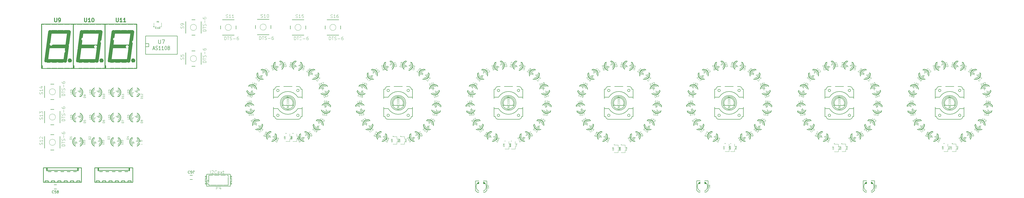
<source format=gto>
G04 #@! TF.FileFunction,Legend,Top*
%FSLAX46Y46*%
G04 Gerber Fmt 4.6, Leading zero omitted, Abs format (unit mm)*
G04 Created by KiCad (PCBNEW 4.0.2-4+6225~38~ubuntu14.04.1-stable) date Fr 26 Feb 2016 19:02:58 CET*
%MOMM*%
G01*
G04 APERTURE LIST*
%ADD10C,0.150000*%
%ADD11C,0.254000*%
%ADD12C,0.152400*%
%ADD13C,0.127000*%
%ADD14C,0.066040*%
%ADD15C,0.203200*%
%ADD16C,0.101600*%
%ADD17C,0.099060*%
%ADD18C,1.399540*%
%ADD19C,0.299720*%
%ADD20C,0.304800*%
%ADD21C,1.000760*%
%ADD22C,0.088900*%
%ADD23C,0.109220*%
%ADD24C,0.300000*%
%ADD25C,0.076200*%
%ADD26C,0.119380*%
%ADD27C,1.876400*%
%ADD28R,0.708000X1.470000*%
%ADD29O,1.724000X3.248000*%
%ADD30C,1.520800*%
%ADD31R,1.250000X1.250000*%
%ADD32C,1.250000*%
%ADD33C,6.200000*%
%ADD34R,1.089000X1.597000*%
%ADD35R,1.597000X1.089000*%
%ADD36R,1.701140X2.399640*%
%ADD37O,1.701140X2.399640*%
%ADD38C,1.724000*%
%ADD39R,3.400000X3.400000*%
%ADD40R,1.800200X2.800960*%
%ADD41O,3.214980X1.706220*%
%ADD42O,1.706220X3.214980*%
%ADD43R,1.700000X1.450000*%
%ADD44C,1.200000*%
%ADD45C,2.200000*%
%ADD46C,0.800000*%
%ADD47C,1.089000*%
G04 APERTURE END LIST*
D10*
D11*
X24980900Y-55880000D02*
X22440900Y-55880000D01*
D12*
X22735373Y-58625664D02*
G75*
G03X23710900Y-58978800I975527J1170864D01*
G01*
X23711369Y-58976911D02*
G75*
G03X24721820Y-58592720I-469J1522111D01*
G01*
X23710866Y-55932653D02*
G75*
G03X22720300Y-56299100I34J-1522147D01*
G01*
X24686427Y-56283936D02*
G75*
G03X23710900Y-55930800I-975527J-1170864D01*
G01*
X22823745Y-56215634D02*
G75*
G03X22186900Y-57454800I887155J-1239166D01*
G01*
X22186900Y-57455601D02*
G75*
G03X22796500Y-58674000I1524000J801D01*
G01*
X25233106Y-57454358D02*
G75*
G03X24645620Y-56253380I-1522206J-442D01*
G01*
X24647071Y-58657364D02*
G75*
G03X25234900Y-57454800I-936171J1202564D01*
G01*
X23075900Y-57454800D02*
G75*
G03X23710900Y-58089800I635000J0D01*
G01*
X22694900Y-57454800D02*
G75*
G03X23710900Y-58470800I1016000J0D01*
G01*
X24345900Y-57454800D02*
G75*
G03X23710900Y-56819800I-635000J0D01*
G01*
X24726900Y-57454800D02*
G75*
G03X23710900Y-56438800I-1016000J0D01*
G01*
D11*
X22407474Y-55895920D02*
G75*
G03X21678900Y-57454800I1303426J-1558880D01*
G01*
X21681440Y-57455775D02*
G75*
G03X22755860Y-59245500I2029460J975D01*
G01*
X25740286Y-57452248D02*
G75*
G03X25021540Y-55905400I-2029386J-2552D01*
G01*
X24720751Y-59218099D02*
G75*
G03X25742900Y-57454800I-1009851J1763299D01*
G01*
X22747553Y-59243930D02*
G75*
G03X23710900Y-59486800I963347J1789130D01*
G01*
X23711000Y-59485723D02*
G75*
G03X24775160Y-59184540I-100J2030923D01*
G01*
X32600900Y-55880000D02*
X30060900Y-55880000D01*
D12*
X30355373Y-58625664D02*
G75*
G03X31330900Y-58978800I975527J1170864D01*
G01*
X31331369Y-58976911D02*
G75*
G03X32341820Y-58592720I-469J1522111D01*
G01*
X31330866Y-55932653D02*
G75*
G03X30340300Y-56299100I34J-1522147D01*
G01*
X32306427Y-56283936D02*
G75*
G03X31330900Y-55930800I-975527J-1170864D01*
G01*
X30443745Y-56215634D02*
G75*
G03X29806900Y-57454800I887155J-1239166D01*
G01*
X29806900Y-57455601D02*
G75*
G03X30416500Y-58674000I1524000J801D01*
G01*
X32853106Y-57454358D02*
G75*
G03X32265620Y-56253380I-1522206J-442D01*
G01*
X32267071Y-58657364D02*
G75*
G03X32854900Y-57454800I-936171J1202564D01*
G01*
X30695900Y-57454800D02*
G75*
G03X31330900Y-58089800I635000J0D01*
G01*
X30314900Y-57454800D02*
G75*
G03X31330900Y-58470800I1016000J0D01*
G01*
X31965900Y-57454800D02*
G75*
G03X31330900Y-56819800I-635000J0D01*
G01*
X32346900Y-57454800D02*
G75*
G03X31330900Y-56438800I-1016000J0D01*
G01*
D11*
X30027474Y-55895920D02*
G75*
G03X29298900Y-57454800I1303426J-1558880D01*
G01*
X29301440Y-57455775D02*
G75*
G03X30375860Y-59245500I2029460J975D01*
G01*
X33360286Y-57452248D02*
G75*
G03X32641540Y-55905400I-2029386J-2552D01*
G01*
X32340751Y-59218099D02*
G75*
G03X33362900Y-57454800I-1009851J1763299D01*
G01*
X30367553Y-59243930D02*
G75*
G03X31330900Y-59486800I963347J1789130D01*
G01*
X31331000Y-59485723D02*
G75*
G03X32395160Y-59184540I-100J2030923D01*
G01*
X40220900Y-55880000D02*
X37680900Y-55880000D01*
D12*
X37975373Y-58625664D02*
G75*
G03X38950900Y-58978800I975527J1170864D01*
G01*
X38951369Y-58976911D02*
G75*
G03X39961820Y-58592720I-469J1522111D01*
G01*
X38950866Y-55932653D02*
G75*
G03X37960300Y-56299100I34J-1522147D01*
G01*
X39926427Y-56283936D02*
G75*
G03X38950900Y-55930800I-975527J-1170864D01*
G01*
X38063745Y-56215634D02*
G75*
G03X37426900Y-57454800I887155J-1239166D01*
G01*
X37426900Y-57455601D02*
G75*
G03X38036500Y-58674000I1524000J801D01*
G01*
X40473106Y-57454358D02*
G75*
G03X39885620Y-56253380I-1522206J-442D01*
G01*
X39887071Y-58657364D02*
G75*
G03X40474900Y-57454800I-936171J1202564D01*
G01*
X38315900Y-57454800D02*
G75*
G03X38950900Y-58089800I635000J0D01*
G01*
X37934900Y-57454800D02*
G75*
G03X38950900Y-58470800I1016000J0D01*
G01*
X39585900Y-57454800D02*
G75*
G03X38950900Y-56819800I-635000J0D01*
G01*
X39966900Y-57454800D02*
G75*
G03X38950900Y-56438800I-1016000J0D01*
G01*
D11*
X37647474Y-55895920D02*
G75*
G03X36918900Y-57454800I1303426J-1558880D01*
G01*
X36921440Y-57455775D02*
G75*
G03X37995860Y-59245500I2029460J975D01*
G01*
X40980286Y-57452248D02*
G75*
G03X40261540Y-55905400I-2029386J-2552D01*
G01*
X39960751Y-59218099D02*
G75*
G03X40982900Y-57454800I-1009851J1763299D01*
G01*
X37987553Y-59243930D02*
G75*
G03X38950900Y-59486800I963347J1789130D01*
G01*
X38951000Y-59485723D02*
G75*
G03X40015160Y-59184540I-100J2030923D01*
G01*
X47840900Y-55880000D02*
X45300900Y-55880000D01*
D12*
X45595373Y-58625664D02*
G75*
G03X46570900Y-58978800I975527J1170864D01*
G01*
X46571369Y-58976911D02*
G75*
G03X47581820Y-58592720I-469J1522111D01*
G01*
X46570866Y-55932653D02*
G75*
G03X45580300Y-56299100I34J-1522147D01*
G01*
X47546427Y-56283936D02*
G75*
G03X46570900Y-55930800I-975527J-1170864D01*
G01*
X45683745Y-56215634D02*
G75*
G03X45046900Y-57454800I887155J-1239166D01*
G01*
X45046900Y-57455601D02*
G75*
G03X45656500Y-58674000I1524000J801D01*
G01*
X48093106Y-57454358D02*
G75*
G03X47505620Y-56253380I-1522206J-442D01*
G01*
X47507071Y-58657364D02*
G75*
G03X48094900Y-57454800I-936171J1202564D01*
G01*
X45935900Y-57454800D02*
G75*
G03X46570900Y-58089800I635000J0D01*
G01*
X45554900Y-57454800D02*
G75*
G03X46570900Y-58470800I1016000J0D01*
G01*
X47205900Y-57454800D02*
G75*
G03X46570900Y-56819800I-635000J0D01*
G01*
X47586900Y-57454800D02*
G75*
G03X46570900Y-56438800I-1016000J0D01*
G01*
D11*
X45267474Y-55895920D02*
G75*
G03X44538900Y-57454800I1303426J-1558880D01*
G01*
X44541440Y-57455775D02*
G75*
G03X45615860Y-59245500I2029460J975D01*
G01*
X48600286Y-57452248D02*
G75*
G03X47881540Y-55905400I-2029386J-2552D01*
G01*
X47580751Y-59218099D02*
G75*
G03X48602900Y-57454800I-1009851J1763299D01*
G01*
X45607553Y-59243930D02*
G75*
G03X46570900Y-59486800I963347J1789130D01*
G01*
X46571000Y-59485723D02*
G75*
G03X47635160Y-59184540I-100J2030923D01*
G01*
X22440900Y-49377600D02*
X24980900Y-49377600D01*
D12*
X24686427Y-46631936D02*
G75*
G03X23710900Y-46278800I-975527J-1170864D01*
G01*
X23710431Y-46280689D02*
G75*
G03X22699980Y-46664880I469J-1522111D01*
G01*
X23710934Y-49324947D02*
G75*
G03X24701500Y-48958500I-34J1522147D01*
G01*
X22735373Y-48973664D02*
G75*
G03X23710900Y-49326800I975527J1170864D01*
G01*
X24598055Y-49041966D02*
G75*
G03X25234900Y-47802800I-887155J1239166D01*
G01*
X25234900Y-47801999D02*
G75*
G03X24625300Y-46583600I-1524000J-801D01*
G01*
X22188694Y-47803242D02*
G75*
G03X22776180Y-49004220I1522206J442D01*
G01*
X22774729Y-46600236D02*
G75*
G03X22186900Y-47802800I936171J-1202564D01*
G01*
X24345900Y-47802800D02*
G75*
G03X23710900Y-47167800I-635000J0D01*
G01*
X24726900Y-47802800D02*
G75*
G03X23710900Y-46786800I-1016000J0D01*
G01*
X23075900Y-47802800D02*
G75*
G03X23710900Y-48437800I635000J0D01*
G01*
X22694900Y-47802800D02*
G75*
G03X23710900Y-48818800I1016000J0D01*
G01*
D11*
X25014326Y-49361680D02*
G75*
G03X25742900Y-47802800I-1303426J1558880D01*
G01*
X25740360Y-47801825D02*
G75*
G03X24665940Y-46012100I-2029460J-975D01*
G01*
X21681514Y-47805352D02*
G75*
G03X22400260Y-49352200I2029386J2552D01*
G01*
X22701049Y-46039501D02*
G75*
G03X21678900Y-47802800I1009851J-1763299D01*
G01*
X24674247Y-46013670D02*
G75*
G03X23710900Y-45770800I-963347J-1789130D01*
G01*
X23710800Y-45771877D02*
G75*
G03X22646640Y-46073060I100J-2030923D01*
G01*
X30060900Y-49377600D02*
X32600900Y-49377600D01*
D12*
X32306427Y-46631936D02*
G75*
G03X31330900Y-46278800I-975527J-1170864D01*
G01*
X31330431Y-46280689D02*
G75*
G03X30319980Y-46664880I469J-1522111D01*
G01*
X31330934Y-49324947D02*
G75*
G03X32321500Y-48958500I-34J1522147D01*
G01*
X30355373Y-48973664D02*
G75*
G03X31330900Y-49326800I975527J1170864D01*
G01*
X32218055Y-49041966D02*
G75*
G03X32854900Y-47802800I-887155J1239166D01*
G01*
X32854900Y-47801999D02*
G75*
G03X32245300Y-46583600I-1524000J-801D01*
G01*
X29808694Y-47803242D02*
G75*
G03X30396180Y-49004220I1522206J442D01*
G01*
X30394729Y-46600236D02*
G75*
G03X29806900Y-47802800I936171J-1202564D01*
G01*
X31965900Y-47802800D02*
G75*
G03X31330900Y-47167800I-635000J0D01*
G01*
X32346900Y-47802800D02*
G75*
G03X31330900Y-46786800I-1016000J0D01*
G01*
X30695900Y-47802800D02*
G75*
G03X31330900Y-48437800I635000J0D01*
G01*
X30314900Y-47802800D02*
G75*
G03X31330900Y-48818800I1016000J0D01*
G01*
D11*
X32634326Y-49361680D02*
G75*
G03X33362900Y-47802800I-1303426J1558880D01*
G01*
X33360360Y-47801825D02*
G75*
G03X32285940Y-46012100I-2029460J-975D01*
G01*
X29301514Y-47805352D02*
G75*
G03X30020260Y-49352200I2029386J2552D01*
G01*
X30321049Y-46039501D02*
G75*
G03X29298900Y-47802800I1009851J-1763299D01*
G01*
X32294247Y-46013670D02*
G75*
G03X31330900Y-45770800I-963347J-1789130D01*
G01*
X31330800Y-45771877D02*
G75*
G03X30266640Y-46073060I100J-2030923D01*
G01*
X37680900Y-49377600D02*
X40220900Y-49377600D01*
D12*
X39926427Y-46631936D02*
G75*
G03X38950900Y-46278800I-975527J-1170864D01*
G01*
X38950431Y-46280689D02*
G75*
G03X37939980Y-46664880I469J-1522111D01*
G01*
X38950934Y-49324947D02*
G75*
G03X39941500Y-48958500I-34J1522147D01*
G01*
X37975373Y-48973664D02*
G75*
G03X38950900Y-49326800I975527J1170864D01*
G01*
X39838055Y-49041966D02*
G75*
G03X40474900Y-47802800I-887155J1239166D01*
G01*
X40474900Y-47801999D02*
G75*
G03X39865300Y-46583600I-1524000J-801D01*
G01*
X37428694Y-47803242D02*
G75*
G03X38016180Y-49004220I1522206J442D01*
G01*
X38014729Y-46600236D02*
G75*
G03X37426900Y-47802800I936171J-1202564D01*
G01*
X39585900Y-47802800D02*
G75*
G03X38950900Y-47167800I-635000J0D01*
G01*
X39966900Y-47802800D02*
G75*
G03X38950900Y-46786800I-1016000J0D01*
G01*
X38315900Y-47802800D02*
G75*
G03X38950900Y-48437800I635000J0D01*
G01*
X37934900Y-47802800D02*
G75*
G03X38950900Y-48818800I1016000J0D01*
G01*
D11*
X40254326Y-49361680D02*
G75*
G03X40982900Y-47802800I-1303426J1558880D01*
G01*
X40980360Y-47801825D02*
G75*
G03X39905940Y-46012100I-2029460J-975D01*
G01*
X36921514Y-47805352D02*
G75*
G03X37640260Y-49352200I2029386J2552D01*
G01*
X37941049Y-46039501D02*
G75*
G03X36918900Y-47802800I1009851J-1763299D01*
G01*
X39914247Y-46013670D02*
G75*
G03X38950900Y-45770800I-963347J-1789130D01*
G01*
X38950800Y-45771877D02*
G75*
G03X37886640Y-46073060I100J-2030923D01*
G01*
X45300900Y-49377600D02*
X47840900Y-49377600D01*
D12*
X47546427Y-46631936D02*
G75*
G03X46570900Y-46278800I-975527J-1170864D01*
G01*
X46570431Y-46280689D02*
G75*
G03X45559980Y-46664880I469J-1522111D01*
G01*
X46570934Y-49324947D02*
G75*
G03X47561500Y-48958500I-34J1522147D01*
G01*
X45595373Y-48973664D02*
G75*
G03X46570900Y-49326800I975527J1170864D01*
G01*
X47458055Y-49041966D02*
G75*
G03X48094900Y-47802800I-887155J1239166D01*
G01*
X48094900Y-47801999D02*
G75*
G03X47485300Y-46583600I-1524000J-801D01*
G01*
X45048694Y-47803242D02*
G75*
G03X45636180Y-49004220I1522206J442D01*
G01*
X45634729Y-46600236D02*
G75*
G03X45046900Y-47802800I936171J-1202564D01*
G01*
X47205900Y-47802800D02*
G75*
G03X46570900Y-47167800I-635000J0D01*
G01*
X47586900Y-47802800D02*
G75*
G03X46570900Y-46786800I-1016000J0D01*
G01*
X45935900Y-47802800D02*
G75*
G03X46570900Y-48437800I635000J0D01*
G01*
X45554900Y-47802800D02*
G75*
G03X46570900Y-48818800I1016000J0D01*
G01*
D11*
X47874326Y-49361680D02*
G75*
G03X48602900Y-47802800I-1303426J1558880D01*
G01*
X48600360Y-47801825D02*
G75*
G03X47525940Y-46012100I-2029460J-975D01*
G01*
X44541514Y-47805352D02*
G75*
G03X45260260Y-49352200I2029386J2552D01*
G01*
X45561049Y-46039501D02*
G75*
G03X44538900Y-47802800I1009851J-1763299D01*
G01*
X47534247Y-46013670D02*
G75*
G03X46570900Y-45770800I-963347J-1789130D01*
G01*
X46570800Y-45771877D02*
G75*
G03X45506640Y-46073060I100J-2030923D01*
G01*
X22440900Y-39217600D02*
X24980900Y-39217600D01*
D12*
X24686427Y-36471936D02*
G75*
G03X23710900Y-36118800I-975527J-1170864D01*
G01*
X23710431Y-36120689D02*
G75*
G03X22699980Y-36504880I469J-1522111D01*
G01*
X23710934Y-39164947D02*
G75*
G03X24701500Y-38798500I-34J1522147D01*
G01*
X22735373Y-38813664D02*
G75*
G03X23710900Y-39166800I975527J1170864D01*
G01*
X24598055Y-38881966D02*
G75*
G03X25234900Y-37642800I-887155J1239166D01*
G01*
X25234900Y-37641999D02*
G75*
G03X24625300Y-36423600I-1524000J-801D01*
G01*
X22188694Y-37643242D02*
G75*
G03X22776180Y-38844220I1522206J442D01*
G01*
X22774729Y-36440236D02*
G75*
G03X22186900Y-37642800I936171J-1202564D01*
G01*
X24345900Y-37642800D02*
G75*
G03X23710900Y-37007800I-635000J0D01*
G01*
X24726900Y-37642800D02*
G75*
G03X23710900Y-36626800I-1016000J0D01*
G01*
X23075900Y-37642800D02*
G75*
G03X23710900Y-38277800I635000J0D01*
G01*
X22694900Y-37642800D02*
G75*
G03X23710900Y-38658800I1016000J0D01*
G01*
D11*
X25014326Y-39201680D02*
G75*
G03X25742900Y-37642800I-1303426J1558880D01*
G01*
X25740360Y-37641825D02*
G75*
G03X24665940Y-35852100I-2029460J-975D01*
G01*
X21681514Y-37645352D02*
G75*
G03X22400260Y-39192200I2029386J2552D01*
G01*
X22701049Y-35879501D02*
G75*
G03X21678900Y-37642800I1009851J-1763299D01*
G01*
X24674247Y-35853670D02*
G75*
G03X23710900Y-35610800I-963347J-1789130D01*
G01*
X23710800Y-35611877D02*
G75*
G03X22646640Y-35913060I100J-2030923D01*
G01*
X30060900Y-39217600D02*
X32600900Y-39217600D01*
D12*
X32306427Y-36471936D02*
G75*
G03X31330900Y-36118800I-975527J-1170864D01*
G01*
X31330431Y-36120689D02*
G75*
G03X30319980Y-36504880I469J-1522111D01*
G01*
X31330934Y-39164947D02*
G75*
G03X32321500Y-38798500I-34J1522147D01*
G01*
X30355373Y-38813664D02*
G75*
G03X31330900Y-39166800I975527J1170864D01*
G01*
X32218055Y-38881966D02*
G75*
G03X32854900Y-37642800I-887155J1239166D01*
G01*
X32854900Y-37641999D02*
G75*
G03X32245300Y-36423600I-1524000J-801D01*
G01*
X29808694Y-37643242D02*
G75*
G03X30396180Y-38844220I1522206J442D01*
G01*
X30394729Y-36440236D02*
G75*
G03X29806900Y-37642800I936171J-1202564D01*
G01*
X31965900Y-37642800D02*
G75*
G03X31330900Y-37007800I-635000J0D01*
G01*
X32346900Y-37642800D02*
G75*
G03X31330900Y-36626800I-1016000J0D01*
G01*
X30695900Y-37642800D02*
G75*
G03X31330900Y-38277800I635000J0D01*
G01*
X30314900Y-37642800D02*
G75*
G03X31330900Y-38658800I1016000J0D01*
G01*
D11*
X32634326Y-39201680D02*
G75*
G03X33362900Y-37642800I-1303426J1558880D01*
G01*
X33360360Y-37641825D02*
G75*
G03X32285940Y-35852100I-2029460J-975D01*
G01*
X29301514Y-37645352D02*
G75*
G03X30020260Y-39192200I2029386J2552D01*
G01*
X30321049Y-35879501D02*
G75*
G03X29298900Y-37642800I1009851J-1763299D01*
G01*
X32294247Y-35853670D02*
G75*
G03X31330900Y-35610800I-963347J-1789130D01*
G01*
X31330800Y-35611877D02*
G75*
G03X30266640Y-35913060I100J-2030923D01*
G01*
X37680900Y-39217600D02*
X40220900Y-39217600D01*
D12*
X39926427Y-36471936D02*
G75*
G03X38950900Y-36118800I-975527J-1170864D01*
G01*
X38950431Y-36120689D02*
G75*
G03X37939980Y-36504880I469J-1522111D01*
G01*
X38950934Y-39164947D02*
G75*
G03X39941500Y-38798500I-34J1522147D01*
G01*
X37975373Y-38813664D02*
G75*
G03X38950900Y-39166800I975527J1170864D01*
G01*
X39838055Y-38881966D02*
G75*
G03X40474900Y-37642800I-887155J1239166D01*
G01*
X40474900Y-37641999D02*
G75*
G03X39865300Y-36423600I-1524000J-801D01*
G01*
X37428694Y-37643242D02*
G75*
G03X38016180Y-38844220I1522206J442D01*
G01*
X38014729Y-36440236D02*
G75*
G03X37426900Y-37642800I936171J-1202564D01*
G01*
X39585900Y-37642800D02*
G75*
G03X38950900Y-37007800I-635000J0D01*
G01*
X39966900Y-37642800D02*
G75*
G03X38950900Y-36626800I-1016000J0D01*
G01*
X38315900Y-37642800D02*
G75*
G03X38950900Y-38277800I635000J0D01*
G01*
X37934900Y-37642800D02*
G75*
G03X38950900Y-38658800I1016000J0D01*
G01*
D11*
X40254326Y-39201680D02*
G75*
G03X40982900Y-37642800I-1303426J1558880D01*
G01*
X40980360Y-37641825D02*
G75*
G03X39905940Y-35852100I-2029460J-975D01*
G01*
X36921514Y-37645352D02*
G75*
G03X37640260Y-39192200I2029386J2552D01*
G01*
X37941049Y-35879501D02*
G75*
G03X36918900Y-37642800I1009851J-1763299D01*
G01*
X39914247Y-35853670D02*
G75*
G03X38950900Y-35610800I-963347J-1789130D01*
G01*
X38950800Y-35611877D02*
G75*
G03X37886640Y-35913060I100J-2030923D01*
G01*
X45300900Y-39217600D02*
X47840900Y-39217600D01*
D12*
X47546427Y-36471936D02*
G75*
G03X46570900Y-36118800I-975527J-1170864D01*
G01*
X46570431Y-36120689D02*
G75*
G03X45559980Y-36504880I469J-1522111D01*
G01*
X46570934Y-39164947D02*
G75*
G03X47561500Y-38798500I-34J1522147D01*
G01*
X45595373Y-38813664D02*
G75*
G03X46570900Y-39166800I975527J1170864D01*
G01*
X47458055Y-38881966D02*
G75*
G03X48094900Y-37642800I-887155J1239166D01*
G01*
X48094900Y-37641999D02*
G75*
G03X47485300Y-36423600I-1524000J-801D01*
G01*
X45048694Y-37643242D02*
G75*
G03X45636180Y-38844220I1522206J442D01*
G01*
X45634729Y-36440236D02*
G75*
G03X45046900Y-37642800I936171J-1202564D01*
G01*
X47205900Y-37642800D02*
G75*
G03X46570900Y-37007800I-635000J0D01*
G01*
X47586900Y-37642800D02*
G75*
G03X46570900Y-36626800I-1016000J0D01*
G01*
X45935900Y-37642800D02*
G75*
G03X46570900Y-38277800I635000J0D01*
G01*
X45554900Y-37642800D02*
G75*
G03X46570900Y-38658800I1016000J0D01*
G01*
D11*
X47874326Y-39201680D02*
G75*
G03X48602900Y-37642800I-1303426J1558880D01*
G01*
X48600360Y-37641825D02*
G75*
G03X47525940Y-35852100I-2029460J-975D01*
G01*
X44541514Y-37645352D02*
G75*
G03X45260260Y-39192200I2029386J2552D01*
G01*
X45561049Y-35879501D02*
G75*
G03X44538900Y-37642800I1009851J-1763299D01*
G01*
X47534247Y-35853670D02*
G75*
G03X46570900Y-35610800I-963347J-1789130D01*
G01*
X46570800Y-35611877D02*
G75*
G03X45506640Y-35913060I100J-2030923D01*
G01*
D13*
X63588900Y-22275800D02*
X63588900Y-14909800D01*
X50888900Y-14909800D02*
X50888900Y-22275800D01*
X63588900Y-22275800D02*
X50888900Y-22275800D01*
X50888900Y-14909800D02*
X63588900Y-14909800D01*
X50888900Y-17957800D02*
X52158900Y-17957800D01*
X52158900Y-17957800D02*
X52158900Y-19227800D01*
X52158900Y-19227800D02*
X50888900Y-19227800D01*
D14*
X31496000Y-71120000D02*
X32004000Y-71120000D01*
X32004000Y-71120000D02*
X32004000Y-70612000D01*
X31496000Y-70612000D02*
X32004000Y-70612000D01*
X31496000Y-71120000D02*
X31496000Y-70612000D01*
X34036000Y-71120000D02*
X34544000Y-71120000D01*
X34544000Y-71120000D02*
X34544000Y-70612000D01*
X34036000Y-70612000D02*
X34544000Y-70612000D01*
X34036000Y-71120000D02*
X34036000Y-70612000D01*
X36576000Y-71120000D02*
X37084000Y-71120000D01*
X37084000Y-71120000D02*
X37084000Y-70612000D01*
X36576000Y-70612000D02*
X37084000Y-70612000D01*
X36576000Y-71120000D02*
X36576000Y-70612000D01*
X39116000Y-71120000D02*
X39624000Y-71120000D01*
X39624000Y-71120000D02*
X39624000Y-70612000D01*
X39116000Y-70612000D02*
X39624000Y-70612000D01*
X39116000Y-71120000D02*
X39116000Y-70612000D01*
X41656000Y-71120000D02*
X42164000Y-71120000D01*
X42164000Y-71120000D02*
X42164000Y-70612000D01*
X41656000Y-70612000D02*
X42164000Y-70612000D01*
X41656000Y-71120000D02*
X41656000Y-70612000D01*
X44196000Y-71120000D02*
X44704000Y-71120000D01*
X44704000Y-71120000D02*
X44704000Y-70612000D01*
X44196000Y-70612000D02*
X44704000Y-70612000D01*
X44196000Y-71120000D02*
X44196000Y-70612000D01*
D13*
X31750000Y-68326000D02*
X31750000Y-67945000D01*
D11*
X30480000Y-70866000D02*
X30480000Y-67945000D01*
X30480000Y-67945000D02*
X31750000Y-67945000D01*
X31750000Y-67945000D02*
X32004000Y-67945000D01*
X32004000Y-67945000D02*
X38100000Y-67945000D01*
X45720000Y-70866000D02*
X45720000Y-67945000D01*
X45720000Y-67945000D02*
X38100000Y-67945000D01*
X30480000Y-70866000D02*
X30480000Y-73787000D01*
X30480000Y-73787000D02*
X37973000Y-73787000D01*
X45720000Y-70866000D02*
X45720000Y-73787000D01*
X45720000Y-73787000D02*
X37973000Y-73787000D01*
X30734000Y-73787000D02*
X31115000Y-73787000D01*
X31115000Y-73787000D02*
X31115000Y-73152000D01*
X31115000Y-73152000D02*
X32385000Y-73152000D01*
X32385000Y-73152000D02*
X32385000Y-73787000D01*
X32385000Y-73787000D02*
X33655000Y-73787000D01*
X33655000Y-73787000D02*
X33655000Y-73152000D01*
X33655000Y-73152000D02*
X34925000Y-73152000D01*
X34925000Y-73152000D02*
X34925000Y-73787000D01*
X34925000Y-73787000D02*
X36195000Y-73787000D01*
X36195000Y-73787000D02*
X36195000Y-73152000D01*
X36195000Y-73152000D02*
X37465000Y-73152000D01*
X37465000Y-73152000D02*
X37465000Y-73787000D01*
X37465000Y-73787000D02*
X38735000Y-73787000D01*
X38735000Y-73787000D02*
X38735000Y-73152000D01*
X38735000Y-73152000D02*
X40005000Y-73152000D01*
X40005000Y-73152000D02*
X40005000Y-73787000D01*
X40005000Y-73787000D02*
X41275000Y-73787000D01*
X41275000Y-73787000D02*
X41275000Y-73152000D01*
X41275000Y-73152000D02*
X42545000Y-73152000D01*
X42545000Y-73152000D02*
X42545000Y-73787000D01*
X42545000Y-73787000D02*
X43815000Y-73787000D01*
X43815000Y-73787000D02*
X43815000Y-73152000D01*
X43815000Y-73152000D02*
X45085000Y-73152000D01*
X45085000Y-73152000D02*
X45085000Y-73787000D01*
X45085000Y-73787000D02*
X45720000Y-73787000D01*
X31750000Y-68961000D02*
X31750000Y-67945000D01*
X31750000Y-68961000D02*
X32004000Y-68961000D01*
X32004000Y-68961000D02*
X44196000Y-68961000D01*
X44196000Y-68961000D02*
X44450000Y-68961000D01*
X44450000Y-68961000D02*
X44450000Y-67945000D01*
X31750000Y-68961000D02*
X32004000Y-69469000D01*
X32004000Y-67945000D02*
X32004000Y-68961000D01*
X32004000Y-69469000D02*
X44196000Y-69469000D01*
X44196000Y-69469000D02*
X44450000Y-68961000D01*
X44196000Y-67945000D02*
X44196000Y-68961000D01*
D14*
X10960100Y-71145400D02*
X11468100Y-71145400D01*
X11468100Y-71145400D02*
X11468100Y-70637400D01*
X10960100Y-70637400D02*
X11468100Y-70637400D01*
X10960100Y-71145400D02*
X10960100Y-70637400D01*
X13500100Y-71145400D02*
X14008100Y-71145400D01*
X14008100Y-71145400D02*
X14008100Y-70637400D01*
X13500100Y-70637400D02*
X14008100Y-70637400D01*
X13500100Y-71145400D02*
X13500100Y-70637400D01*
X16040100Y-71145400D02*
X16548100Y-71145400D01*
X16548100Y-71145400D02*
X16548100Y-70637400D01*
X16040100Y-70637400D02*
X16548100Y-70637400D01*
X16040100Y-71145400D02*
X16040100Y-70637400D01*
X18580100Y-71145400D02*
X19088100Y-71145400D01*
X19088100Y-71145400D02*
X19088100Y-70637400D01*
X18580100Y-70637400D02*
X19088100Y-70637400D01*
X18580100Y-71145400D02*
X18580100Y-70637400D01*
X21120100Y-71145400D02*
X21628100Y-71145400D01*
X21628100Y-71145400D02*
X21628100Y-70637400D01*
X21120100Y-70637400D02*
X21628100Y-70637400D01*
X21120100Y-71145400D02*
X21120100Y-70637400D01*
X23660100Y-71145400D02*
X24168100Y-71145400D01*
X24168100Y-71145400D02*
X24168100Y-70637400D01*
X23660100Y-70637400D02*
X24168100Y-70637400D01*
X23660100Y-71145400D02*
X23660100Y-70637400D01*
D13*
X11214100Y-68351400D02*
X11214100Y-67970400D01*
D11*
X9944100Y-70891400D02*
X9944100Y-67970400D01*
X9944100Y-67970400D02*
X11214100Y-67970400D01*
X11214100Y-67970400D02*
X11468100Y-67970400D01*
X11468100Y-67970400D02*
X17564100Y-67970400D01*
X25184100Y-70891400D02*
X25184100Y-67970400D01*
X25184100Y-67970400D02*
X17564100Y-67970400D01*
X9944100Y-70891400D02*
X9944100Y-73812400D01*
X9944100Y-73812400D02*
X17437100Y-73812400D01*
X25184100Y-70891400D02*
X25184100Y-73812400D01*
X25184100Y-73812400D02*
X17437100Y-73812400D01*
X10198100Y-73812400D02*
X10579100Y-73812400D01*
X10579100Y-73812400D02*
X10579100Y-73177400D01*
X10579100Y-73177400D02*
X11849100Y-73177400D01*
X11849100Y-73177400D02*
X11849100Y-73812400D01*
X11849100Y-73812400D02*
X13119100Y-73812400D01*
X13119100Y-73812400D02*
X13119100Y-73177400D01*
X13119100Y-73177400D02*
X14389100Y-73177400D01*
X14389100Y-73177400D02*
X14389100Y-73812400D01*
X14389100Y-73812400D02*
X15659100Y-73812400D01*
X15659100Y-73812400D02*
X15659100Y-73177400D01*
X15659100Y-73177400D02*
X16929100Y-73177400D01*
X16929100Y-73177400D02*
X16929100Y-73812400D01*
X16929100Y-73812400D02*
X18199100Y-73812400D01*
X18199100Y-73812400D02*
X18199100Y-73177400D01*
X18199100Y-73177400D02*
X19469100Y-73177400D01*
X19469100Y-73177400D02*
X19469100Y-73812400D01*
X19469100Y-73812400D02*
X20739100Y-73812400D01*
X20739100Y-73812400D02*
X20739100Y-73177400D01*
X20739100Y-73177400D02*
X22009100Y-73177400D01*
X22009100Y-73177400D02*
X22009100Y-73812400D01*
X22009100Y-73812400D02*
X23279100Y-73812400D01*
X23279100Y-73812400D02*
X23279100Y-73177400D01*
X23279100Y-73177400D02*
X24549100Y-73177400D01*
X24549100Y-73177400D02*
X24549100Y-73812400D01*
X24549100Y-73812400D02*
X25184100Y-73812400D01*
X11214100Y-68986400D02*
X11214100Y-67970400D01*
X11214100Y-68986400D02*
X11468100Y-68986400D01*
X11468100Y-68986400D02*
X23660100Y-68986400D01*
X23660100Y-68986400D02*
X23914100Y-68986400D01*
X23914100Y-68986400D02*
X23914100Y-67970400D01*
X11214100Y-68986400D02*
X11468100Y-69494400D01*
X11468100Y-67970400D02*
X11468100Y-68986400D01*
X11468100Y-69494400D02*
X23660100Y-69494400D01*
X23660100Y-69494400D02*
X23914100Y-68986400D01*
X23660100Y-67970400D02*
X23660100Y-68986400D01*
D15*
X84932520Y-73647300D02*
X85333840Y-73647300D01*
X85333840Y-73647300D02*
X85333840Y-72250300D01*
X85333840Y-72250300D02*
X84932520Y-72250300D01*
X84932520Y-71749920D02*
X85333840Y-71749920D01*
X85333840Y-71749920D02*
X85333840Y-71351140D01*
X85333840Y-71351140D02*
X84932520Y-71351140D01*
X84932520Y-74546460D02*
X85333840Y-74546460D01*
X85333840Y-74546460D02*
X85333840Y-74147680D01*
X85333840Y-74147680D02*
X84932520Y-74147680D01*
X84833460Y-75346560D02*
X84833460Y-70551040D01*
X84033360Y-74947780D02*
X84033360Y-70949820D01*
D16*
X75476100Y-74546460D02*
X75775820Y-74546460D01*
X75775820Y-74546460D02*
X76075540Y-74546460D01*
X75476100Y-72948800D02*
X75775820Y-72948800D01*
X75775820Y-72948800D02*
X76075540Y-72948800D01*
X75775820Y-72948800D02*
X76075540Y-73248520D01*
X75775820Y-74546460D02*
X76075540Y-74246740D01*
X75874880Y-74348340D02*
X75775820Y-74246740D01*
X75476100Y-74246740D02*
X75775820Y-74246740D01*
X75775820Y-74246740D02*
X75775820Y-73248520D01*
X75775820Y-73248520D02*
X75476100Y-73248520D01*
X75874880Y-73146920D02*
X75775820Y-73248520D01*
D15*
X75275440Y-72250300D02*
X74874120Y-72250300D01*
X74874120Y-72250300D02*
X74874120Y-73647300D01*
X74874120Y-73647300D02*
X75275440Y-73647300D01*
X75275440Y-74147680D02*
X74874120Y-74147680D01*
X74874120Y-74147680D02*
X74874120Y-74546460D01*
X74874120Y-74546460D02*
X75275440Y-74546460D01*
X75275440Y-71351140D02*
X74874120Y-71351140D01*
X74874120Y-71351140D02*
X74874120Y-71749920D01*
X74874120Y-71749920D02*
X75275440Y-71749920D01*
X75374500Y-70551040D02*
X75374500Y-75346560D01*
X76174600Y-74947780D02*
X84033360Y-74947780D01*
X75374500Y-75346560D02*
X84833460Y-75346560D01*
X75374500Y-70551040D02*
X84833460Y-70551040D01*
X76174600Y-70949820D02*
X76174600Y-74947780D01*
X76174600Y-70949820D02*
X84033360Y-70949820D01*
D11*
X193406859Y-24990175D02*
X190942308Y-25604657D01*
D12*
X191892270Y-28197524D02*
G75*
G03X192924251Y-28304169I663292J1372086D01*
G01*
X192924249Y-28302222D02*
G75*
G03X193811741Y-27684993I-368687J1476784D01*
G01*
X192187288Y-25348514D02*
G75*
G03X191314798Y-25943715I368274J-1476924D01*
G01*
X193218854Y-25453352D02*
G75*
G03X192186873Y-25346707I-663292J-1372086D01*
G01*
X191394978Y-25837703D02*
G75*
G03X191076831Y-27194127I1160584J-987735D01*
G01*
X191077025Y-27194904D02*
G75*
G03X191963275Y-28229636I1478537J369466D01*
G01*
X194032445Y-26456754D02*
G75*
G03X193171867Y-25433576I-1476883J-368684D01*
G01*
X193754851Y-27765801D02*
G75*
G03X194034293Y-26456749I-1199289J940363D01*
G01*
X191939424Y-26979059D02*
G75*
G03X192709183Y-27441576I616138J153621D01*
G01*
X191569742Y-27071231D02*
G75*
G03X192801355Y-27811258I985820J245793D01*
G01*
X193171700Y-26671818D02*
G75*
G03X192401942Y-26209300I-616138J-153620D01*
G01*
X193541382Y-26579646D02*
G75*
G03X192309770Y-25839618I-985820J-245792D01*
G01*
D11*
X190913727Y-25628191D02*
G75*
G03X190583921Y-27317023I1641835J-1197247D01*
G01*
X190586622Y-27317354D02*
G75*
G03X192062100Y-28793992I1968940J491916D01*
G01*
X194524050Y-26332008D02*
G75*
G03X193452437Y-25004989I-1968488J-493430D01*
G01*
X193961997Y-28292055D02*
G75*
G03X194527203Y-26333853I-1406435J1466617D01*
G01*
X192053660Y-28794478D02*
G75*
G03X193047147Y-28797079I501902J1969040D01*
G01*
X193046983Y-28796011D02*
G75*
G03X194006671Y-28246330I-491421J1970573D01*
G01*
X180698840Y-34827917D02*
X179830109Y-37214736D01*
D12*
X182510905Y-37877095D02*
G75*
G03X183176394Y-37081179I-766602J1317155D01*
G01*
X183174780Y-37080091D02*
G75*
G03X183159353Y-35999177I-1430477J520151D01*
G01*
X180313941Y-36039368D02*
G75*
G03X180319495Y-37095527I1430362J-520572D01*
G01*
X180977700Y-35242784D02*
G75*
G03X180312211Y-36038701I766603J-1317156D01*
G01*
X180276443Y-36969773D02*
G75*
G03X181223064Y-37992031I1467860J409833D01*
G01*
X181223817Y-37992305D02*
G75*
G03X182577233Y-37836186I520486J1432365D01*
G01*
X182264512Y-35129383D02*
G75*
G03X180935030Y-35270681I-520209J-1430557D01*
G01*
X183194533Y-36091528D02*
G75*
G03X182265541Y-35127848I-1450230J-468412D01*
G01*
X181527120Y-37156644D02*
G75*
G03X182341007Y-36777123I217183J596704D01*
G01*
X181396811Y-37514667D02*
G75*
G03X182699030Y-36907432I347492J954727D01*
G01*
X181961486Y-35963235D02*
G75*
G03X181147598Y-36342757I-217183J-596705D01*
G01*
X182091796Y-35605212D02*
G75*
G03X180789575Y-36212447I-347493J-954728D01*
G01*
D11*
X179833637Y-37251591D02*
G75*
G03X181049318Y-38469395I1910666J691651D01*
G01*
X181051103Y-38467341D02*
G75*
G03X183100367Y-38069839I693200J1907401D01*
G01*
X182435996Y-34652067D02*
G75*
G03X180736608Y-34798415I-691693J-1907873D01*
G01*
X183746652Y-36214073D02*
G75*
G03X182439287Y-34650484I-2002349J-345867D01*
G01*
X183096051Y-38077109D02*
G75*
G03X183653758Y-37254925I-1351748J1517169D01*
G01*
X183652780Y-37254463D02*
G75*
G03X183733725Y-36151469I-1908477J694523D01*
G01*
X179224463Y-42977077D02*
X179577962Y-45492358D01*
D12*
X182255923Y-44818628D02*
G75*
G03X182469855Y-43803448I-1295236J803080D01*
G01*
X182467920Y-43803246D02*
G75*
G03X181946840Y-42856098I-1507233J-212302D01*
G01*
X179453358Y-44227424D02*
G75*
G03X179954099Y-45157350I1507329J211876D01*
G01*
X179665450Y-43212467D02*
G75*
G03X179451518Y-44227648I1295237J-803081D01*
G01*
X179857048Y-45066528D02*
G75*
G03X181172786Y-45524717I1103639J1050980D01*
G01*
X181173579Y-45524604D02*
G75*
G03X182295281Y-44751369I-212892J1509056D01*
G01*
X180748399Y-42508218D02*
G75*
G03X179640871Y-43257130I212288J-1507330D01*
G01*
X182021258Y-42921123D02*
G75*
G03X180748587Y-42506379I-1060571J-1094425D01*
G01*
X181049062Y-44644368D02*
G75*
G03X181589507Y-43927173I-88375J628820D01*
G01*
X181102087Y-45021660D02*
G75*
G03X181966799Y-43874148I-141400J1006112D01*
G01*
X180872312Y-43386727D02*
G75*
G03X180331866Y-44103923I88375J-628821D01*
G01*
X180819287Y-43009435D02*
G75*
G03X179954574Y-44156948I141400J-1006113D01*
G01*
D11*
X179598380Y-45523242D02*
G75*
G03X181243486Y-46027773I1362307J1507694D01*
G01*
X181244098Y-46025121D02*
G75*
G03X182866875Y-44712076I-283411J2009573D01*
G01*
X180675723Y-42006266D02*
G75*
G03X179243959Y-42933298I284964J-2009282D01*
G01*
X182566282Y-42770121D02*
G75*
G03X180677887Y-42003323I-1605595J-1245427D01*
G01*
X182866477Y-44720521D02*
G75*
G03X182972911Y-43732748I-1905790J704973D01*
G01*
X182971831Y-43732799D02*
G75*
G03X182525476Y-42720912I-2011144J-282749D01*
G01*
X124637838Y-45492358D02*
X124991337Y-42977077D01*
D12*
X122231412Y-42886562D02*
G75*
G03X121745945Y-43803448I1023701J-1128986D01*
G01*
X121747751Y-43804176D02*
G75*
G03X121987575Y-44858262I1507362J-211372D01*
G01*
X124762451Y-44227356D02*
G75*
G03X124537431Y-43195431I-1507338J211808D01*
G01*
X124278815Y-45144534D02*
G75*
G03X124764282Y-44227648I-1023702J1128986D01*
G01*
X124605687Y-43309485D02*
G75*
G03X123467213Y-42506379I-1350574J-706063D01*
G01*
X123466420Y-42506269D02*
G75*
G03X122175039Y-42940367I-211307J-1509279D01*
G01*
X123043700Y-45523001D02*
G75*
G03X124314753Y-45108377I211413J1507453D01*
G01*
X121933963Y-44775244D02*
G75*
G03X123043014Y-45524717I1321150J759696D01*
G01*
X123343488Y-43386728D02*
G75*
G03X122626293Y-43927173I-88375J-628820D01*
G01*
X123396513Y-43009436D02*
G75*
G03X122249001Y-43874148I-141400J-1006112D01*
G01*
X123166738Y-44644369D02*
G75*
G03X123883934Y-44103923I88375J628821D01*
G01*
X123113713Y-45021661D02*
G75*
G03X124261226Y-44156948I141400J1006113D01*
G01*
D11*
X124980224Y-42941761D02*
G75*
G03X123537913Y-42003323I-1725111J-1073787D01*
G01*
X123536594Y-42005703D02*
G75*
G03X121614756Y-42820585I-281481J-2009845D01*
G01*
X122975205Y-46025541D02*
G75*
G03X124607029Y-45529068I279908J2009993D01*
G01*
X121368430Y-44770168D02*
G75*
G03X122972314Y-46027773I1886683J754620D01*
G01*
X121617468Y-42812578D02*
G75*
G03X121242889Y-43732748I1637645J-1202970D01*
G01*
X121243941Y-43732997D02*
G75*
G03X121394091Y-44828717I2011172J-282551D01*
G01*
X124385691Y-37214736D02*
X123516960Y-34827917D01*
D12*
X121037595Y-36043704D02*
G75*
G03X121039406Y-37081179I1433902J-516236D01*
G01*
X121041341Y-37080974D02*
G75*
G03X121747957Y-37899086I1430156J521034D01*
G01*
X123901836Y-36039303D02*
G75*
G03X123218695Y-35233808I-1430339J-520637D01*
G01*
X123905400Y-37076177D02*
G75*
G03X123903589Y-36038701I-1433903J516237D01*
G01*
X123332507Y-35302467D02*
G75*
G03X121950259Y-35127848I-861010J-1257473D01*
G01*
X121949506Y-35128122D02*
G75*
G03X121013081Y-36117676I521991J-1431818D01*
G01*
X122992537Y-37990196D02*
G75*
G03X123920156Y-37027380I-521040J1430256D01*
G01*
X121661646Y-37850954D02*
G75*
G03X122992736Y-37992031I809851J1291014D01*
G01*
X122254314Y-35963236D02*
G75*
G03X121874793Y-36777123I217183J-596704D01*
G01*
X122124005Y-35605213D02*
G75*
G03X121516770Y-36907432I347492J-954727D01*
G01*
X122688680Y-37156645D02*
G75*
G03X123068202Y-36342757I-217183J596705D01*
G01*
X122818990Y-37514668D02*
G75*
G03X123426225Y-36212447I-347493J954728D01*
G01*
D11*
X123490568Y-34801953D02*
G75*
G03X121776513Y-34650484I-1019071J-1757987D01*
G01*
X121776466Y-34653205D02*
G75*
G03X120462147Y-36274951I695031J-1906735D01*
G01*
X123167987Y-38466067D02*
G75*
G03X124375722Y-37261613I-696490J1906127D01*
G01*
X121159927Y-38111974D02*
G75*
G03X123166482Y-38469395I1311570J1552034D01*
G01*
X120460781Y-36266608D02*
G75*
G03X120562042Y-37254925I2010716J-293332D01*
G01*
X120563088Y-37254650D02*
G75*
G03X121210072Y-38151623I1908409J694710D01*
G01*
X120276950Y-30024405D02*
X118389363Y-28324814D01*
D12*
X116770991Y-30562281D02*
G75*
G03X117259655Y-31477467I1508419J217367D01*
G01*
X117261267Y-31476376D02*
G75*
G03X118269252Y-31866991I1018143J1131462D01*
G01*
X119297900Y-29213715D02*
G75*
G03X118316565Y-28823221I-1018490J-1131199D01*
G01*
X119787829Y-30127547D02*
G75*
G03X119299165Y-29212361I-1508419J-217367D01*
G01*
X118449288Y-28830412D02*
G75*
G03X117146857Y-29325159I-169878J-1514502D01*
G01*
X117146322Y-29325754D02*
G75*
G03X116784074Y-30639103I1133088J-1019160D01*
G01*
X119410925Y-31363140D02*
G75*
G03X119777949Y-30077535I-1131515J1018226D01*
G01*
X118170448Y-31865013D02*
G75*
G03X119411962Y-31364669I108962J1520099D01*
G01*
X117807513Y-29920016D02*
G75*
G03X117854512Y-30816811I471897J-424898D01*
G01*
X117524375Y-29665077D02*
G75*
G03X117599573Y-31099949I755035J-679837D01*
G01*
X118751307Y-30769812D02*
G75*
G03X118704308Y-29873017I-471897J424898D01*
G01*
X119034445Y-31024750D02*
G75*
G03X118959246Y-29589879I-755035J679836D01*
G01*
D11*
X118353869Y-28314279D02*
G75*
G03X116769339Y-28985241I-74459J-2030635D01*
G01*
X116770575Y-28987664D02*
G75*
G03X116371464Y-31036617I1508835J-1357250D01*
G01*
X119789246Y-31700942D02*
G75*
G03X120290156Y-30070475I-1509836J1356028D01*
G01*
X117849998Y-32331023D02*
G75*
G03X119789480Y-31704587I429412J1986109D01*
G01*
X116366342Y-31029891D02*
G75*
G03X116919736Y-31854984I1913068J684977D01*
G01*
X116920531Y-31854250D02*
G75*
G03X117912887Y-32342490I1358879J1509336D01*
G01*
X230022437Y-28324814D02*
X228134850Y-30024405D01*
D12*
X230190893Y-31867791D02*
G75*
G03X231152145Y-31477467I-58503J1522877D01*
G01*
X231151230Y-31475749D02*
G75*
G03X231645067Y-30514116I-1018840J1130835D01*
G01*
X229113850Y-29213762D02*
G75*
G03X228622917Y-30148902I1018540J-1131152D01*
G01*
X230073887Y-28822037D02*
G75*
G03X229112635Y-29212361I58503J-1522877D01*
G01*
X228643942Y-30017658D02*
G75*
G03X228999838Y-31364669I1488448J-327256D01*
G01*
X229000374Y-31365264D02*
G75*
G03X230268663Y-31862809I1132016J1020350D01*
G01*
X231263314Y-29326031D02*
G75*
G03X230023116Y-28826635I-1130924J-1018883D01*
G01*
X231632773Y-30612173D02*
G75*
G03X231264943Y-29325159I-1500383J267259D01*
G01*
X229660493Y-30769812D02*
G75*
G03X230557288Y-30816811I471897J424898D01*
G01*
X229377355Y-31024751D02*
G75*
G03X230812227Y-31099949I755035J679837D01*
G01*
X230604287Y-29920016D02*
G75*
G03X229707492Y-29873017I-471897J-424898D01*
G01*
X230887425Y-29665078D02*
G75*
G03X229452554Y-29589879I-755035J-679836D01*
G01*
D11*
X228120662Y-30058603D02*
G75*
G03X228622320Y-31704587I2011728J-286311D01*
G01*
X228624860Y-31703612D02*
G75*
G03X230620870Y-32314710I1507530J1358698D01*
G01*
X231638811Y-28985092D02*
G75*
G03X230069635Y-28316496I-1506421J-1359822D01*
G01*
X232062733Y-30979579D02*
G75*
G03X231642461Y-28985241I-1930343J634665D01*
G01*
X230613646Y-32319102D02*
G75*
G03X231492064Y-31854984I-481256J1974188D01*
G01*
X231491418Y-31854118D02*
G75*
G03X232080712Y-30918232I-1359028J1509204D01*
G01*
X325994859Y-24990175D02*
X323530308Y-25604657D01*
D12*
X324480270Y-28197524D02*
G75*
G03X325512251Y-28304169I663292J1372086D01*
G01*
X325512249Y-28302222D02*
G75*
G03X326399741Y-27684993I-368687J1476784D01*
G01*
X324775288Y-25348514D02*
G75*
G03X323902798Y-25943715I368274J-1476924D01*
G01*
X325806854Y-25453352D02*
G75*
G03X324774873Y-25346707I-663292J-1372086D01*
G01*
X323982978Y-25837703D02*
G75*
G03X323664831Y-27194127I1160584J-987735D01*
G01*
X323665025Y-27194904D02*
G75*
G03X324551275Y-28229636I1478537J369466D01*
G01*
X326620445Y-26456754D02*
G75*
G03X325759867Y-25433576I-1476883J-368684D01*
G01*
X326342851Y-27765801D02*
G75*
G03X326622293Y-26456749I-1199289J940363D01*
G01*
X324527424Y-26979059D02*
G75*
G03X325297183Y-27441576I616138J153621D01*
G01*
X324157742Y-27071231D02*
G75*
G03X325389355Y-27811258I985820J245793D01*
G01*
X325759700Y-26671818D02*
G75*
G03X324989942Y-26209300I-616138J-153620D01*
G01*
X326129382Y-26579646D02*
G75*
G03X324897770Y-25839618I-985820J-245792D01*
G01*
D11*
X323501727Y-25628191D02*
G75*
G03X323171921Y-27317023I1641835J-1197247D01*
G01*
X323174622Y-27317354D02*
G75*
G03X324650100Y-28793992I1968940J491916D01*
G01*
X327112050Y-26332008D02*
G75*
G03X326040437Y-25004989I-1968488J-493430D01*
G01*
X326549997Y-28292055D02*
G75*
G03X327115203Y-26333853I-1406435J1466617D01*
G01*
X324641660Y-28794478D02*
G75*
G03X325635147Y-28797079I501902J1969040D01*
G01*
X325634983Y-28796011D02*
G75*
G03X326594671Y-28246330I-491421J1970573D01*
G01*
X318414437Y-28324814D02*
X316526850Y-30024405D01*
D12*
X318582893Y-31867791D02*
G75*
G03X319544145Y-31477467I-58503J1522877D01*
G01*
X319543230Y-31475749D02*
G75*
G03X320037067Y-30514116I-1018840J1130835D01*
G01*
X317505850Y-29213762D02*
G75*
G03X317014917Y-30148902I1018540J-1131152D01*
G01*
X318465887Y-28822037D02*
G75*
G03X317504635Y-29212361I58503J-1522877D01*
G01*
X317035942Y-30017658D02*
G75*
G03X317391838Y-31364669I1488448J-327256D01*
G01*
X317392374Y-31365264D02*
G75*
G03X318660663Y-31862809I1132016J1020350D01*
G01*
X319655314Y-29326031D02*
G75*
G03X318415116Y-28826635I-1130924J-1018883D01*
G01*
X320024773Y-30612173D02*
G75*
G03X319656943Y-29325159I-1500383J267259D01*
G01*
X318052493Y-30769812D02*
G75*
G03X318949288Y-30816811I471897J424898D01*
G01*
X317769355Y-31024751D02*
G75*
G03X319204227Y-31099949I755035J679837D01*
G01*
X318996287Y-29920016D02*
G75*
G03X318099492Y-29873017I-471897J-424898D01*
G01*
X319279425Y-29665078D02*
G75*
G03X317844554Y-29589879I-755035J-679836D01*
G01*
D11*
X316512662Y-30058603D02*
G75*
G03X317014320Y-31704587I2011728J-286311D01*
G01*
X317016860Y-31703612D02*
G75*
G03X319012870Y-32314710I1507530J1358698D01*
G01*
X320030811Y-28985092D02*
G75*
G03X318461635Y-28316496I-1506421J-1359822D01*
G01*
X320454733Y-30979579D02*
G75*
G03X320034461Y-28985241I-1930343J634665D01*
G01*
X319005646Y-32319102D02*
G75*
G03X319884064Y-31854984I-481256J1974188D01*
G01*
X319883418Y-31854118D02*
G75*
G03X320472712Y-30918232I-1359028J1509204D01*
G01*
X313286840Y-34827917D02*
X312418109Y-37214736D01*
D12*
X315098905Y-37877095D02*
G75*
G03X315764394Y-37081179I-766602J1317155D01*
G01*
X315762780Y-37080091D02*
G75*
G03X315747353Y-35999177I-1430477J520151D01*
G01*
X312901941Y-36039368D02*
G75*
G03X312907495Y-37095527I1430362J-520572D01*
G01*
X313565700Y-35242784D02*
G75*
G03X312900211Y-36038701I766603J-1317156D01*
G01*
X312864443Y-36969773D02*
G75*
G03X313811064Y-37992031I1467860J409833D01*
G01*
X313811817Y-37992305D02*
G75*
G03X315165233Y-37836186I520486J1432365D01*
G01*
X314852512Y-35129383D02*
G75*
G03X313523030Y-35270681I-520209J-1430557D01*
G01*
X315782533Y-36091528D02*
G75*
G03X314853541Y-35127848I-1450230J-468412D01*
G01*
X314115120Y-37156644D02*
G75*
G03X314929007Y-36777123I217183J596704D01*
G01*
X313984811Y-37514667D02*
G75*
G03X315287030Y-36907432I347492J954727D01*
G01*
X314549486Y-35963235D02*
G75*
G03X313735598Y-36342757I-217183J-596705D01*
G01*
X314679796Y-35605212D02*
G75*
G03X313377575Y-36212447I-347493J-954728D01*
G01*
D11*
X312421637Y-37251591D02*
G75*
G03X313637318Y-38469395I1910666J691651D01*
G01*
X313639103Y-38467341D02*
G75*
G03X315688367Y-38069839I693200J1907401D01*
G01*
X315023996Y-34652067D02*
G75*
G03X313324608Y-34798415I-691693J-1907873D01*
G01*
X316334652Y-36214073D02*
G75*
G03X315027287Y-34650484I-2002349J-345867D01*
G01*
X315684051Y-38077109D02*
G75*
G03X316241758Y-37254925I-1351748J1517169D01*
G01*
X316240780Y-37254463D02*
G75*
G03X316321725Y-36151469I-1908477J694523D01*
G01*
X341256950Y-30024405D02*
X339369363Y-28324814D01*
D12*
X337750991Y-30562281D02*
G75*
G03X338239655Y-31477467I1508419J217367D01*
G01*
X338241267Y-31476376D02*
G75*
G03X339249252Y-31866991I1018143J1131462D01*
G01*
X340277900Y-29213715D02*
G75*
G03X339296565Y-28823221I-1018490J-1131199D01*
G01*
X340767829Y-30127547D02*
G75*
G03X340279165Y-29212361I-1508419J-217367D01*
G01*
X339429288Y-28830412D02*
G75*
G03X338126857Y-29325159I-169878J-1514502D01*
G01*
X338126322Y-29325754D02*
G75*
G03X337764074Y-30639103I1133088J-1019160D01*
G01*
X340390925Y-31363140D02*
G75*
G03X340757949Y-30077535I-1131515J1018226D01*
G01*
X339150448Y-31865013D02*
G75*
G03X340391962Y-31364669I108962J1520099D01*
G01*
X338787513Y-29920016D02*
G75*
G03X338834512Y-30816811I471897J-424898D01*
G01*
X338504375Y-29665077D02*
G75*
G03X338579573Y-31099949I755035J-679837D01*
G01*
X339731307Y-30769812D02*
G75*
G03X339684308Y-29873017I-471897J424898D01*
G01*
X340014445Y-31024750D02*
G75*
G03X339939246Y-29589879I-755035J679836D01*
G01*
D11*
X339333869Y-28314279D02*
G75*
G03X337749339Y-28985241I-74459J-2030635D01*
G01*
X337750575Y-28987664D02*
G75*
G03X337351464Y-31036617I1508835J-1357250D01*
G01*
X340769246Y-31700942D02*
G75*
G03X341270156Y-30070475I-1509836J1356028D01*
G01*
X338829998Y-32331023D02*
G75*
G03X340769480Y-31704587I429412J1986109D01*
G01*
X337346342Y-31029891D02*
G75*
G03X337899736Y-31854984I1913068J684977D01*
G01*
X337900531Y-31854250D02*
G75*
G03X338892887Y-32342490I1358879J1509336D01*
G01*
X311812463Y-42977077D02*
X312165962Y-45492358D01*
D12*
X314843923Y-44818628D02*
G75*
G03X315057855Y-43803448I-1295236J803080D01*
G01*
X315055920Y-43803246D02*
G75*
G03X314534840Y-42856098I-1507233J-212302D01*
G01*
X312041358Y-44227424D02*
G75*
G03X312542099Y-45157350I1507329J211876D01*
G01*
X312253450Y-43212467D02*
G75*
G03X312039518Y-44227648I1295237J-803081D01*
G01*
X312445048Y-45066528D02*
G75*
G03X313760786Y-45524717I1103639J1050980D01*
G01*
X313761579Y-45524604D02*
G75*
G03X314883281Y-44751369I-212892J1509056D01*
G01*
X313336399Y-42508218D02*
G75*
G03X312228871Y-43257130I212288J-1507330D01*
G01*
X314609258Y-42921123D02*
G75*
G03X313336587Y-42506379I-1060571J-1094425D01*
G01*
X313637062Y-44644368D02*
G75*
G03X314177507Y-43927173I-88375J628820D01*
G01*
X313690087Y-45021660D02*
G75*
G03X314554799Y-43874148I-141400J1006112D01*
G01*
X313460312Y-43386727D02*
G75*
G03X312919866Y-44103923I88375J-628821D01*
G01*
X313407287Y-43009435D02*
G75*
G03X312542574Y-44156948I141400J-1006113D01*
G01*
D11*
X312186380Y-45523242D02*
G75*
G03X313831486Y-46027773I1362307J1507694D01*
G01*
X313832098Y-46025121D02*
G75*
G03X315454875Y-44712076I-283411J2009573D01*
G01*
X313263723Y-42006266D02*
G75*
G03X311831959Y-42933298I284964J-2009282D01*
G01*
X315154282Y-42770121D02*
G75*
G03X313265887Y-42003323I-1605595J-1245427D01*
G01*
X315454477Y-44720521D02*
G75*
G03X315560911Y-43732748I-1905790J704973D01*
G01*
X315559831Y-43732799D02*
G75*
G03X315113476Y-42720912I-2011144J-282749D01*
G01*
X185826437Y-28324814D02*
X183938850Y-30024405D01*
D12*
X185994893Y-31867791D02*
G75*
G03X186956145Y-31477467I-58503J1522877D01*
G01*
X186955230Y-31475749D02*
G75*
G03X187449067Y-30514116I-1018840J1130835D01*
G01*
X184917850Y-29213762D02*
G75*
G03X184426917Y-30148902I1018540J-1131152D01*
G01*
X185877887Y-28822037D02*
G75*
G03X184916635Y-29212361I58503J-1522877D01*
G01*
X184447942Y-30017658D02*
G75*
G03X184803838Y-31364669I1488448J-327256D01*
G01*
X184804374Y-31365264D02*
G75*
G03X186072663Y-31862809I1132016J1020350D01*
G01*
X187067314Y-29326031D02*
G75*
G03X185827116Y-28826635I-1130924J-1018883D01*
G01*
X187436773Y-30612173D02*
G75*
G03X187068943Y-29325159I-1500383J267259D01*
G01*
X185464493Y-30769812D02*
G75*
G03X186361288Y-30816811I471897J424898D01*
G01*
X185181355Y-31024751D02*
G75*
G03X186616227Y-31099949I755035J679837D01*
G01*
X186408287Y-29920016D02*
G75*
G03X185511492Y-29873017I-471897J-424898D01*
G01*
X186691425Y-29665078D02*
G75*
G03X185256554Y-29589879I-755035J-679836D01*
G01*
D11*
X183924662Y-30058603D02*
G75*
G03X184426320Y-31704587I2011728J-286311D01*
G01*
X184428860Y-31703612D02*
G75*
G03X186424870Y-32314710I1507530J1358698D01*
G01*
X187442811Y-28985092D02*
G75*
G03X185873635Y-28316496I-1506421J-1359822D01*
G01*
X187866733Y-30979579D02*
G75*
G03X187446461Y-28985241I-1930343J634665D01*
G01*
X186417646Y-32319102D02*
G75*
G03X187296064Y-31854984I-481256J1974188D01*
G01*
X187295418Y-31854118D02*
G75*
G03X187884712Y-30918232I-1359028J1509204D01*
G01*
X257225838Y-45492358D02*
X257579337Y-42977077D01*
D12*
X254819412Y-42886562D02*
G75*
G03X254333945Y-43803448I1023701J-1128986D01*
G01*
X254335751Y-43804176D02*
G75*
G03X254575575Y-44858262I1507362J-211372D01*
G01*
X257350451Y-44227356D02*
G75*
G03X257125431Y-43195431I-1507338J211808D01*
G01*
X256866815Y-45144534D02*
G75*
G03X257352282Y-44227648I-1023702J1128986D01*
G01*
X257193687Y-43309485D02*
G75*
G03X256055213Y-42506379I-1350574J-706063D01*
G01*
X256054420Y-42506269D02*
G75*
G03X254763039Y-42940367I-211307J-1509279D01*
G01*
X255631700Y-45523001D02*
G75*
G03X256902753Y-45108377I211413J1507453D01*
G01*
X254521963Y-44775244D02*
G75*
G03X255631014Y-45524717I1321150J759696D01*
G01*
X255931488Y-43386728D02*
G75*
G03X255214293Y-43927173I-88375J-628820D01*
G01*
X255984513Y-43009436D02*
G75*
G03X254837001Y-43874148I-141400J-1006112D01*
G01*
X255754738Y-44644369D02*
G75*
G03X256471934Y-44103923I88375J628821D01*
G01*
X255701713Y-45021661D02*
G75*
G03X256849226Y-44156948I141400J1006113D01*
G01*
D11*
X257568224Y-42941761D02*
G75*
G03X256125913Y-42003323I-1725111J-1073787D01*
G01*
X256124594Y-42005703D02*
G75*
G03X254202756Y-42820585I-281481J-2009845D01*
G01*
X255563205Y-46025541D02*
G75*
G03X257195029Y-45529068I279908J2009993D01*
G01*
X253956430Y-44770168D02*
G75*
G03X255560314Y-46027773I1886683J754620D01*
G01*
X254205468Y-42812578D02*
G75*
G03X253830889Y-43732748I1637645J-1202970D01*
G01*
X253831941Y-43732997D02*
G75*
G03X253982091Y-44828717I2011172J-282551D01*
G01*
X334253492Y-25604657D02*
X331788941Y-24990175D01*
D12*
X331410431Y-27725521D02*
G75*
G03X332271549Y-28304169I1229807J900083D01*
G01*
X332272461Y-28302449D02*
G75*
G03X333345841Y-28174121I367777J1477011D01*
G01*
X333008445Y-25348497D02*
G75*
G03X331958652Y-25464419I-368207J-1476941D01*
G01*
X333870045Y-25925355D02*
G75*
G03X333008927Y-25346707I-1229807J-900083D01*
G01*
X332079216Y-25408459D02*
G75*
G03X331161507Y-26456749I561022J-1416979D01*
G01*
X331161314Y-26457526D02*
G75*
G03X331458048Y-27787209I1478924J-367912D01*
G01*
X334117334Y-27193264D02*
G75*
G03X333837842Y-25885835I-1477096J367826D01*
G01*
X333257674Y-28218761D02*
G75*
G03X334118969Y-27194127I-617436J1393323D01*
G01*
X332024100Y-26671817D02*
G75*
G03X332486617Y-27441576I616138J-153621D01*
G01*
X331654418Y-26579645D02*
G75*
G03X332394445Y-27811258I985820J-245793D01*
G01*
X333256376Y-26979058D02*
G75*
G03X332793858Y-26209300I-616138J153620D01*
G01*
X333626058Y-27071230D02*
G75*
G03X332886030Y-25839618I-985820J245792D01*
G01*
D11*
X331752656Y-24997537D02*
G75*
G03X330668597Y-26333853I887582J-1827901D01*
G01*
X330670826Y-26335412D02*
G75*
G03X331280357Y-28331901I1969412J-490026D01*
G01*
X334609961Y-27313914D02*
G75*
G03X334286780Y-25639134I-1969723J488476D01*
G01*
X333193512Y-28780665D02*
G75*
G03X334611879Y-27317023I-553274J1955227D01*
G01*
X331272677Y-28328369D02*
G75*
G03X332148653Y-28797079I1367561J1502931D01*
G01*
X332149010Y-28796058D02*
G75*
G03X333254423Y-28761265I491228J1970620D01*
G01*
X213029838Y-45492358D02*
X213383337Y-42977077D01*
D12*
X210623412Y-42886562D02*
G75*
G03X210137945Y-43803448I1023701J-1128986D01*
G01*
X210139751Y-43804176D02*
G75*
G03X210379575Y-44858262I1507362J-211372D01*
G01*
X213154451Y-44227356D02*
G75*
G03X212929431Y-43195431I-1507338J211808D01*
G01*
X212670815Y-45144534D02*
G75*
G03X213156282Y-44227648I-1023702J1128986D01*
G01*
X212997687Y-43309485D02*
G75*
G03X211859213Y-42506379I-1350574J-706063D01*
G01*
X211858420Y-42506269D02*
G75*
G03X210567039Y-42940367I-211307J-1509279D01*
G01*
X211435700Y-45523001D02*
G75*
G03X212706753Y-45108377I211413J1507453D01*
G01*
X210325963Y-44775244D02*
G75*
G03X211435014Y-45524717I1321150J759696D01*
G01*
X211735488Y-43386728D02*
G75*
G03X211018293Y-43927173I-88375J-628820D01*
G01*
X211788513Y-43009436D02*
G75*
G03X210641001Y-43874148I-141400J-1006112D01*
G01*
X211558738Y-44644369D02*
G75*
G03X212275934Y-44103923I88375J628821D01*
G01*
X211505713Y-45021661D02*
G75*
G03X212653226Y-44156948I141400J1006113D01*
G01*
D11*
X213372224Y-42941761D02*
G75*
G03X211929913Y-42003323I-1725111J-1073787D01*
G01*
X211928594Y-42005703D02*
G75*
G03X210006756Y-42820585I-281481J-2009845D01*
G01*
X211367205Y-46025541D02*
G75*
G03X212999029Y-45529068I279908J2009993D01*
G01*
X209760430Y-44770168D02*
G75*
G03X211364314Y-46027773I1886683J754620D01*
G01*
X210009468Y-42812578D02*
G75*
G03X209634889Y-43732748I1637645J-1202970D01*
G01*
X209635941Y-43732997D02*
G75*
G03X209786091Y-44828717I2011172J-282551D01*
G01*
X290057492Y-25604657D02*
X287592941Y-24990175D01*
D12*
X287214431Y-27725521D02*
G75*
G03X288075549Y-28304169I1229807J900083D01*
G01*
X288076461Y-28302449D02*
G75*
G03X289149841Y-28174121I367777J1477011D01*
G01*
X288812445Y-25348497D02*
G75*
G03X287762652Y-25464419I-368207J-1476941D01*
G01*
X289674045Y-25925355D02*
G75*
G03X288812927Y-25346707I-1229807J-900083D01*
G01*
X287883216Y-25408459D02*
G75*
G03X286965507Y-26456749I561022J-1416979D01*
G01*
X286965314Y-26457526D02*
G75*
G03X287262048Y-27787209I1478924J-367912D01*
G01*
X289921334Y-27193264D02*
G75*
G03X289641842Y-25885835I-1477096J367826D01*
G01*
X289061674Y-28218761D02*
G75*
G03X289922969Y-27194127I-617436J1393323D01*
G01*
X287828100Y-26671817D02*
G75*
G03X288290617Y-27441576I616138J-153621D01*
G01*
X287458418Y-26579645D02*
G75*
G03X288198445Y-27811258I985820J-245793D01*
G01*
X289060376Y-26979058D02*
G75*
G03X288597858Y-26209300I-616138J153620D01*
G01*
X289430058Y-27071230D02*
G75*
G03X288690030Y-25839618I-985820J245792D01*
G01*
D11*
X287556656Y-24997537D02*
G75*
G03X286472597Y-26333853I887582J-1827901D01*
G01*
X286474826Y-26335412D02*
G75*
G03X287084357Y-28331901I1969412J-490026D01*
G01*
X290413961Y-27313914D02*
G75*
G03X290090780Y-25639134I-1969723J488476D01*
G01*
X288997512Y-28780665D02*
G75*
G03X290415879Y-27317023I-553274J1955227D01*
G01*
X287076677Y-28328369D02*
G75*
G03X287952653Y-28797079I1367561J1502931D01*
G01*
X287953010Y-28796058D02*
G75*
G03X289058423Y-28761265I491228J1970620D01*
G01*
X281798859Y-24990175D02*
X279334308Y-25604657D01*
D12*
X280284270Y-28197524D02*
G75*
G03X281316251Y-28304169I663292J1372086D01*
G01*
X281316249Y-28302222D02*
G75*
G03X282203741Y-27684993I-368687J1476784D01*
G01*
X280579288Y-25348514D02*
G75*
G03X279706798Y-25943715I368274J-1476924D01*
G01*
X281610854Y-25453352D02*
G75*
G03X280578873Y-25346707I-663292J-1372086D01*
G01*
X279786978Y-25837703D02*
G75*
G03X279468831Y-27194127I1160584J-987735D01*
G01*
X279469025Y-27194904D02*
G75*
G03X280355275Y-28229636I1478537J369466D01*
G01*
X282424445Y-26456754D02*
G75*
G03X281563867Y-25433576I-1476883J-368684D01*
G01*
X282146851Y-27765801D02*
G75*
G03X282426293Y-26456749I-1199289J940363D01*
G01*
X280331424Y-26979059D02*
G75*
G03X281101183Y-27441576I616138J153621D01*
G01*
X279961742Y-27071231D02*
G75*
G03X281193355Y-27811258I985820J245793D01*
G01*
X281563700Y-26671818D02*
G75*
G03X280793942Y-26209300I-616138J-153620D01*
G01*
X281933382Y-26579646D02*
G75*
G03X280701770Y-25839618I-985820J-245792D01*
G01*
D11*
X279305727Y-25628191D02*
G75*
G03X278975921Y-27317023I1641835J-1197247D01*
G01*
X278978622Y-27317354D02*
G75*
G03X280454100Y-28793992I1968940J491916D01*
G01*
X282916050Y-26332008D02*
G75*
G03X281844437Y-25004989I-1968488J-493430D01*
G01*
X282353997Y-28292055D02*
G75*
G03X282919203Y-26333853I-1406435J1466617D01*
G01*
X280445660Y-28794478D02*
G75*
G03X281439147Y-28797079I501902J1969040D01*
G01*
X281438983Y-28796011D02*
G75*
G03X282398671Y-28246330I-491421J1970573D01*
G01*
X135028463Y-42977077D02*
X135381962Y-45492358D01*
D12*
X138059923Y-44818628D02*
G75*
G03X138273855Y-43803448I-1295236J803080D01*
G01*
X138271920Y-43803246D02*
G75*
G03X137750840Y-42856098I-1507233J-212302D01*
G01*
X135257358Y-44227424D02*
G75*
G03X135758099Y-45157350I1507329J211876D01*
G01*
X135469450Y-43212467D02*
G75*
G03X135255518Y-44227648I1295237J-803081D01*
G01*
X135661048Y-45066528D02*
G75*
G03X136976786Y-45524717I1103639J1050980D01*
G01*
X136977579Y-45524604D02*
G75*
G03X138099281Y-44751369I-212892J1509056D01*
G01*
X136552399Y-42508218D02*
G75*
G03X135444871Y-43257130I212288J-1507330D01*
G01*
X137825258Y-42921123D02*
G75*
G03X136552587Y-42506379I-1060571J-1094425D01*
G01*
X136853062Y-44644368D02*
G75*
G03X137393507Y-43927173I-88375J628820D01*
G01*
X136906087Y-45021660D02*
G75*
G03X137770799Y-43874148I-141400J1006112D01*
G01*
X136676312Y-43386727D02*
G75*
G03X136135866Y-44103923I88375J-628821D01*
G01*
X136623287Y-43009435D02*
G75*
G03X135758574Y-44156948I141400J-1006113D01*
G01*
D11*
X135402380Y-45523242D02*
G75*
G03X137047486Y-46027773I1362307J1507694D01*
G01*
X137048098Y-46025121D02*
G75*
G03X138670875Y-44712076I-283411J2009573D01*
G01*
X136479723Y-42006266D02*
G75*
G03X135047959Y-42933298I284964J-2009282D01*
G01*
X138370282Y-42770121D02*
G75*
G03X136481887Y-42003323I-1605595J-1245427D01*
G01*
X138670477Y-44720521D02*
G75*
G03X138776911Y-43732748I-1905790J704973D01*
G01*
X138775831Y-43732799D02*
G75*
G03X138329476Y-42720912I-2011144J-282749D01*
G01*
X274218437Y-28324814D02*
X272330850Y-30024405D01*
D12*
X274386893Y-31867791D02*
G75*
G03X275348145Y-31477467I-58503J1522877D01*
G01*
X275347230Y-31475749D02*
G75*
G03X275841067Y-30514116I-1018840J1130835D01*
G01*
X273309850Y-29213762D02*
G75*
G03X272818917Y-30148902I1018540J-1131152D01*
G01*
X274269887Y-28822037D02*
G75*
G03X273308635Y-29212361I58503J-1522877D01*
G01*
X272839942Y-30017658D02*
G75*
G03X273195838Y-31364669I1488448J-327256D01*
G01*
X273196374Y-31365264D02*
G75*
G03X274464663Y-31862809I1132016J1020350D01*
G01*
X275459314Y-29326031D02*
G75*
G03X274219116Y-28826635I-1130924J-1018883D01*
G01*
X275828773Y-30612173D02*
G75*
G03X275460943Y-29325159I-1500383J267259D01*
G01*
X273856493Y-30769812D02*
G75*
G03X274753288Y-30816811I471897J424898D01*
G01*
X273573355Y-31024751D02*
G75*
G03X275008227Y-31099949I755035J679837D01*
G01*
X274800287Y-29920016D02*
G75*
G03X273903492Y-29873017I-471897J-424898D01*
G01*
X275083425Y-29665078D02*
G75*
G03X273648554Y-29589879I-755035J-679836D01*
G01*
D11*
X272316662Y-30058603D02*
G75*
G03X272818320Y-31704587I2011728J-286311D01*
G01*
X272820860Y-31703612D02*
G75*
G03X274816870Y-32314710I1507530J1358698D01*
G01*
X275834811Y-28985092D02*
G75*
G03X274265635Y-28316496I-1506421J-1359822D01*
G01*
X276258733Y-30979579D02*
G75*
G03X275838461Y-28985241I-1930343J634665D01*
G01*
X274809646Y-32319102D02*
G75*
G03X275688064Y-31854984I-481256J1974188D01*
G01*
X275687418Y-31854118D02*
G75*
G03X276276712Y-30918232I-1359028J1509204D01*
G01*
X269090840Y-34827917D02*
X268222109Y-37214736D01*
D12*
X270902905Y-37877095D02*
G75*
G03X271568394Y-37081179I-766602J1317155D01*
G01*
X271566780Y-37080091D02*
G75*
G03X271551353Y-35999177I-1430477J520151D01*
G01*
X268705941Y-36039368D02*
G75*
G03X268711495Y-37095527I1430362J-520572D01*
G01*
X269369700Y-35242784D02*
G75*
G03X268704211Y-36038701I766603J-1317156D01*
G01*
X268668443Y-36969773D02*
G75*
G03X269615064Y-37992031I1467860J409833D01*
G01*
X269615817Y-37992305D02*
G75*
G03X270969233Y-37836186I520486J1432365D01*
G01*
X270656512Y-35129383D02*
G75*
G03X269327030Y-35270681I-520209J-1430557D01*
G01*
X271586533Y-36091528D02*
G75*
G03X270657541Y-35127848I-1450230J-468412D01*
G01*
X269919120Y-37156644D02*
G75*
G03X270733007Y-36777123I217183J596704D01*
G01*
X269788811Y-37514667D02*
G75*
G03X271091030Y-36907432I347492J954727D01*
G01*
X270353486Y-35963235D02*
G75*
G03X269539598Y-36342757I-217183J-596705D01*
G01*
X270483796Y-35605212D02*
G75*
G03X269181575Y-36212447I-347493J-954728D01*
G01*
D11*
X268225637Y-37251591D02*
G75*
G03X269441318Y-38469395I1910666J691651D01*
G01*
X269443103Y-38467341D02*
G75*
G03X271492367Y-38069839I693200J1907401D01*
G01*
X270827996Y-34652067D02*
G75*
G03X269128608Y-34798415I-691693J-1907873D01*
G01*
X272138652Y-36214073D02*
G75*
G03X270831287Y-34650484I-2002349J-345867D01*
G01*
X271488051Y-38077109D02*
G75*
G03X272045758Y-37254925I-1351748J1517169D01*
G01*
X272044780Y-37254463D02*
G75*
G03X272125725Y-36151469I-1908477J694523D01*
G01*
X267616463Y-42977077D02*
X267969962Y-45492358D01*
D12*
X270647923Y-44818628D02*
G75*
G03X270861855Y-43803448I-1295236J803080D01*
G01*
X270859920Y-43803246D02*
G75*
G03X270338840Y-42856098I-1507233J-212302D01*
G01*
X267845358Y-44227424D02*
G75*
G03X268346099Y-45157350I1507329J211876D01*
G01*
X268057450Y-43212467D02*
G75*
G03X267843518Y-44227648I1295237J-803081D01*
G01*
X268249048Y-45066528D02*
G75*
G03X269564786Y-45524717I1103639J1050980D01*
G01*
X269565579Y-45524604D02*
G75*
G03X270687281Y-44751369I-212892J1509056D01*
G01*
X269140399Y-42508218D02*
G75*
G03X268032871Y-43257130I212288J-1507330D01*
G01*
X270413258Y-42921123D02*
G75*
G03X269140587Y-42506379I-1060571J-1094425D01*
G01*
X269441062Y-44644368D02*
G75*
G03X269981507Y-43927173I-88375J628820D01*
G01*
X269494087Y-45021660D02*
G75*
G03X270358799Y-43874148I-141400J1006112D01*
G01*
X269264312Y-43386727D02*
G75*
G03X268723866Y-44103923I88375J-628821D01*
G01*
X269211287Y-43009435D02*
G75*
G03X268346574Y-44156948I141400J-1006113D01*
G01*
D11*
X267990380Y-45523242D02*
G75*
G03X269635486Y-46027773I1362307J1507694D01*
G01*
X269636098Y-46025121D02*
G75*
G03X271258875Y-44712076I-283411J2009573D01*
G01*
X269067723Y-42006266D02*
G75*
G03X267635959Y-42933298I284964J-2009282D01*
G01*
X270958282Y-42770121D02*
G75*
G03X269069887Y-42003323I-1605595J-1245427D01*
G01*
X271258477Y-44720521D02*
G75*
G03X271364911Y-43732748I-1905790J704973D01*
G01*
X271363831Y-43732799D02*
G75*
G03X270917476Y-42720912I-2011144J-282749D01*
G01*
X297060950Y-30024405D02*
X295173363Y-28324814D01*
D12*
X293554991Y-30562281D02*
G75*
G03X294043655Y-31477467I1508419J217367D01*
G01*
X294045267Y-31476376D02*
G75*
G03X295053252Y-31866991I1018143J1131462D01*
G01*
X296081900Y-29213715D02*
G75*
G03X295100565Y-28823221I-1018490J-1131199D01*
G01*
X296571829Y-30127547D02*
G75*
G03X296083165Y-29212361I-1508419J-217367D01*
G01*
X295233288Y-28830412D02*
G75*
G03X293930857Y-29325159I-169878J-1514502D01*
G01*
X293930322Y-29325754D02*
G75*
G03X293568074Y-30639103I1133088J-1019160D01*
G01*
X296194925Y-31363140D02*
G75*
G03X296561949Y-30077535I-1131515J1018226D01*
G01*
X294954448Y-31865013D02*
G75*
G03X296195962Y-31364669I108962J1520099D01*
G01*
X294591513Y-29920016D02*
G75*
G03X294638512Y-30816811I471897J-424898D01*
G01*
X294308375Y-29665077D02*
G75*
G03X294383573Y-31099949I755035J-679837D01*
G01*
X295535307Y-30769812D02*
G75*
G03X295488308Y-29873017I-471897J424898D01*
G01*
X295818445Y-31024750D02*
G75*
G03X295743246Y-29589879I-755035J679836D01*
G01*
D11*
X295137869Y-28314279D02*
G75*
G03X293553339Y-28985241I-74459J-2030635D01*
G01*
X293554575Y-28987664D02*
G75*
G03X293155464Y-31036617I1508835J-1357250D01*
G01*
X296573246Y-31700942D02*
G75*
G03X297074156Y-30070475I-1509836J1356028D01*
G01*
X294633998Y-32331023D02*
G75*
G03X296573480Y-31704587I429412J1986109D01*
G01*
X293150342Y-31029891D02*
G75*
G03X293703736Y-31854984I1913068J684977D01*
G01*
X293704531Y-31854250D02*
G75*
G03X294696887Y-32342490I1358879J1509336D01*
G01*
X212777691Y-37214736D02*
X211908960Y-34827917D01*
D12*
X209429595Y-36043704D02*
G75*
G03X209431406Y-37081179I1433902J-516236D01*
G01*
X209433341Y-37080974D02*
G75*
G03X210139957Y-37899086I1430156J521034D01*
G01*
X212293836Y-36039303D02*
G75*
G03X211610695Y-35233808I-1430339J-520637D01*
G01*
X212297400Y-37076177D02*
G75*
G03X212295589Y-36038701I-1433903J516237D01*
G01*
X211724507Y-35302467D02*
G75*
G03X210342259Y-35127848I-861010J-1257473D01*
G01*
X210341506Y-35128122D02*
G75*
G03X209405081Y-36117676I521991J-1431818D01*
G01*
X211384537Y-37990196D02*
G75*
G03X212312156Y-37027380I-521040J1430256D01*
G01*
X210053646Y-37850954D02*
G75*
G03X211384736Y-37992031I809851J1291014D01*
G01*
X210646314Y-35963236D02*
G75*
G03X210266793Y-36777123I217183J-596704D01*
G01*
X210516005Y-35605213D02*
G75*
G03X209908770Y-36907432I347492J-954727D01*
G01*
X211080680Y-37156645D02*
G75*
G03X211460202Y-36342757I-217183J596705D01*
G01*
X211210990Y-37514668D02*
G75*
G03X211818225Y-36212447I-347493J954728D01*
G01*
D11*
X211882568Y-34801953D02*
G75*
G03X210168513Y-34650484I-1019071J-1757987D01*
G01*
X210168466Y-34653205D02*
G75*
G03X208854147Y-36274951I695031J-1906735D01*
G01*
X211559987Y-38466067D02*
G75*
G03X212767722Y-37261613I-696490J1906127D01*
G01*
X209551927Y-38111974D02*
G75*
G03X211558482Y-38469395I1311570J1552034D01*
G01*
X208852781Y-36266608D02*
G75*
G03X208954042Y-37254925I2010716J-293332D01*
G01*
X208955088Y-37254650D02*
G75*
G03X209602072Y-38151623I1908409J694710D01*
G01*
X136502840Y-34827917D02*
X135634109Y-37214736D01*
D12*
X138314905Y-37877095D02*
G75*
G03X138980394Y-37081179I-766602J1317155D01*
G01*
X138978780Y-37080091D02*
G75*
G03X138963353Y-35999177I-1430477J520151D01*
G01*
X136117941Y-36039368D02*
G75*
G03X136123495Y-37095527I1430362J-520572D01*
G01*
X136781700Y-35242784D02*
G75*
G03X136116211Y-36038701I766603J-1317156D01*
G01*
X136080443Y-36969773D02*
G75*
G03X137027064Y-37992031I1467860J409833D01*
G01*
X137027817Y-37992305D02*
G75*
G03X138381233Y-37836186I520486J1432365D01*
G01*
X138068512Y-35129383D02*
G75*
G03X136739030Y-35270681I-520209J-1430557D01*
G01*
X138998533Y-36091528D02*
G75*
G03X138069541Y-35127848I-1450230J-468412D01*
G01*
X137331120Y-37156644D02*
G75*
G03X138145007Y-36777123I217183J596704D01*
G01*
X137200811Y-37514667D02*
G75*
G03X138503030Y-36907432I347492J954727D01*
G01*
X137765486Y-35963235D02*
G75*
G03X136951598Y-36342757I-217183J-596705D01*
G01*
X137895796Y-35605212D02*
G75*
G03X136593575Y-36212447I-347493J-954728D01*
G01*
D11*
X135637637Y-37251591D02*
G75*
G03X136853318Y-38469395I1910666J691651D01*
G01*
X136855103Y-38467341D02*
G75*
G03X138904367Y-38069839I693200J1907401D01*
G01*
X138239996Y-34652067D02*
G75*
G03X136540608Y-34798415I-691693J-1907873D01*
G01*
X139550652Y-36214073D02*
G75*
G03X138243287Y-34650484I-2002349J-345867D01*
G01*
X138900051Y-38077109D02*
G75*
G03X139457758Y-37254925I-1351748J1517169D01*
G01*
X139456780Y-37254463D02*
G75*
G03X139537725Y-36151469I-1908477J694523D01*
G01*
X208668950Y-30024405D02*
X206781363Y-28324814D01*
D12*
X205162991Y-30562281D02*
G75*
G03X205651655Y-31477467I1508419J217367D01*
G01*
X205653267Y-31476376D02*
G75*
G03X206661252Y-31866991I1018143J1131462D01*
G01*
X207689900Y-29213715D02*
G75*
G03X206708565Y-28823221I-1018490J-1131199D01*
G01*
X208179829Y-30127547D02*
G75*
G03X207691165Y-29212361I-1508419J-217367D01*
G01*
X206841288Y-28830412D02*
G75*
G03X205538857Y-29325159I-169878J-1514502D01*
G01*
X205538322Y-29325754D02*
G75*
G03X205176074Y-30639103I1133088J-1019160D01*
G01*
X207802925Y-31363140D02*
G75*
G03X208169949Y-30077535I-1131515J1018226D01*
G01*
X206562448Y-31865013D02*
G75*
G03X207803962Y-31364669I108962J1520099D01*
G01*
X206199513Y-29920016D02*
G75*
G03X206246512Y-30816811I471897J-424898D01*
G01*
X205916375Y-29665077D02*
G75*
G03X205991573Y-31099949I755035J-679837D01*
G01*
X207143307Y-30769812D02*
G75*
G03X207096308Y-29873017I-471897J424898D01*
G01*
X207426445Y-31024750D02*
G75*
G03X207351246Y-29589879I-755035J679836D01*
G01*
D11*
X206745869Y-28314279D02*
G75*
G03X205161339Y-28985241I-74459J-2030635D01*
G01*
X205162575Y-28987664D02*
G75*
G03X204763464Y-31036617I1508835J-1357250D01*
G01*
X208181246Y-31700942D02*
G75*
G03X208682156Y-30070475I-1509836J1356028D01*
G01*
X206241998Y-32331023D02*
G75*
G03X208181480Y-31704587I429412J1986109D01*
G01*
X204758342Y-31029891D02*
G75*
G03X205311736Y-31854984I1913068J684977D01*
G01*
X205312531Y-31854250D02*
G75*
G03X206304887Y-32342490I1358879J1509336D01*
G01*
X201665492Y-25604657D02*
X199200941Y-24990175D01*
D12*
X198822431Y-27725521D02*
G75*
G03X199683549Y-28304169I1229807J900083D01*
G01*
X199684461Y-28302449D02*
G75*
G03X200757841Y-28174121I367777J1477011D01*
G01*
X200420445Y-25348497D02*
G75*
G03X199370652Y-25464419I-368207J-1476941D01*
G01*
X201282045Y-25925355D02*
G75*
G03X200420927Y-25346707I-1229807J-900083D01*
G01*
X199491216Y-25408459D02*
G75*
G03X198573507Y-26456749I561022J-1416979D01*
G01*
X198573314Y-26457526D02*
G75*
G03X198870048Y-27787209I1478924J-367912D01*
G01*
X201529334Y-27193264D02*
G75*
G03X201249842Y-25885835I-1477096J367826D01*
G01*
X200669674Y-28218761D02*
G75*
G03X201530969Y-27194127I-617436J1393323D01*
G01*
X199436100Y-26671817D02*
G75*
G03X199898617Y-27441576I616138J-153621D01*
G01*
X199066418Y-26579645D02*
G75*
G03X199806445Y-27811258I985820J-245793D01*
G01*
X200668376Y-26979058D02*
G75*
G03X200205858Y-26209300I-616138J153620D01*
G01*
X201038058Y-27071230D02*
G75*
G03X200298030Y-25839618I-985820J245792D01*
G01*
D11*
X199164656Y-24997537D02*
G75*
G03X198080597Y-26333853I887582J-1827901D01*
G01*
X198082826Y-26335412D02*
G75*
G03X198692357Y-28331901I1969412J-490026D01*
G01*
X202021961Y-27313914D02*
G75*
G03X201698780Y-25639134I-1969723J488476D01*
G01*
X200605512Y-28780665D02*
G75*
G03X202023879Y-27317023I-553274J1955227D01*
G01*
X198684677Y-28328369D02*
G75*
G03X199560653Y-28797079I1367561J1502931D01*
G01*
X199561010Y-28796058D02*
G75*
G03X200666423Y-28761265I491228J1970620D01*
G01*
X141630437Y-28324814D02*
X139742850Y-30024405D01*
D12*
X141798893Y-31867791D02*
G75*
G03X142760145Y-31477467I-58503J1522877D01*
G01*
X142759230Y-31475749D02*
G75*
G03X143253067Y-30514116I-1018840J1130835D01*
G01*
X140721850Y-29213762D02*
G75*
G03X140230917Y-30148902I1018540J-1131152D01*
G01*
X141681887Y-28822037D02*
G75*
G03X140720635Y-29212361I58503J-1522877D01*
G01*
X140251942Y-30017658D02*
G75*
G03X140607838Y-31364669I1488448J-327256D01*
G01*
X140608374Y-31365264D02*
G75*
G03X141876663Y-31862809I1132016J1020350D01*
G01*
X142871314Y-29326031D02*
G75*
G03X141631116Y-28826635I-1130924J-1018883D01*
G01*
X143240773Y-30612173D02*
G75*
G03X142872943Y-29325159I-1500383J267259D01*
G01*
X141268493Y-30769812D02*
G75*
G03X142165288Y-30816811I471897J424898D01*
G01*
X140985355Y-31024751D02*
G75*
G03X142420227Y-31099949I755035J679837D01*
G01*
X142212287Y-29920016D02*
G75*
G03X141315492Y-29873017I-471897J-424898D01*
G01*
X142495425Y-29665078D02*
G75*
G03X141060554Y-29589879I-755035J-679836D01*
G01*
D11*
X139728662Y-30058603D02*
G75*
G03X140230320Y-31704587I2011728J-286311D01*
G01*
X140232860Y-31703612D02*
G75*
G03X142228870Y-32314710I1507530J1358698D01*
G01*
X143246811Y-28985092D02*
G75*
G03X141677635Y-28316496I-1506421J-1359822D01*
G01*
X143670733Y-30979579D02*
G75*
G03X143250461Y-28985241I-1930343J634665D01*
G01*
X142221646Y-32319102D02*
G75*
G03X143100064Y-31854984I-481256J1974188D01*
G01*
X143099418Y-31854118D02*
G75*
G03X143688712Y-30918232I-1359028J1509204D01*
G01*
X168833838Y-45492358D02*
X169187337Y-42977077D01*
D12*
X166427412Y-42886562D02*
G75*
G03X165941945Y-43803448I1023701J-1128986D01*
G01*
X165943751Y-43804176D02*
G75*
G03X166183575Y-44858262I1507362J-211372D01*
G01*
X168958451Y-44227356D02*
G75*
G03X168733431Y-43195431I-1507338J211808D01*
G01*
X168474815Y-45144534D02*
G75*
G03X168960282Y-44227648I-1023702J1128986D01*
G01*
X168801687Y-43309485D02*
G75*
G03X167663213Y-42506379I-1350574J-706063D01*
G01*
X167662420Y-42506269D02*
G75*
G03X166371039Y-42940367I-211307J-1509279D01*
G01*
X167239700Y-45523001D02*
G75*
G03X168510753Y-45108377I211413J1507453D01*
G01*
X166129963Y-44775244D02*
G75*
G03X167239014Y-45524717I1321150J759696D01*
G01*
X167539488Y-43386728D02*
G75*
G03X166822293Y-43927173I-88375J-628820D01*
G01*
X167592513Y-43009436D02*
G75*
G03X166445001Y-43874148I-141400J-1006112D01*
G01*
X167362738Y-44644369D02*
G75*
G03X168079934Y-44103923I88375J628821D01*
G01*
X167309713Y-45021661D02*
G75*
G03X168457226Y-44156948I141400J1006113D01*
G01*
D11*
X169176224Y-42941761D02*
G75*
G03X167733913Y-42003323I-1725111J-1073787D01*
G01*
X167732594Y-42005703D02*
G75*
G03X165810756Y-42820585I-281481J-2009845D01*
G01*
X167171205Y-46025541D02*
G75*
G03X168803029Y-45529068I279908J2009993D01*
G01*
X165564430Y-44770168D02*
G75*
G03X167168314Y-46027773I1886683J754620D01*
G01*
X165813468Y-42812578D02*
G75*
G03X165438889Y-43732748I1637645J-1202970D01*
G01*
X165439941Y-43732997D02*
G75*
G03X165590091Y-44828717I2011172J-282551D01*
G01*
X168581691Y-37214736D02*
X167712960Y-34827917D01*
D12*
X165233595Y-36043704D02*
G75*
G03X165235406Y-37081179I1433902J-516236D01*
G01*
X165237341Y-37080974D02*
G75*
G03X165943957Y-37899086I1430156J521034D01*
G01*
X168097836Y-36039303D02*
G75*
G03X167414695Y-35233808I-1430339J-520637D01*
G01*
X168101400Y-37076177D02*
G75*
G03X168099589Y-36038701I-1433903J516237D01*
G01*
X167528507Y-35302467D02*
G75*
G03X166146259Y-35127848I-861010J-1257473D01*
G01*
X166145506Y-35128122D02*
G75*
G03X165209081Y-36117676I521991J-1431818D01*
G01*
X167188537Y-37990196D02*
G75*
G03X168116156Y-37027380I-521040J1430256D01*
G01*
X165857646Y-37850954D02*
G75*
G03X167188736Y-37992031I809851J1291014D01*
G01*
X166450314Y-35963236D02*
G75*
G03X166070793Y-36777123I217183J-596704D01*
G01*
X166320005Y-35605213D02*
G75*
G03X165712770Y-36907432I347492J-954727D01*
G01*
X166884680Y-37156645D02*
G75*
G03X167264202Y-36342757I-217183J596705D01*
G01*
X167014990Y-37514668D02*
G75*
G03X167622225Y-36212447I-347493J954728D01*
G01*
D11*
X167686568Y-34801953D02*
G75*
G03X165972513Y-34650484I-1019071J-1757987D01*
G01*
X165972466Y-34653205D02*
G75*
G03X164658147Y-36274951I695031J-1906735D01*
G01*
X167363987Y-38466067D02*
G75*
G03X168571722Y-37261613I-696490J1906127D01*
G01*
X165355927Y-38111974D02*
G75*
G03X167362482Y-38469395I1311570J1552034D01*
G01*
X164656781Y-36266608D02*
G75*
G03X164758042Y-37254925I2010716J-293332D01*
G01*
X164759088Y-37254650D02*
G75*
G03X165406072Y-38151623I1908409J694710D01*
G01*
X164472950Y-30024405D02*
X162585363Y-28324814D01*
D12*
X160966991Y-30562281D02*
G75*
G03X161455655Y-31477467I1508419J217367D01*
G01*
X161457267Y-31476376D02*
G75*
G03X162465252Y-31866991I1018143J1131462D01*
G01*
X163493900Y-29213715D02*
G75*
G03X162512565Y-28823221I-1018490J-1131199D01*
G01*
X163983829Y-30127547D02*
G75*
G03X163495165Y-29212361I-1508419J-217367D01*
G01*
X162645288Y-28830412D02*
G75*
G03X161342857Y-29325159I-169878J-1514502D01*
G01*
X161342322Y-29325754D02*
G75*
G03X160980074Y-30639103I1133088J-1019160D01*
G01*
X163606925Y-31363140D02*
G75*
G03X163973949Y-30077535I-1131515J1018226D01*
G01*
X162366448Y-31865013D02*
G75*
G03X163607962Y-31364669I108962J1520099D01*
G01*
X162003513Y-29920016D02*
G75*
G03X162050512Y-30816811I471897J-424898D01*
G01*
X161720375Y-29665077D02*
G75*
G03X161795573Y-31099949I755035J-679837D01*
G01*
X162947307Y-30769812D02*
G75*
G03X162900308Y-29873017I-471897J424898D01*
G01*
X163230445Y-31024750D02*
G75*
G03X163155246Y-29589879I-755035J679836D01*
G01*
D11*
X162549869Y-28314279D02*
G75*
G03X160965339Y-28985241I-74459J-2030635D01*
G01*
X160966575Y-28987664D02*
G75*
G03X160567464Y-31036617I1508835J-1357250D01*
G01*
X163985246Y-31700942D02*
G75*
G03X164486156Y-30070475I-1509836J1356028D01*
G01*
X162045998Y-32331023D02*
G75*
G03X163985480Y-31704587I429412J1986109D01*
G01*
X160562342Y-31029891D02*
G75*
G03X161115736Y-31854984I1913068J684977D01*
G01*
X161116531Y-31854250D02*
G75*
G03X162108887Y-32342490I1358879J1509336D01*
G01*
X157469492Y-25604657D02*
X155004941Y-24990175D01*
D12*
X154626431Y-27725521D02*
G75*
G03X155487549Y-28304169I1229807J900083D01*
G01*
X155488461Y-28302449D02*
G75*
G03X156561841Y-28174121I367777J1477011D01*
G01*
X156224445Y-25348497D02*
G75*
G03X155174652Y-25464419I-368207J-1476941D01*
G01*
X157086045Y-25925355D02*
G75*
G03X156224927Y-25346707I-1229807J-900083D01*
G01*
X155295216Y-25408459D02*
G75*
G03X154377507Y-26456749I561022J-1416979D01*
G01*
X154377314Y-26457526D02*
G75*
G03X154674048Y-27787209I1478924J-367912D01*
G01*
X157333334Y-27193264D02*
G75*
G03X157053842Y-25885835I-1477096J367826D01*
G01*
X156473674Y-28218761D02*
G75*
G03X157334969Y-27194127I-617436J1393323D01*
G01*
X155240100Y-26671817D02*
G75*
G03X155702617Y-27441576I616138J-153621D01*
G01*
X154870418Y-26579645D02*
G75*
G03X155610445Y-27811258I985820J-245793D01*
G01*
X156472376Y-26979058D02*
G75*
G03X156009858Y-26209300I-616138J153620D01*
G01*
X156842058Y-27071230D02*
G75*
G03X156102030Y-25839618I-985820J245792D01*
G01*
D11*
X154968656Y-24997537D02*
G75*
G03X153884597Y-26333853I887582J-1827901D01*
G01*
X153886826Y-26335412D02*
G75*
G03X154496357Y-28331901I1969412J-490026D01*
G01*
X157825961Y-27313914D02*
G75*
G03X157502780Y-25639134I-1969723J488476D01*
G01*
X156409512Y-28780665D02*
G75*
G03X157827879Y-27317023I-553274J1955227D01*
G01*
X154488677Y-28328369D02*
G75*
G03X155364653Y-28797079I1367561J1502931D01*
G01*
X155365010Y-28796058D02*
G75*
G03X156470423Y-28761265I491228J1970620D01*
G01*
X149210859Y-24990175D02*
X146746308Y-25604657D01*
D12*
X147696270Y-28197524D02*
G75*
G03X148728251Y-28304169I663292J1372086D01*
G01*
X148728249Y-28302222D02*
G75*
G03X149615741Y-27684993I-368687J1476784D01*
G01*
X147991288Y-25348514D02*
G75*
G03X147118798Y-25943715I368274J-1476924D01*
G01*
X149022854Y-25453352D02*
G75*
G03X147990873Y-25346707I-663292J-1372086D01*
G01*
X147198978Y-25837703D02*
G75*
G03X146880831Y-27194127I1160584J-987735D01*
G01*
X146881025Y-27194904D02*
G75*
G03X147767275Y-28229636I1478537J369466D01*
G01*
X149836445Y-26456754D02*
G75*
G03X148975867Y-25433576I-1476883J-368684D01*
G01*
X149558851Y-27765801D02*
G75*
G03X149838293Y-26456749I-1199289J940363D01*
G01*
X147743424Y-26979059D02*
G75*
G03X148513183Y-27441576I616138J153621D01*
G01*
X147373742Y-27071231D02*
G75*
G03X148605355Y-27811258I985820J245793D01*
G01*
X148975700Y-26671818D02*
G75*
G03X148205942Y-26209300I-616138J-153620D01*
G01*
X149345382Y-26579646D02*
G75*
G03X148113770Y-25839618I-985820J-245792D01*
G01*
D11*
X146717727Y-25628191D02*
G75*
G03X146387921Y-27317023I1641835J-1197247D01*
G01*
X146390622Y-27317354D02*
G75*
G03X147866100Y-28793992I1968940J491916D01*
G01*
X150328050Y-26332008D02*
G75*
G03X149256437Y-25004989I-1968488J-493430D01*
G01*
X149765997Y-28292055D02*
G75*
G03X150331203Y-26333853I-1406435J1466617D01*
G01*
X147857660Y-28794478D02*
G75*
G03X148851147Y-28797079I501902J1969040D01*
G01*
X148850983Y-28796011D02*
G75*
G03X149810671Y-28246330I-491421J1970573D01*
G01*
X252864950Y-30024405D02*
X250977363Y-28324814D01*
D12*
X249358991Y-30562281D02*
G75*
G03X249847655Y-31477467I1508419J217367D01*
G01*
X249849267Y-31476376D02*
G75*
G03X250857252Y-31866991I1018143J1131462D01*
G01*
X251885900Y-29213715D02*
G75*
G03X250904565Y-28823221I-1018490J-1131199D01*
G01*
X252375829Y-30127547D02*
G75*
G03X251887165Y-29212361I-1508419J-217367D01*
G01*
X251037288Y-28830412D02*
G75*
G03X249734857Y-29325159I-169878J-1514502D01*
G01*
X249734322Y-29325754D02*
G75*
G03X249372074Y-30639103I1133088J-1019160D01*
G01*
X251998925Y-31363140D02*
G75*
G03X252365949Y-30077535I-1131515J1018226D01*
G01*
X250758448Y-31865013D02*
G75*
G03X251999962Y-31364669I108962J1520099D01*
G01*
X250395513Y-29920016D02*
G75*
G03X250442512Y-30816811I471897J-424898D01*
G01*
X250112375Y-29665077D02*
G75*
G03X250187573Y-31099949I755035J-679837D01*
G01*
X251339307Y-30769812D02*
G75*
G03X251292308Y-29873017I-471897J424898D01*
G01*
X251622445Y-31024750D02*
G75*
G03X251547246Y-29589879I-755035J679836D01*
G01*
D11*
X250941869Y-28314279D02*
G75*
G03X249357339Y-28985241I-74459J-2030635D01*
G01*
X249358575Y-28987664D02*
G75*
G03X248959464Y-31036617I1508835J-1357250D01*
G01*
X252377246Y-31700942D02*
G75*
G03X252878156Y-30070475I-1509836J1356028D01*
G01*
X250437998Y-32331023D02*
G75*
G03X252377480Y-31704587I429412J1986109D01*
G01*
X248954342Y-31029891D02*
G75*
G03X249507736Y-31854984I1913068J684977D01*
G01*
X249508531Y-31854250D02*
G75*
G03X250500887Y-32342490I1358879J1509336D01*
G01*
X245861492Y-25604657D02*
X243396941Y-24990175D01*
D12*
X243018431Y-27725521D02*
G75*
G03X243879549Y-28304169I1229807J900083D01*
G01*
X243880461Y-28302449D02*
G75*
G03X244953841Y-28174121I367777J1477011D01*
G01*
X244616445Y-25348497D02*
G75*
G03X243566652Y-25464419I-368207J-1476941D01*
G01*
X245478045Y-25925355D02*
G75*
G03X244616927Y-25346707I-1229807J-900083D01*
G01*
X243687216Y-25408459D02*
G75*
G03X242769507Y-26456749I561022J-1416979D01*
G01*
X242769314Y-26457526D02*
G75*
G03X243066048Y-27787209I1478924J-367912D01*
G01*
X245725334Y-27193264D02*
G75*
G03X245445842Y-25885835I-1477096J367826D01*
G01*
X244865674Y-28218761D02*
G75*
G03X245726969Y-27194127I-617436J1393323D01*
G01*
X243632100Y-26671817D02*
G75*
G03X244094617Y-27441576I616138J-153621D01*
G01*
X243262418Y-26579645D02*
G75*
G03X244002445Y-27811258I985820J-245793D01*
G01*
X244864376Y-26979058D02*
G75*
G03X244401858Y-26209300I-616138J153620D01*
G01*
X245234058Y-27071230D02*
G75*
G03X244494030Y-25839618I-985820J245792D01*
G01*
D11*
X243360656Y-24997537D02*
G75*
G03X242276597Y-26333853I887582J-1827901D01*
G01*
X242278826Y-26335412D02*
G75*
G03X242888357Y-28331901I1969412J-490026D01*
G01*
X246217961Y-27313914D02*
G75*
G03X245894780Y-25639134I-1969723J488476D01*
G01*
X244801512Y-28780665D02*
G75*
G03X246219879Y-27317023I-553274J1955227D01*
G01*
X242880677Y-28328369D02*
G75*
G03X243756653Y-28797079I1367561J1502931D01*
G01*
X243757010Y-28796058D02*
G75*
G03X244862423Y-28761265I491228J1970620D01*
G01*
X256973691Y-37214736D02*
X256104960Y-34827917D01*
D12*
X253625595Y-36043704D02*
G75*
G03X253627406Y-37081179I1433902J-516236D01*
G01*
X253629341Y-37080974D02*
G75*
G03X254335957Y-37899086I1430156J521034D01*
G01*
X256489836Y-36039303D02*
G75*
G03X255806695Y-35233808I-1430339J-520637D01*
G01*
X256493400Y-37076177D02*
G75*
G03X256491589Y-36038701I-1433903J516237D01*
G01*
X255920507Y-35302467D02*
G75*
G03X254538259Y-35127848I-861010J-1257473D01*
G01*
X254537506Y-35128122D02*
G75*
G03X253601081Y-36117676I521991J-1431818D01*
G01*
X255580537Y-37990196D02*
G75*
G03X256508156Y-37027380I-521040J1430256D01*
G01*
X254249646Y-37850954D02*
G75*
G03X255580736Y-37992031I809851J1291014D01*
G01*
X254842314Y-35963236D02*
G75*
G03X254462793Y-36777123I217183J-596704D01*
G01*
X254712005Y-35605213D02*
G75*
G03X254104770Y-36907432I347492J-954727D01*
G01*
X255276680Y-37156645D02*
G75*
G03X255656202Y-36342757I-217183J596705D01*
G01*
X255406990Y-37514668D02*
G75*
G03X256014225Y-36212447I-347493J954728D01*
G01*
D11*
X256078568Y-34801953D02*
G75*
G03X254364513Y-34650484I-1019071J-1757987D01*
G01*
X254364466Y-34653205D02*
G75*
G03X253050147Y-36274951I695031J-1906735D01*
G01*
X255755987Y-38466067D02*
G75*
G03X256963722Y-37261613I-696490J1906127D01*
G01*
X253747927Y-38111974D02*
G75*
G03X255754482Y-38469395I1311570J1552034D01*
G01*
X253048781Y-36266608D02*
G75*
G03X253150042Y-37254925I2010716J-293332D01*
G01*
X253151088Y-37254650D02*
G75*
G03X253798072Y-38151623I1908409J694710D01*
G01*
X237602859Y-24990175D02*
X235138308Y-25604657D01*
D12*
X236088270Y-28197524D02*
G75*
G03X237120251Y-28304169I663292J1372086D01*
G01*
X237120249Y-28302222D02*
G75*
G03X238007741Y-27684993I-368687J1476784D01*
G01*
X236383288Y-25348514D02*
G75*
G03X235510798Y-25943715I368274J-1476924D01*
G01*
X237414854Y-25453352D02*
G75*
G03X236382873Y-25346707I-663292J-1372086D01*
G01*
X235590978Y-25837703D02*
G75*
G03X235272831Y-27194127I1160584J-987735D01*
G01*
X235273025Y-27194904D02*
G75*
G03X236159275Y-28229636I1478537J369466D01*
G01*
X238228445Y-26456754D02*
G75*
G03X237367867Y-25433576I-1476883J-368684D01*
G01*
X237950851Y-27765801D02*
G75*
G03X238230293Y-26456749I-1199289J940363D01*
G01*
X236135424Y-26979059D02*
G75*
G03X236905183Y-27441576I616138J153621D01*
G01*
X235765742Y-27071231D02*
G75*
G03X236997355Y-27811258I985820J245793D01*
G01*
X237367700Y-26671818D02*
G75*
G03X236597942Y-26209300I-616138J-153620D01*
G01*
X237737382Y-26579646D02*
G75*
G03X236505770Y-25839618I-985820J-245792D01*
G01*
D11*
X235109727Y-25628191D02*
G75*
G03X234779921Y-27317023I1641835J-1197247D01*
G01*
X234782622Y-27317354D02*
G75*
G03X236258100Y-28793992I1968940J491916D01*
G01*
X238720050Y-26332008D02*
G75*
G03X237648437Y-25004989I-1968488J-493430D01*
G01*
X238157997Y-28292055D02*
G75*
G03X238723203Y-26333853I-1406435J1466617D01*
G01*
X236249660Y-28794478D02*
G75*
G03X237243147Y-28797079I501902J1969040D01*
G01*
X237242983Y-28796011D02*
G75*
G03X238202671Y-28246330I-491421J1970573D01*
G01*
X224894840Y-34827917D02*
X224026109Y-37214736D01*
D12*
X226706905Y-37877095D02*
G75*
G03X227372394Y-37081179I-766602J1317155D01*
G01*
X227370780Y-37080091D02*
G75*
G03X227355353Y-35999177I-1430477J520151D01*
G01*
X224509941Y-36039368D02*
G75*
G03X224515495Y-37095527I1430362J-520572D01*
G01*
X225173700Y-35242784D02*
G75*
G03X224508211Y-36038701I766603J-1317156D01*
G01*
X224472443Y-36969773D02*
G75*
G03X225419064Y-37992031I1467860J409833D01*
G01*
X225419817Y-37992305D02*
G75*
G03X226773233Y-37836186I520486J1432365D01*
G01*
X226460512Y-35129383D02*
G75*
G03X225131030Y-35270681I-520209J-1430557D01*
G01*
X227390533Y-36091528D02*
G75*
G03X226461541Y-35127848I-1450230J-468412D01*
G01*
X225723120Y-37156644D02*
G75*
G03X226537007Y-36777123I217183J596704D01*
G01*
X225592811Y-37514667D02*
G75*
G03X226895030Y-36907432I347492J954727D01*
G01*
X226157486Y-35963235D02*
G75*
G03X225343598Y-36342757I-217183J-596705D01*
G01*
X226287796Y-35605212D02*
G75*
G03X224985575Y-36212447I-347493J-954728D01*
G01*
D11*
X224029637Y-37251591D02*
G75*
G03X225245318Y-38469395I1910666J691651D01*
G01*
X225247103Y-38467341D02*
G75*
G03X227296367Y-38069839I693200J1907401D01*
G01*
X226631996Y-34652067D02*
G75*
G03X224932608Y-34798415I-691693J-1907873D01*
G01*
X227942652Y-36214073D02*
G75*
G03X226635287Y-34650484I-2002349J-345867D01*
G01*
X227292051Y-38077109D02*
G75*
G03X227849758Y-37254925I-1351748J1517169D01*
G01*
X227848780Y-37254463D02*
G75*
G03X227929725Y-36151469I-1908477J694523D01*
G01*
X223420463Y-42977077D02*
X223773962Y-45492358D01*
D12*
X226451923Y-44818628D02*
G75*
G03X226665855Y-43803448I-1295236J803080D01*
G01*
X226663920Y-43803246D02*
G75*
G03X226142840Y-42856098I-1507233J-212302D01*
G01*
X223649358Y-44227424D02*
G75*
G03X224150099Y-45157350I1507329J211876D01*
G01*
X223861450Y-43212467D02*
G75*
G03X223647518Y-44227648I1295237J-803081D01*
G01*
X224053048Y-45066528D02*
G75*
G03X225368786Y-45524717I1103639J1050980D01*
G01*
X225369579Y-45524604D02*
G75*
G03X226491281Y-44751369I-212892J1509056D01*
G01*
X224944399Y-42508218D02*
G75*
G03X223836871Y-43257130I212288J-1507330D01*
G01*
X226217258Y-42921123D02*
G75*
G03X224944587Y-42506379I-1060571J-1094425D01*
G01*
X225245062Y-44644368D02*
G75*
G03X225785507Y-43927173I-88375J628820D01*
G01*
X225298087Y-45021660D02*
G75*
G03X226162799Y-43874148I-141400J1006112D01*
G01*
X225068312Y-43386727D02*
G75*
G03X224527866Y-44103923I88375J-628821D01*
G01*
X225015287Y-43009435D02*
G75*
G03X224150574Y-44156948I141400J-1006113D01*
G01*
D11*
X223794380Y-45523242D02*
G75*
G03X225439486Y-46027773I1362307J1507694D01*
G01*
X225440098Y-46025121D02*
G75*
G03X227062875Y-44712076I-283411J2009573D01*
G01*
X224871723Y-42006266D02*
G75*
G03X223439959Y-42933298I284964J-2009282D01*
G01*
X226762282Y-42770121D02*
G75*
G03X224873887Y-42003323I-1605595J-1245427D01*
G01*
X227062477Y-44720521D02*
G75*
G03X227168911Y-43732748I-1905790J704973D01*
G01*
X227167831Y-43732799D02*
G75*
G03X226721476Y-42720912I-2011144J-282749D01*
G01*
X357482840Y-34827917D02*
X356614109Y-37214736D01*
D12*
X359294905Y-37877095D02*
G75*
G03X359960394Y-37081179I-766602J1317155D01*
G01*
X359958780Y-37080091D02*
G75*
G03X359943353Y-35999177I-1430477J520151D01*
G01*
X357097941Y-36039368D02*
G75*
G03X357103495Y-37095527I1430362J-520572D01*
G01*
X357761700Y-35242784D02*
G75*
G03X357096211Y-36038701I766603J-1317156D01*
G01*
X357060443Y-36969773D02*
G75*
G03X358007064Y-37992031I1467860J409833D01*
G01*
X358007817Y-37992305D02*
G75*
G03X359361233Y-37836186I520486J1432365D01*
G01*
X359048512Y-35129383D02*
G75*
G03X357719030Y-35270681I-520209J-1430557D01*
G01*
X359978533Y-36091528D02*
G75*
G03X359049541Y-35127848I-1450230J-468412D01*
G01*
X358311120Y-37156644D02*
G75*
G03X359125007Y-36777123I217183J596704D01*
G01*
X358180811Y-37514667D02*
G75*
G03X359483030Y-36907432I347492J954727D01*
G01*
X358745486Y-35963235D02*
G75*
G03X357931598Y-36342757I-217183J-596705D01*
G01*
X358875796Y-35605212D02*
G75*
G03X357573575Y-36212447I-347493J-954728D01*
G01*
D11*
X356617637Y-37251591D02*
G75*
G03X357833318Y-38469395I1910666J691651D01*
G01*
X357835103Y-38467341D02*
G75*
G03X359884367Y-38069839I693200J1907401D01*
G01*
X359219996Y-34652067D02*
G75*
G03X357520608Y-34798415I-691693J-1907873D01*
G01*
X360530652Y-36214073D02*
G75*
G03X359223287Y-34650484I-2002349J-345867D01*
G01*
X359880051Y-38077109D02*
G75*
G03X360437758Y-37254925I-1351748J1517169D01*
G01*
X360436780Y-37254463D02*
G75*
G03X360517725Y-36151469I-1908477J694523D01*
G01*
X356008463Y-42977077D02*
X356361962Y-45492358D01*
D12*
X359039923Y-44818628D02*
G75*
G03X359253855Y-43803448I-1295236J803080D01*
G01*
X359251920Y-43803246D02*
G75*
G03X358730840Y-42856098I-1507233J-212302D01*
G01*
X356237358Y-44227424D02*
G75*
G03X356738099Y-45157350I1507329J211876D01*
G01*
X356449450Y-43212467D02*
G75*
G03X356235518Y-44227648I1295237J-803081D01*
G01*
X356641048Y-45066528D02*
G75*
G03X357956786Y-45524717I1103639J1050980D01*
G01*
X357957579Y-45524604D02*
G75*
G03X359079281Y-44751369I-212892J1509056D01*
G01*
X357532399Y-42508218D02*
G75*
G03X356424871Y-43257130I212288J-1507330D01*
G01*
X358805258Y-42921123D02*
G75*
G03X357532587Y-42506379I-1060571J-1094425D01*
G01*
X357833062Y-44644368D02*
G75*
G03X358373507Y-43927173I-88375J628820D01*
G01*
X357886087Y-45021660D02*
G75*
G03X358750799Y-43874148I-141400J1006112D01*
G01*
X357656312Y-43386727D02*
G75*
G03X357115866Y-44103923I88375J-628821D01*
G01*
X357603287Y-43009435D02*
G75*
G03X356738574Y-44156948I141400J-1006113D01*
G01*
D11*
X356382380Y-45523242D02*
G75*
G03X358027486Y-46027773I1362307J1507694D01*
G01*
X358028098Y-46025121D02*
G75*
G03X359650875Y-44712076I-283411J2009573D01*
G01*
X357459723Y-42006266D02*
G75*
G03X356027959Y-42933298I284964J-2009282D01*
G01*
X359350282Y-42770121D02*
G75*
G03X357461887Y-42003323I-1605595J-1245427D01*
G01*
X359650477Y-44720521D02*
G75*
G03X359756911Y-43732748I-1905790J704973D01*
G01*
X359755831Y-43732799D02*
G75*
G03X359309476Y-42720912I-2011144J-282749D01*
G01*
X301421838Y-45492358D02*
X301775337Y-42977077D01*
D12*
X299015412Y-42886562D02*
G75*
G03X298529945Y-43803448I1023701J-1128986D01*
G01*
X298531751Y-43804176D02*
G75*
G03X298771575Y-44858262I1507362J-211372D01*
G01*
X301546451Y-44227356D02*
G75*
G03X301321431Y-43195431I-1507338J211808D01*
G01*
X301062815Y-45144534D02*
G75*
G03X301548282Y-44227648I-1023702J1128986D01*
G01*
X301389687Y-43309485D02*
G75*
G03X300251213Y-42506379I-1350574J-706063D01*
G01*
X300250420Y-42506269D02*
G75*
G03X298959039Y-42940367I-211307J-1509279D01*
G01*
X299827700Y-45523001D02*
G75*
G03X301098753Y-45108377I211413J1507453D01*
G01*
X298717963Y-44775244D02*
G75*
G03X299827014Y-45524717I1321150J759696D01*
G01*
X300127488Y-43386728D02*
G75*
G03X299410293Y-43927173I-88375J-628820D01*
G01*
X300180513Y-43009436D02*
G75*
G03X299033001Y-43874148I-141400J-1006112D01*
G01*
X299950738Y-44644369D02*
G75*
G03X300667934Y-44103923I88375J628821D01*
G01*
X299897713Y-45021661D02*
G75*
G03X301045226Y-44156948I141400J1006113D01*
G01*
D11*
X301764224Y-42941761D02*
G75*
G03X300321913Y-42003323I-1725111J-1073787D01*
G01*
X300320594Y-42005703D02*
G75*
G03X298398756Y-42820585I-281481J-2009845D01*
G01*
X299759205Y-46025541D02*
G75*
G03X301391029Y-45529068I279908J2009993D01*
G01*
X298152430Y-44770168D02*
G75*
G03X299756314Y-46027773I1886683J754620D01*
G01*
X298401468Y-42812578D02*
G75*
G03X298026889Y-43732748I1637645J-1202970D01*
G01*
X298027941Y-43732997D02*
G75*
G03X298178091Y-44828717I2011172J-282551D01*
G01*
X301169691Y-37214736D02*
X300300960Y-34827917D01*
D12*
X297821595Y-36043704D02*
G75*
G03X297823406Y-37081179I1433902J-516236D01*
G01*
X297825341Y-37080974D02*
G75*
G03X298531957Y-37899086I1430156J521034D01*
G01*
X300685836Y-36039303D02*
G75*
G03X300002695Y-35233808I-1430339J-520637D01*
G01*
X300689400Y-37076177D02*
G75*
G03X300687589Y-36038701I-1433903J516237D01*
G01*
X300116507Y-35302467D02*
G75*
G03X298734259Y-35127848I-861010J-1257473D01*
G01*
X298733506Y-35128122D02*
G75*
G03X297797081Y-36117676I521991J-1431818D01*
G01*
X299776537Y-37990196D02*
G75*
G03X300704156Y-37027380I-521040J1430256D01*
G01*
X298445646Y-37850954D02*
G75*
G03X299776736Y-37992031I809851J1291014D01*
G01*
X299038314Y-35963236D02*
G75*
G03X298658793Y-36777123I217183J-596704D01*
G01*
X298908005Y-35605213D02*
G75*
G03X298300770Y-36907432I347492J-954727D01*
G01*
X299472680Y-37156645D02*
G75*
G03X299852202Y-36342757I-217183J596705D01*
G01*
X299602990Y-37514668D02*
G75*
G03X300210225Y-36212447I-347493J954728D01*
G01*
D11*
X300274568Y-34801953D02*
G75*
G03X298560513Y-34650484I-1019071J-1757987D01*
G01*
X298560466Y-34653205D02*
G75*
G03X297246147Y-36274951I695031J-1906735D01*
G01*
X299951987Y-38466067D02*
G75*
G03X301159722Y-37261613I-696490J1906127D01*
G01*
X297943927Y-38111974D02*
G75*
G03X299950482Y-38469395I1311570J1552034D01*
G01*
X297244781Y-36266608D02*
G75*
G03X297346042Y-37254925I2010716J-293332D01*
G01*
X297347088Y-37254650D02*
G75*
G03X297994072Y-38151623I1908409J694710D01*
G01*
X389813838Y-45492358D02*
X390167337Y-42977077D01*
D12*
X387407412Y-42886562D02*
G75*
G03X386921945Y-43803448I1023701J-1128986D01*
G01*
X386923751Y-43804176D02*
G75*
G03X387163575Y-44858262I1507362J-211372D01*
G01*
X389938451Y-44227356D02*
G75*
G03X389713431Y-43195431I-1507338J211808D01*
G01*
X389454815Y-45144534D02*
G75*
G03X389940282Y-44227648I-1023702J1128986D01*
G01*
X389781687Y-43309485D02*
G75*
G03X388643213Y-42506379I-1350574J-706063D01*
G01*
X388642420Y-42506269D02*
G75*
G03X387351039Y-42940367I-211307J-1509279D01*
G01*
X388219700Y-45523001D02*
G75*
G03X389490753Y-45108377I211413J1507453D01*
G01*
X387109963Y-44775244D02*
G75*
G03X388219014Y-45524717I1321150J759696D01*
G01*
X388519488Y-43386728D02*
G75*
G03X387802293Y-43927173I-88375J-628820D01*
G01*
X388572513Y-43009436D02*
G75*
G03X387425001Y-43874148I-141400J-1006112D01*
G01*
X388342738Y-44644369D02*
G75*
G03X389059934Y-44103923I88375J628821D01*
G01*
X388289713Y-45021661D02*
G75*
G03X389437226Y-44156948I141400J1006113D01*
G01*
D11*
X390156224Y-42941761D02*
G75*
G03X388713913Y-42003323I-1725111J-1073787D01*
G01*
X388712594Y-42005703D02*
G75*
G03X386790756Y-42820585I-281481J-2009845D01*
G01*
X388151205Y-46025541D02*
G75*
G03X389783029Y-45529068I279908J2009993D01*
G01*
X386544430Y-44770168D02*
G75*
G03X388148314Y-46027773I1886683J754620D01*
G01*
X386793468Y-42812578D02*
G75*
G03X386418889Y-43732748I1637645J-1202970D01*
G01*
X386419941Y-43732997D02*
G75*
G03X386570091Y-44828717I2011172J-282551D01*
G01*
X389561691Y-37214736D02*
X388692960Y-34827917D01*
D12*
X386213595Y-36043704D02*
G75*
G03X386215406Y-37081179I1433902J-516236D01*
G01*
X386217341Y-37080974D02*
G75*
G03X386923957Y-37899086I1430156J521034D01*
G01*
X389077836Y-36039303D02*
G75*
G03X388394695Y-35233808I-1430339J-520637D01*
G01*
X389081400Y-37076177D02*
G75*
G03X389079589Y-36038701I-1433903J516237D01*
G01*
X388508507Y-35302467D02*
G75*
G03X387126259Y-35127848I-861010J-1257473D01*
G01*
X387125506Y-35128122D02*
G75*
G03X386189081Y-36117676I521991J-1431818D01*
G01*
X388168537Y-37990196D02*
G75*
G03X389096156Y-37027380I-521040J1430256D01*
G01*
X386837646Y-37850954D02*
G75*
G03X388168736Y-37992031I809851J1291014D01*
G01*
X387430314Y-35963236D02*
G75*
G03X387050793Y-36777123I217183J-596704D01*
G01*
X387300005Y-35605213D02*
G75*
G03X386692770Y-36907432I347492J-954727D01*
G01*
X387864680Y-37156645D02*
G75*
G03X388244202Y-36342757I-217183J596705D01*
G01*
X387994990Y-37514668D02*
G75*
G03X388602225Y-36212447I-347493J954728D01*
G01*
D11*
X388666568Y-34801953D02*
G75*
G03X386952513Y-34650484I-1019071J-1757987D01*
G01*
X386952466Y-34653205D02*
G75*
G03X385638147Y-36274951I695031J-1906735D01*
G01*
X388343987Y-38466067D02*
G75*
G03X389551722Y-37261613I-696490J1906127D01*
G01*
X386335927Y-38111974D02*
G75*
G03X388342482Y-38469395I1311570J1552034D01*
G01*
X385636781Y-36266608D02*
G75*
G03X385738042Y-37254925I2010716J-293332D01*
G01*
X385739088Y-37254650D02*
G75*
G03X386386072Y-38151623I1908409J694710D01*
G01*
X385452950Y-30024405D02*
X383565363Y-28324814D01*
D12*
X381946991Y-30562281D02*
G75*
G03X382435655Y-31477467I1508419J217367D01*
G01*
X382437267Y-31476376D02*
G75*
G03X383445252Y-31866991I1018143J1131462D01*
G01*
X384473900Y-29213715D02*
G75*
G03X383492565Y-28823221I-1018490J-1131199D01*
G01*
X384963829Y-30127547D02*
G75*
G03X384475165Y-29212361I-1508419J-217367D01*
G01*
X383625288Y-28830412D02*
G75*
G03X382322857Y-29325159I-169878J-1514502D01*
G01*
X382322322Y-29325754D02*
G75*
G03X381960074Y-30639103I1133088J-1019160D01*
G01*
X384586925Y-31363140D02*
G75*
G03X384953949Y-30077535I-1131515J1018226D01*
G01*
X383346448Y-31865013D02*
G75*
G03X384587962Y-31364669I108962J1520099D01*
G01*
X382983513Y-29920016D02*
G75*
G03X383030512Y-30816811I471897J-424898D01*
G01*
X382700375Y-29665077D02*
G75*
G03X382775573Y-31099949I755035J-679837D01*
G01*
X383927307Y-30769812D02*
G75*
G03X383880308Y-29873017I-471897J424898D01*
G01*
X384210445Y-31024750D02*
G75*
G03X384135246Y-29589879I-755035J679836D01*
G01*
D11*
X383529869Y-28314279D02*
G75*
G03X381945339Y-28985241I-74459J-2030635D01*
G01*
X381946575Y-28987664D02*
G75*
G03X381547464Y-31036617I1508835J-1357250D01*
G01*
X384965246Y-31700942D02*
G75*
G03X385466156Y-30070475I-1509836J1356028D01*
G01*
X383025998Y-32331023D02*
G75*
G03X384965480Y-31704587I429412J1986109D01*
G01*
X381542342Y-31029891D02*
G75*
G03X382095736Y-31854984I1913068J684977D01*
G01*
X382096531Y-31854250D02*
G75*
G03X383088887Y-32342490I1358879J1509336D01*
G01*
X378449492Y-25604657D02*
X375984941Y-24990175D01*
D12*
X375606431Y-27725521D02*
G75*
G03X376467549Y-28304169I1229807J900083D01*
G01*
X376468461Y-28302449D02*
G75*
G03X377541841Y-28174121I367777J1477011D01*
G01*
X377204445Y-25348497D02*
G75*
G03X376154652Y-25464419I-368207J-1476941D01*
G01*
X378066045Y-25925355D02*
G75*
G03X377204927Y-25346707I-1229807J-900083D01*
G01*
X376275216Y-25408459D02*
G75*
G03X375357507Y-26456749I561022J-1416979D01*
G01*
X375357314Y-26457526D02*
G75*
G03X375654048Y-27787209I1478924J-367912D01*
G01*
X378313334Y-27193264D02*
G75*
G03X378033842Y-25885835I-1477096J367826D01*
G01*
X377453674Y-28218761D02*
G75*
G03X378314969Y-27194127I-617436J1393323D01*
G01*
X376220100Y-26671817D02*
G75*
G03X376682617Y-27441576I616138J-153621D01*
G01*
X375850418Y-26579645D02*
G75*
G03X376590445Y-27811258I985820J-245793D01*
G01*
X377452376Y-26979058D02*
G75*
G03X376989858Y-26209300I-616138J153620D01*
G01*
X377822058Y-27071230D02*
G75*
G03X377082030Y-25839618I-985820J245792D01*
G01*
D11*
X375948656Y-24997537D02*
G75*
G03X374864597Y-26333853I887582J-1827901D01*
G01*
X374866826Y-26335412D02*
G75*
G03X375476357Y-28331901I1969412J-490026D01*
G01*
X378805961Y-27313914D02*
G75*
G03X378482780Y-25639134I-1969723J488476D01*
G01*
X377389512Y-28780665D02*
G75*
G03X378807879Y-27317023I-553274J1955227D01*
G01*
X375468677Y-28328369D02*
G75*
G03X376344653Y-28797079I1367561J1502931D01*
G01*
X376345010Y-28796058D02*
G75*
G03X377450423Y-28761265I491228J1970620D01*
G01*
X370190859Y-24990175D02*
X367726308Y-25604657D01*
D12*
X368676270Y-28197524D02*
G75*
G03X369708251Y-28304169I663292J1372086D01*
G01*
X369708249Y-28302222D02*
G75*
G03X370595741Y-27684993I-368687J1476784D01*
G01*
X368971288Y-25348514D02*
G75*
G03X368098798Y-25943715I368274J-1476924D01*
G01*
X370002854Y-25453352D02*
G75*
G03X368970873Y-25346707I-663292J-1372086D01*
G01*
X368178978Y-25837703D02*
G75*
G03X367860831Y-27194127I1160584J-987735D01*
G01*
X367861025Y-27194904D02*
G75*
G03X368747275Y-28229636I1478537J369466D01*
G01*
X370816445Y-26456754D02*
G75*
G03X369955867Y-25433576I-1476883J-368684D01*
G01*
X370538851Y-27765801D02*
G75*
G03X370818293Y-26456749I-1199289J940363D01*
G01*
X368723424Y-26979059D02*
G75*
G03X369493183Y-27441576I616138J153621D01*
G01*
X368353742Y-27071231D02*
G75*
G03X369585355Y-27811258I985820J245793D01*
G01*
X369955700Y-26671818D02*
G75*
G03X369185942Y-26209300I-616138J-153620D01*
G01*
X370325382Y-26579646D02*
G75*
G03X369093770Y-25839618I-985820J-245792D01*
G01*
D11*
X367697727Y-25628191D02*
G75*
G03X367367921Y-27317023I1641835J-1197247D01*
G01*
X367370622Y-27317354D02*
G75*
G03X368846100Y-28793992I1968940J491916D01*
G01*
X371308050Y-26332008D02*
G75*
G03X370236437Y-25004989I-1968488J-493430D01*
G01*
X370745997Y-28292055D02*
G75*
G03X371311203Y-26333853I-1406435J1466617D01*
G01*
X368837660Y-28794478D02*
G75*
G03X369831147Y-28797079I501902J1969040D01*
G01*
X369830983Y-28796011D02*
G75*
G03X370790671Y-28246330I-491421J1970573D01*
G01*
X362610437Y-28324814D02*
X360722850Y-30024405D01*
D12*
X362778893Y-31867791D02*
G75*
G03X363740145Y-31477467I-58503J1522877D01*
G01*
X363739230Y-31475749D02*
G75*
G03X364233067Y-30514116I-1018840J1130835D01*
G01*
X361701850Y-29213762D02*
G75*
G03X361210917Y-30148902I1018540J-1131152D01*
G01*
X362661887Y-28822037D02*
G75*
G03X361700635Y-29212361I58503J-1522877D01*
G01*
X361231942Y-30017658D02*
G75*
G03X361587838Y-31364669I1488448J-327256D01*
G01*
X361588374Y-31365264D02*
G75*
G03X362856663Y-31862809I1132016J1020350D01*
G01*
X363851314Y-29326031D02*
G75*
G03X362611116Y-28826635I-1130924J-1018883D01*
G01*
X364220773Y-30612173D02*
G75*
G03X363852943Y-29325159I-1500383J267259D01*
G01*
X362248493Y-30769812D02*
G75*
G03X363145288Y-30816811I471897J424898D01*
G01*
X361965355Y-31024751D02*
G75*
G03X363400227Y-31099949I755035J679837D01*
G01*
X363192287Y-29920016D02*
G75*
G03X362295492Y-29873017I-471897J-424898D01*
G01*
X363475425Y-29665078D02*
G75*
G03X362040554Y-29589879I-755035J-679836D01*
G01*
D11*
X360708662Y-30058603D02*
G75*
G03X361210320Y-31704587I2011728J-286311D01*
G01*
X361212860Y-31703612D02*
G75*
G03X363208870Y-32314710I1507530J1358698D01*
G01*
X364226811Y-28985092D02*
G75*
G03X362657635Y-28316496I-1506421J-1359822D01*
G01*
X364650733Y-30979579D02*
G75*
G03X364230461Y-28985241I-1930343J634665D01*
G01*
X363201646Y-32319102D02*
G75*
G03X364080064Y-31854984I-481256J1974188D01*
G01*
X364079418Y-31854118D02*
G75*
G03X364668712Y-30918232I-1359028J1509204D01*
G01*
X345365691Y-37214736D02*
X344496960Y-34827917D01*
D12*
X342017595Y-36043704D02*
G75*
G03X342019406Y-37081179I1433902J-516236D01*
G01*
X342021341Y-37080974D02*
G75*
G03X342727957Y-37899086I1430156J521034D01*
G01*
X344881836Y-36039303D02*
G75*
G03X344198695Y-35233808I-1430339J-520637D01*
G01*
X344885400Y-37076177D02*
G75*
G03X344883589Y-36038701I-1433903J516237D01*
G01*
X344312507Y-35302467D02*
G75*
G03X342930259Y-35127848I-861010J-1257473D01*
G01*
X342929506Y-35128122D02*
G75*
G03X341993081Y-36117676I521991J-1431818D01*
G01*
X343972537Y-37990196D02*
G75*
G03X344900156Y-37027380I-521040J1430256D01*
G01*
X342641646Y-37850954D02*
G75*
G03X343972736Y-37992031I809851J1291014D01*
G01*
X343234314Y-35963236D02*
G75*
G03X342854793Y-36777123I217183J-596704D01*
G01*
X343104005Y-35605213D02*
G75*
G03X342496770Y-36907432I347492J-954727D01*
G01*
X343668680Y-37156645D02*
G75*
G03X344048202Y-36342757I-217183J596705D01*
G01*
X343798990Y-37514668D02*
G75*
G03X344406225Y-36212447I-347493J954728D01*
G01*
D11*
X344470568Y-34801953D02*
G75*
G03X342756513Y-34650484I-1019071J-1757987D01*
G01*
X342756466Y-34653205D02*
G75*
G03X341442147Y-36274951I695031J-1906735D01*
G01*
X344147987Y-38466067D02*
G75*
G03X345355722Y-37261613I-696490J1906127D01*
G01*
X342139927Y-38111974D02*
G75*
G03X344146482Y-38469395I1311570J1552034D01*
G01*
X341440781Y-36266608D02*
G75*
G03X341542042Y-37254925I2010716J-293332D01*
G01*
X341543088Y-37254650D02*
G75*
G03X342190072Y-38151623I1908409J694710D01*
G01*
X345617838Y-45492358D02*
X345971337Y-42977077D01*
D12*
X343211412Y-42886562D02*
G75*
G03X342725945Y-43803448I1023701J-1128986D01*
G01*
X342727751Y-43804176D02*
G75*
G03X342967575Y-44858262I1507362J-211372D01*
G01*
X345742451Y-44227356D02*
G75*
G03X345517431Y-43195431I-1507338J211808D01*
G01*
X345258815Y-45144534D02*
G75*
G03X345744282Y-44227648I-1023702J1128986D01*
G01*
X345585687Y-43309485D02*
G75*
G03X344447213Y-42506379I-1350574J-706063D01*
G01*
X344446420Y-42506269D02*
G75*
G03X343155039Y-42940367I-211307J-1509279D01*
G01*
X344023700Y-45523001D02*
G75*
G03X345294753Y-45108377I211413J1507453D01*
G01*
X342913963Y-44775244D02*
G75*
G03X344023014Y-45524717I1321150J759696D01*
G01*
X344323488Y-43386728D02*
G75*
G03X343606293Y-43927173I-88375J-628820D01*
G01*
X344376513Y-43009436D02*
G75*
G03X343229001Y-43874148I-141400J-1006112D01*
G01*
X344146738Y-44644369D02*
G75*
G03X344863934Y-44103923I88375J628821D01*
G01*
X344093713Y-45021661D02*
G75*
G03X345241226Y-44156948I141400J1006113D01*
G01*
D11*
X345960224Y-42941761D02*
G75*
G03X344517913Y-42003323I-1725111J-1073787D01*
G01*
X344516594Y-42005703D02*
G75*
G03X342594756Y-42820585I-281481J-2009845D01*
G01*
X343955205Y-46025541D02*
G75*
G03X345587029Y-45529068I279908J2009993D01*
G01*
X342348430Y-44770168D02*
G75*
G03X343952314Y-46027773I1886683J754620D01*
G01*
X342597468Y-42812578D02*
G75*
G03X342222889Y-43732748I1637645J-1202970D01*
G01*
X342223941Y-43732997D02*
G75*
G03X342374091Y-44828717I2011172J-282551D01*
G01*
X92306840Y-34827917D02*
X91438109Y-37214736D01*
D12*
X94118905Y-37877095D02*
G75*
G03X94784394Y-37081179I-766602J1317155D01*
G01*
X94782780Y-37080091D02*
G75*
G03X94767353Y-35999177I-1430477J520151D01*
G01*
X91921941Y-36039368D02*
G75*
G03X91927495Y-37095527I1430362J-520572D01*
G01*
X92585700Y-35242784D02*
G75*
G03X91920211Y-36038701I766603J-1317156D01*
G01*
X91884443Y-36969773D02*
G75*
G03X92831064Y-37992031I1467860J409833D01*
G01*
X92831817Y-37992305D02*
G75*
G03X94185233Y-37836186I520486J1432365D01*
G01*
X93872512Y-35129383D02*
G75*
G03X92543030Y-35270681I-520209J-1430557D01*
G01*
X94802533Y-36091528D02*
G75*
G03X93873541Y-35127848I-1450230J-468412D01*
G01*
X93135120Y-37156644D02*
G75*
G03X93949007Y-36777123I217183J596704D01*
G01*
X93004811Y-37514667D02*
G75*
G03X94307030Y-36907432I347492J954727D01*
G01*
X93569486Y-35963235D02*
G75*
G03X92755598Y-36342757I-217183J-596705D01*
G01*
X93699796Y-35605212D02*
G75*
G03X92397575Y-36212447I-347493J-954728D01*
G01*
D11*
X91441637Y-37251591D02*
G75*
G03X92657318Y-38469395I1910666J691651D01*
G01*
X92659103Y-38467341D02*
G75*
G03X94708367Y-38069839I693200J1907401D01*
G01*
X94043996Y-34652067D02*
G75*
G03X92344608Y-34798415I-691693J-1907873D01*
G01*
X95354652Y-36214073D02*
G75*
G03X94047287Y-34650484I-2002349J-345867D01*
G01*
X94704051Y-38077109D02*
G75*
G03X95261758Y-37254925I-1351748J1517169D01*
G01*
X95260780Y-37254463D02*
G75*
G03X95341725Y-36151469I-1908477J694523D01*
G01*
X97434437Y-28324814D02*
X95546850Y-30024405D01*
D12*
X97602893Y-31867791D02*
G75*
G03X98564145Y-31477467I-58503J1522877D01*
G01*
X98563230Y-31475749D02*
G75*
G03X99057067Y-30514116I-1018840J1130835D01*
G01*
X96525850Y-29213762D02*
G75*
G03X96034917Y-30148902I1018540J-1131152D01*
G01*
X97485887Y-28822037D02*
G75*
G03X96524635Y-29212361I58503J-1522877D01*
G01*
X96055942Y-30017658D02*
G75*
G03X96411838Y-31364669I1488448J-327256D01*
G01*
X96412374Y-31365264D02*
G75*
G03X97680663Y-31862809I1132016J1020350D01*
G01*
X98675314Y-29326031D02*
G75*
G03X97435116Y-28826635I-1130924J-1018883D01*
G01*
X99044773Y-30612173D02*
G75*
G03X98676943Y-29325159I-1500383J267259D01*
G01*
X97072493Y-30769812D02*
G75*
G03X97969288Y-30816811I471897J424898D01*
G01*
X96789355Y-31024751D02*
G75*
G03X98224227Y-31099949I755035J679837D01*
G01*
X98016287Y-29920016D02*
G75*
G03X97119492Y-29873017I-471897J-424898D01*
G01*
X98299425Y-29665078D02*
G75*
G03X96864554Y-29589879I-755035J-679836D01*
G01*
D11*
X95532662Y-30058603D02*
G75*
G03X96034320Y-31704587I2011728J-286311D01*
G01*
X96036860Y-31703612D02*
G75*
G03X98032870Y-32314710I1507530J1358698D01*
G01*
X99050811Y-28985092D02*
G75*
G03X97481635Y-28316496I-1506421J-1359822D01*
G01*
X99474733Y-30979579D02*
G75*
G03X99054461Y-28985241I-1930343J634665D01*
G01*
X98025646Y-32319102D02*
G75*
G03X98904064Y-31854984I-481256J1974188D01*
G01*
X98903418Y-31854118D02*
G75*
G03X99492712Y-30918232I-1359028J1509204D01*
G01*
X105014859Y-24990175D02*
X102550308Y-25604657D01*
D12*
X103500270Y-28197524D02*
G75*
G03X104532251Y-28304169I663292J1372086D01*
G01*
X104532249Y-28302222D02*
G75*
G03X105419741Y-27684993I-368687J1476784D01*
G01*
X103795288Y-25348514D02*
G75*
G03X102922798Y-25943715I368274J-1476924D01*
G01*
X104826854Y-25453352D02*
G75*
G03X103794873Y-25346707I-663292J-1372086D01*
G01*
X103002978Y-25837703D02*
G75*
G03X102684831Y-27194127I1160584J-987735D01*
G01*
X102685025Y-27194904D02*
G75*
G03X103571275Y-28229636I1478537J369466D01*
G01*
X105640445Y-26456754D02*
G75*
G03X104779867Y-25433576I-1476883J-368684D01*
G01*
X105362851Y-27765801D02*
G75*
G03X105642293Y-26456749I-1199289J940363D01*
G01*
X103547424Y-26979059D02*
G75*
G03X104317183Y-27441576I616138J153621D01*
G01*
X103177742Y-27071231D02*
G75*
G03X104409355Y-27811258I985820J245793D01*
G01*
X104779700Y-26671818D02*
G75*
G03X104009942Y-26209300I-616138J-153620D01*
G01*
X105149382Y-26579646D02*
G75*
G03X103917770Y-25839618I-985820J-245792D01*
G01*
D11*
X102521727Y-25628191D02*
G75*
G03X102191921Y-27317023I1641835J-1197247D01*
G01*
X102194622Y-27317354D02*
G75*
G03X103670100Y-28793992I1968940J491916D01*
G01*
X106132050Y-26332008D02*
G75*
G03X105060437Y-25004989I-1968488J-493430D01*
G01*
X105569997Y-28292055D02*
G75*
G03X106135203Y-26333853I-1406435J1466617D01*
G01*
X103661660Y-28794478D02*
G75*
G03X104655147Y-28797079I501902J1969040D01*
G01*
X104654983Y-28796011D02*
G75*
G03X105614671Y-28246330I-491421J1970573D01*
G01*
X113273492Y-25604657D02*
X110808941Y-24990175D01*
D12*
X110430431Y-27725521D02*
G75*
G03X111291549Y-28304169I1229807J900083D01*
G01*
X111292461Y-28302449D02*
G75*
G03X112365841Y-28174121I367777J1477011D01*
G01*
X112028445Y-25348497D02*
G75*
G03X110978652Y-25464419I-368207J-1476941D01*
G01*
X112890045Y-25925355D02*
G75*
G03X112028927Y-25346707I-1229807J-900083D01*
G01*
X111099216Y-25408459D02*
G75*
G03X110181507Y-26456749I561022J-1416979D01*
G01*
X110181314Y-26457526D02*
G75*
G03X110478048Y-27787209I1478924J-367912D01*
G01*
X113137334Y-27193264D02*
G75*
G03X112857842Y-25885835I-1477096J367826D01*
G01*
X112277674Y-28218761D02*
G75*
G03X113138969Y-27194127I-617436J1393323D01*
G01*
X111044100Y-26671817D02*
G75*
G03X111506617Y-27441576I616138J-153621D01*
G01*
X110674418Y-26579645D02*
G75*
G03X111414445Y-27811258I985820J-245793D01*
G01*
X112276376Y-26979058D02*
G75*
G03X111813858Y-26209300I-616138J153620D01*
G01*
X112646058Y-27071230D02*
G75*
G03X111906030Y-25839618I-985820J245792D01*
G01*
D11*
X110772656Y-24997537D02*
G75*
G03X109688597Y-26333853I887582J-1827901D01*
G01*
X109690826Y-26335412D02*
G75*
G03X110300357Y-28331901I1969412J-490026D01*
G01*
X113629961Y-27313914D02*
G75*
G03X113306780Y-25639134I-1969723J488476D01*
G01*
X112213512Y-28780665D02*
G75*
G03X113631879Y-27317023I-553274J1955227D01*
G01*
X110292677Y-28328369D02*
G75*
G03X111168653Y-28797079I1367561J1502931D01*
G01*
X111169010Y-28796058D02*
G75*
G03X112274423Y-28761265I491228J1970620D01*
G01*
X90832463Y-42977077D02*
X91185962Y-45492358D01*
D12*
X93863923Y-44818628D02*
G75*
G03X94077855Y-43803448I-1295236J803080D01*
G01*
X94075920Y-43803246D02*
G75*
G03X93554840Y-42856098I-1507233J-212302D01*
G01*
X91061358Y-44227424D02*
G75*
G03X91562099Y-45157350I1507329J211876D01*
G01*
X91273450Y-43212467D02*
G75*
G03X91059518Y-44227648I1295237J-803081D01*
G01*
X91465048Y-45066528D02*
G75*
G03X92780786Y-45524717I1103639J1050980D01*
G01*
X92781579Y-45524604D02*
G75*
G03X93903281Y-44751369I-212892J1509056D01*
G01*
X92356399Y-42508218D02*
G75*
G03X91248871Y-43257130I212288J-1507330D01*
G01*
X93629258Y-42921123D02*
G75*
G03X92356587Y-42506379I-1060571J-1094425D01*
G01*
X92657062Y-44644368D02*
G75*
G03X93197507Y-43927173I-88375J628820D01*
G01*
X92710087Y-45021660D02*
G75*
G03X93574799Y-43874148I-141400J1006112D01*
G01*
X92480312Y-43386727D02*
G75*
G03X91939866Y-44103923I88375J-628821D01*
G01*
X92427287Y-43009435D02*
G75*
G03X91562574Y-44156948I141400J-1006113D01*
G01*
D11*
X91206380Y-45523242D02*
G75*
G03X92851486Y-46027773I1362307J1507694D01*
G01*
X92852098Y-46025121D02*
G75*
G03X94474875Y-44712076I-283411J2009573D01*
G01*
X92283723Y-42006266D02*
G75*
G03X90851959Y-42933298I284964J-2009282D01*
G01*
X94174282Y-42770121D02*
G75*
G03X92285887Y-42003323I-1605595J-1245427D01*
G01*
X94474477Y-44720521D02*
G75*
G03X94580911Y-43732748I-1905790J704973D01*
G01*
X94579831Y-43732799D02*
G75*
G03X94133476Y-42720912I-2011144J-282749D01*
G01*
X114932452Y-53356375D02*
X112649515Y-54469838D01*
D12*
X114117805Y-56808537D02*
G75*
G03X115149408Y-56698290I363525J1480009D01*
G01*
X115149001Y-56696385D02*
G75*
G03X115888770Y-55908125I-667671J1367857D01*
G01*
X113814034Y-53960446D02*
G75*
G03X113084359Y-54724042I667296J-1368082D01*
G01*
X114844855Y-53848518D02*
G75*
G03X113813252Y-53958765I-363525J-1480010D01*
G01*
X113140746Y-54603676D02*
G75*
G03X113111568Y-55996605I1340584J-724852D01*
G01*
X113111919Y-55997325D02*
G75*
G03X114193935Y-56825184I1369411J668797D01*
G01*
X115849287Y-54660839D02*
G75*
G03X114794783Y-53838944I-1367957J-667689D01*
G01*
X115849924Y-55998995D02*
G75*
G03X115851092Y-54660450I-1368594J670467D01*
G01*
X113910596Y-55606894D02*
G75*
G03X114759696Y-55899262I570734J278366D01*
G01*
X113568156Y-55773913D02*
G75*
G03X114926715Y-56241702I913174J445385D01*
G01*
X115052065Y-55050162D02*
G75*
G03X114202964Y-54757793I-570735J-278366D01*
G01*
X115394505Y-54883143D02*
G75*
G03X114035945Y-54415353I-913175J-445385D01*
G01*
D11*
X112626452Y-54498801D02*
G75*
G03X112654981Y-56219298I1854878J-829727D01*
G01*
X112657691Y-56219061D02*
G75*
G03X114407937Y-57356660I1823639J890533D01*
G01*
X116304212Y-54436609D02*
G75*
G03X114980113Y-53361389I-1822882J-891919D01*
G01*
X116161959Y-56470682D02*
G75*
G03X116307680Y-54437757I-1680629J1142154D01*
G01*
X114399782Y-57358890D02*
G75*
G03X115372100Y-57154877I81548J2030362D01*
G01*
X115371718Y-57153867D02*
G75*
G03X116196149Y-56416667I-890388J1825339D01*
G01*
X119508276Y-48714654D02*
X118015301Y-50769557D01*
D12*
X120409677Y-52145185D02*
G75*
G03X121268771Y-51563535I-373848J1477435D01*
G01*
X121267518Y-51562044D02*
G75*
G03X121550629Y-50518751I-1231689J894294D01*
G01*
X118804366Y-49773082D02*
G75*
G03X118518588Y-50789859I1231463J-894668D01*
G01*
X119661981Y-49190315D02*
G75*
G03X118802887Y-49771965I373848J-1477435D01*
G01*
X118511866Y-50657110D02*
G75*
G03X119140044Y-51900692I1523963J-10640D01*
G01*
X119140692Y-51901162D02*
G75*
G03X120484711Y-52124143I895137J1233412D01*
G01*
X120930202Y-49435999D02*
G75*
G03X119613274Y-49205368I-894373J-1231751D01*
G01*
X121558991Y-50617221D02*
G75*
G03X120931613Y-49434808I-1523162J-50529D01*
G01*
X119662586Y-51181475D02*
G75*
G03X120549554Y-51040993I373243J513725D01*
G01*
X119438639Y-51489711D02*
G75*
G03X120857790Y-51264940I597190J821961D01*
G01*
X120409073Y-50154024D02*
G75*
G03X119522103Y-50294506I-373244J-513726D01*
G01*
X120633019Y-49845788D02*
G75*
G03X119213867Y-50070560I-597190J-821962D01*
G01*
D11*
X118008535Y-50805956D02*
G75*
G03X118841449Y-52311672I2027294J138206D01*
G01*
X118843731Y-52310189D02*
G75*
G03X120923177Y-52492940I1192098J1642439D01*
G01*
X121226608Y-49024441D02*
G75*
G03X119552713Y-48696705I-1190779J-1643309D01*
G01*
X122055944Y-50887204D02*
G75*
G03X121230208Y-49023827I-2020115J219454D01*
G01*
X120917024Y-52498738D02*
G75*
G03X121679751Y-51862129I-881195J1830988D01*
G01*
X121678939Y-51861416D02*
G75*
G03X122060774Y-50823461I-1643110J1193666D01*
G01*
X97808499Y-50769557D02*
X96315524Y-48714654D01*
D12*
X94267322Y-50566749D02*
G75*
G03X94555029Y-51563535I1520649J-101001D01*
G01*
X94556834Y-51562804D02*
G75*
G03X95461579Y-52154454I1231137J895054D01*
G01*
X97019394Y-49773027D02*
G75*
G03X96140692Y-49187034I-1231423J-894723D01*
G01*
X97308620Y-50768751D02*
G75*
G03X97020913Y-49771965I-1520649J101001D01*
G01*
X96269021Y-49221663D02*
G75*
G03X94892187Y-49434808I-481050J-1446087D01*
G01*
X94891539Y-49435279D02*
G75*
G03X94264147Y-50644612I896432J-1232471D01*
G01*
X96683059Y-51898981D02*
G75*
G03X97309355Y-50717777I-895088J1231231D01*
G01*
X95365344Y-52131977D02*
G75*
G03X96683756Y-51900692I422627J1464227D01*
G01*
X95414728Y-50154025D02*
G75*
G03X95274246Y-51040993I373243J-513725D01*
G01*
X95190781Y-49845789D02*
G75*
G03X94966010Y-51264940I597190J-821961D01*
G01*
X96161215Y-51181476D02*
G75*
G03X96301697Y-50294506I-373244J513726D01*
G01*
X96385161Y-51489712D02*
G75*
G03X96609933Y-50070560I-597190J821962D01*
G01*
D11*
X96282997Y-48696970D02*
G75*
G03X94593592Y-49023827I-495026J-1970780D01*
G01*
X94594296Y-49026455D02*
G75*
G03X93777906Y-50947653I1193675J-1641295D01*
G01*
X96982880Y-52308058D02*
G75*
G03X97811837Y-50817365I-1194909J1640308D01*
G01*
X94955008Y-52521178D02*
G75*
G03X96982351Y-52311672I832963J1853428D01*
G01*
X93774294Y-50940010D02*
G75*
G03X94144049Y-51862129I2013677J272260D01*
G01*
X94144979Y-51861578D02*
G75*
G03X95014139Y-52545470I1642992J1193828D01*
G01*
X103174285Y-54469838D02*
X100891348Y-53356375D01*
D12*
X99952399Y-55953250D02*
G75*
G03X100674392Y-56698290I1390071J624722D01*
G01*
X100675643Y-56696797D02*
G75*
G03X101752248Y-56794441I666827J1368269D01*
G01*
X102009704Y-53960416D02*
G75*
G03X100958750Y-53855541I-667234J-1368112D01*
G01*
X102732542Y-54703805D02*
G75*
G03X102010548Y-53958765I-1390072J-624723D01*
G01*
X101088315Y-53825870D02*
G75*
G03X99972708Y-54660450I254155J-1502658D01*
G01*
X99972357Y-54661170D02*
G75*
G03X99986151Y-56023491I1370113J-667358D01*
G01*
X102710814Y-55995423D02*
G75*
G03X102709259Y-54658453I-1368344J666895D01*
G01*
X101656726Y-56819776D02*
G75*
G03X102712232Y-55996605I-314256J1491248D01*
G01*
X100771736Y-55050162D02*
G75*
G03X101064104Y-55899262I570734J-278366D01*
G01*
X100429296Y-54883143D02*
G75*
G03X100897085Y-56241702I913174J-445385D01*
G01*
X101913205Y-55606894D02*
G75*
G03X101620836Y-54757793I-570735J278366D01*
G01*
X102255645Y-55773913D02*
G75*
G03X101787855Y-54415353I-913175J445385D01*
G01*
D11*
X100854327Y-53356031D02*
G75*
G03X99516120Y-54437757I488143J-1972497D01*
G01*
X99517977Y-54439748D02*
G75*
G03X99699095Y-56519336I1824493J-888780D01*
G01*
X103167590Y-56215859D02*
G75*
G03X103199678Y-54510483I-1825120J887331D01*
G01*
X101477138Y-57356060D02*
G75*
G03X103168819Y-56219298I-134668J2027532D01*
G01*
X99692317Y-56514283D02*
G75*
G03X100451700Y-57154877I1650153J1185755D01*
G01*
X100452262Y-57153952D02*
G75*
G03X101540752Y-57349748I890208J1825424D01*
G01*
X186200499Y-50769557D02*
X184707524Y-48714654D01*
D12*
X182659322Y-50566749D02*
G75*
G03X182947029Y-51563535I1520649J-101001D01*
G01*
X182948834Y-51562804D02*
G75*
G03X183853579Y-52154454I1231137J895054D01*
G01*
X185411394Y-49773027D02*
G75*
G03X184532692Y-49187034I-1231423J-894723D01*
G01*
X185700620Y-50768751D02*
G75*
G03X185412913Y-49771965I-1520649J101001D01*
G01*
X184661021Y-49221663D02*
G75*
G03X183284187Y-49434808I-481050J-1446087D01*
G01*
X183283539Y-49435279D02*
G75*
G03X182656147Y-50644612I896432J-1232471D01*
G01*
X185075059Y-51898981D02*
G75*
G03X185701355Y-50717777I-895088J1231231D01*
G01*
X183757344Y-52131977D02*
G75*
G03X185075756Y-51900692I422627J1464227D01*
G01*
X183806728Y-50154025D02*
G75*
G03X183666246Y-51040993I373243J-513725D01*
G01*
X183582781Y-49845789D02*
G75*
G03X183358010Y-51264940I597190J-821961D01*
G01*
X184553215Y-51181476D02*
G75*
G03X184693697Y-50294506I-373244J513726D01*
G01*
X184777161Y-51489712D02*
G75*
G03X185001933Y-50070560I-597190J821962D01*
G01*
D11*
X184674997Y-48696970D02*
G75*
G03X182985592Y-49023827I-495026J-1970780D01*
G01*
X182986296Y-49026455D02*
G75*
G03X182169906Y-50947653I1193675J-1641295D01*
G01*
X185374880Y-52308058D02*
G75*
G03X186203837Y-50817365I-1194909J1640308D01*
G01*
X183347008Y-52521178D02*
G75*
G03X185374351Y-52311672I832963J1853428D01*
G01*
X182166294Y-50940010D02*
G75*
G03X182536049Y-51862129I2013677J272260D01*
G01*
X182536979Y-51861578D02*
G75*
G03X183406139Y-52545470I1642992J1193828D01*
G01*
X191566285Y-54469838D02*
X189283348Y-53356375D01*
D12*
X188344399Y-55953250D02*
G75*
G03X189066392Y-56698290I1390071J624722D01*
G01*
X189067643Y-56696797D02*
G75*
G03X190144248Y-56794441I666827J1368269D01*
G01*
X190401704Y-53960416D02*
G75*
G03X189350750Y-53855541I-667234J-1368112D01*
G01*
X191124542Y-54703805D02*
G75*
G03X190402548Y-53958765I-1390072J-624723D01*
G01*
X189480315Y-53825870D02*
G75*
G03X188364708Y-54660450I254155J-1502658D01*
G01*
X188364357Y-54661170D02*
G75*
G03X188378151Y-56023491I1370113J-667358D01*
G01*
X191102814Y-55995423D02*
G75*
G03X191101259Y-54658453I-1368344J666895D01*
G01*
X190048726Y-56819776D02*
G75*
G03X191104232Y-55996605I-314256J1491248D01*
G01*
X189163736Y-55050162D02*
G75*
G03X189456104Y-55899262I570734J-278366D01*
G01*
X188821296Y-54883143D02*
G75*
G03X189289085Y-56241702I913174J-445385D01*
G01*
X190305205Y-55606894D02*
G75*
G03X190012836Y-54757793I-570735J278366D01*
G01*
X190647645Y-55773913D02*
G75*
G03X190179855Y-54415353I-913175J445385D01*
G01*
D11*
X189246327Y-53356031D02*
G75*
G03X187908120Y-54437757I488143J-1972497D01*
G01*
X187909977Y-54439748D02*
G75*
G03X188091095Y-56519336I1824493J-888780D01*
G01*
X191559590Y-56215859D02*
G75*
G03X191591678Y-54510483I-1825120J887331D01*
G01*
X189869138Y-57356060D02*
G75*
G03X191560819Y-56219298I-134668J2027532D01*
G01*
X188084317Y-56514283D02*
G75*
G03X188843700Y-57154877I1650153J1185755D01*
G01*
X188844262Y-57153952D02*
G75*
G03X189932752Y-57349748I890208J1825424D01*
G01*
X324154285Y-54469838D02*
X321871348Y-53356375D01*
D12*
X320932399Y-55953250D02*
G75*
G03X321654392Y-56698290I1390071J624722D01*
G01*
X321655643Y-56696797D02*
G75*
G03X322732248Y-56794441I666827J1368269D01*
G01*
X322989704Y-53960416D02*
G75*
G03X321938750Y-53855541I-667234J-1368112D01*
G01*
X323712542Y-54703805D02*
G75*
G03X322990548Y-53958765I-1390072J-624723D01*
G01*
X322068315Y-53825870D02*
G75*
G03X320952708Y-54660450I254155J-1502658D01*
G01*
X320952357Y-54661170D02*
G75*
G03X320966151Y-56023491I1370113J-667358D01*
G01*
X323690814Y-55995423D02*
G75*
G03X323689259Y-54658453I-1368344J666895D01*
G01*
X322636726Y-56819776D02*
G75*
G03X323692232Y-55996605I-314256J1491248D01*
G01*
X321751736Y-55050162D02*
G75*
G03X322044104Y-55899262I570734J-278366D01*
G01*
X321409296Y-54883143D02*
G75*
G03X321877085Y-56241702I913174J-445385D01*
G01*
X322893205Y-55606894D02*
G75*
G03X322600836Y-54757793I-570735J278366D01*
G01*
X323235645Y-55773913D02*
G75*
G03X322767855Y-54415353I-913175J445385D01*
G01*
D11*
X321834327Y-53356031D02*
G75*
G03X320496120Y-54437757I488143J-1972497D01*
G01*
X320497977Y-54439748D02*
G75*
G03X320679095Y-56519336I1824493J-888780D01*
G01*
X324147590Y-56215859D02*
G75*
G03X324179678Y-54510483I-1825120J887331D01*
G01*
X322457138Y-57356060D02*
G75*
G03X324148819Y-56219298I-134668J2027532D01*
G01*
X320672317Y-56514283D02*
G75*
G03X321431700Y-57154877I1650153J1185755D01*
G01*
X321432262Y-57153952D02*
G75*
G03X322520752Y-57349748I890208J1825424D01*
G01*
X318788499Y-50769557D02*
X317295524Y-48714654D01*
D12*
X315247322Y-50566749D02*
G75*
G03X315535029Y-51563535I1520649J-101001D01*
G01*
X315536834Y-51562804D02*
G75*
G03X316441579Y-52154454I1231137J895054D01*
G01*
X317999394Y-49773027D02*
G75*
G03X317120692Y-49187034I-1231423J-894723D01*
G01*
X318288620Y-50768751D02*
G75*
G03X318000913Y-49771965I-1520649J101001D01*
G01*
X317249021Y-49221663D02*
G75*
G03X315872187Y-49434808I-481050J-1446087D01*
G01*
X315871539Y-49435279D02*
G75*
G03X315244147Y-50644612I896432J-1232471D01*
G01*
X317663059Y-51898981D02*
G75*
G03X318289355Y-50717777I-895088J1231231D01*
G01*
X316345344Y-52131977D02*
G75*
G03X317663756Y-51900692I422627J1464227D01*
G01*
X316394728Y-50154025D02*
G75*
G03X316254246Y-51040993I373243J-513725D01*
G01*
X316170781Y-49845789D02*
G75*
G03X315946010Y-51264940I597190J-821961D01*
G01*
X317141215Y-51181476D02*
G75*
G03X317281697Y-50294506I-373244J513726D01*
G01*
X317365161Y-51489712D02*
G75*
G03X317589933Y-50070560I-597190J821962D01*
G01*
D11*
X317262997Y-48696970D02*
G75*
G03X315573592Y-49023827I-495026J-1970780D01*
G01*
X315574296Y-49026455D02*
G75*
G03X314757906Y-50947653I1193675J-1641295D01*
G01*
X317962880Y-52308058D02*
G75*
G03X318791837Y-50817365I-1194909J1640308D01*
G01*
X315935008Y-52521178D02*
G75*
G03X317962351Y-52311672I832963J1853428D01*
G01*
X314754294Y-50940010D02*
G75*
G03X315124049Y-51862129I2013677J272260D01*
G01*
X315124979Y-51861578D02*
G75*
G03X315994139Y-52545470I1642992J1193828D01*
G01*
X252096276Y-48714654D02*
X250603301Y-50769557D01*
D12*
X252997677Y-52145185D02*
G75*
G03X253856771Y-51563535I-373848J1477435D01*
G01*
X253855518Y-51562044D02*
G75*
G03X254138629Y-50518751I-1231689J894294D01*
G01*
X251392366Y-49773082D02*
G75*
G03X251106588Y-50789859I1231463J-894668D01*
G01*
X252249981Y-49190315D02*
G75*
G03X251390887Y-49771965I373848J-1477435D01*
G01*
X251099866Y-50657110D02*
G75*
G03X251728044Y-51900692I1523963J-10640D01*
G01*
X251728692Y-51901162D02*
G75*
G03X253072711Y-52124143I895137J1233412D01*
G01*
X253518202Y-49435999D02*
G75*
G03X252201274Y-49205368I-894373J-1231751D01*
G01*
X254146991Y-50617221D02*
G75*
G03X253519613Y-49434808I-1523162J-50529D01*
G01*
X252250586Y-51181475D02*
G75*
G03X253137554Y-51040993I373243J513725D01*
G01*
X252026639Y-51489711D02*
G75*
G03X253445790Y-51264940I597190J821961D01*
G01*
X252997073Y-50154024D02*
G75*
G03X252110103Y-50294506I-373244J-513726D01*
G01*
X253221019Y-49845788D02*
G75*
G03X251801867Y-50070560I-597190J-821962D01*
G01*
D11*
X250596535Y-50805956D02*
G75*
G03X251429449Y-52311672I2027294J138206D01*
G01*
X251431731Y-52310189D02*
G75*
G03X253511177Y-52492940I1192098J1642439D01*
G01*
X253814608Y-49024441D02*
G75*
G03X252140713Y-48696705I-1190779J-1643309D01*
G01*
X254643944Y-50887204D02*
G75*
G03X253818208Y-49023827I-2020115J219454D01*
G01*
X253505024Y-52498738D02*
G75*
G03X254267751Y-51862129I-881195J1830988D01*
G01*
X254266939Y-51861416D02*
G75*
G03X254648774Y-50823461I-1643110J1193666D01*
G01*
X274592499Y-50769557D02*
X273099524Y-48714654D01*
D12*
X271051322Y-50566749D02*
G75*
G03X271339029Y-51563535I1520649J-101001D01*
G01*
X271340834Y-51562804D02*
G75*
G03X272245579Y-52154454I1231137J895054D01*
G01*
X273803394Y-49773027D02*
G75*
G03X272924692Y-49187034I-1231423J-894723D01*
G01*
X274092620Y-50768751D02*
G75*
G03X273804913Y-49771965I-1520649J101001D01*
G01*
X273053021Y-49221663D02*
G75*
G03X271676187Y-49434808I-481050J-1446087D01*
G01*
X271675539Y-49435279D02*
G75*
G03X271048147Y-50644612I896432J-1232471D01*
G01*
X273467059Y-51898981D02*
G75*
G03X274093355Y-50717777I-895088J1231231D01*
G01*
X272149344Y-52131977D02*
G75*
G03X273467756Y-51900692I422627J1464227D01*
G01*
X272198728Y-50154025D02*
G75*
G03X272058246Y-51040993I373243J-513725D01*
G01*
X271974781Y-49845789D02*
G75*
G03X271750010Y-51264940I597190J-821961D01*
G01*
X272945215Y-51181476D02*
G75*
G03X273085697Y-50294506I-373244J513726D01*
G01*
X273169161Y-51489712D02*
G75*
G03X273393933Y-50070560I-597190J821962D01*
G01*
D11*
X273066997Y-48696970D02*
G75*
G03X271377592Y-49023827I-495026J-1970780D01*
G01*
X271378296Y-49026455D02*
G75*
G03X270561906Y-50947653I1193675J-1641295D01*
G01*
X273766880Y-52308058D02*
G75*
G03X274595837Y-50817365I-1194909J1640308D01*
G01*
X271739008Y-52521178D02*
G75*
G03X273766351Y-52311672I832963J1853428D01*
G01*
X270558294Y-50940010D02*
G75*
G03X270928049Y-51862129I2013677J272260D01*
G01*
X270928979Y-51861578D02*
G75*
G03X271798139Y-52545470I1642992J1193828D01*
G01*
X279958285Y-54469838D02*
X277675348Y-53356375D01*
D12*
X276736399Y-55953250D02*
G75*
G03X277458392Y-56698290I1390071J624722D01*
G01*
X277459643Y-56696797D02*
G75*
G03X278536248Y-56794441I666827J1368269D01*
G01*
X278793704Y-53960416D02*
G75*
G03X277742750Y-53855541I-667234J-1368112D01*
G01*
X279516542Y-54703805D02*
G75*
G03X278794548Y-53958765I-1390072J-624723D01*
G01*
X277872315Y-53825870D02*
G75*
G03X276756708Y-54660450I254155J-1502658D01*
G01*
X276756357Y-54661170D02*
G75*
G03X276770151Y-56023491I1370113J-667358D01*
G01*
X279494814Y-55995423D02*
G75*
G03X279493259Y-54658453I-1368344J666895D01*
G01*
X278440726Y-56819776D02*
G75*
G03X279496232Y-55996605I-314256J1491248D01*
G01*
X277555736Y-55050162D02*
G75*
G03X277848104Y-55899262I570734J-278366D01*
G01*
X277213296Y-54883143D02*
G75*
G03X277681085Y-56241702I913174J-445385D01*
G01*
X278697205Y-55606894D02*
G75*
G03X278404836Y-54757793I-570735J278366D01*
G01*
X279039645Y-55773913D02*
G75*
G03X278571855Y-54415353I-913175J445385D01*
G01*
D11*
X277638327Y-53356031D02*
G75*
G03X276300120Y-54437757I488143J-1972497D01*
G01*
X276301977Y-54439748D02*
G75*
G03X276483095Y-56519336I1824493J-888780D01*
G01*
X279951590Y-56215859D02*
G75*
G03X279983678Y-54510483I-1825120J887331D01*
G01*
X278261138Y-57356060D02*
G75*
G03X279952819Y-56219298I-134668J2027532D01*
G01*
X276476317Y-56514283D02*
G75*
G03X277235700Y-57154877I1650153J1185755D01*
G01*
X277236262Y-57153952D02*
G75*
G03X278324752Y-57349748I890208J1825424D01*
G01*
X203324452Y-53356375D02*
X201041515Y-54469838D01*
D12*
X202509805Y-56808537D02*
G75*
G03X203541408Y-56698290I363525J1480009D01*
G01*
X203541001Y-56696385D02*
G75*
G03X204280770Y-55908125I-667671J1367857D01*
G01*
X202206034Y-53960446D02*
G75*
G03X201476359Y-54724042I667296J-1368082D01*
G01*
X203236855Y-53848518D02*
G75*
G03X202205252Y-53958765I-363525J-1480010D01*
G01*
X201532746Y-54603676D02*
G75*
G03X201503568Y-55996605I1340584J-724852D01*
G01*
X201503919Y-55997325D02*
G75*
G03X202585935Y-56825184I1369411J668797D01*
G01*
X204241287Y-54660839D02*
G75*
G03X203186783Y-53838944I-1367957J-667689D01*
G01*
X204241924Y-55998995D02*
G75*
G03X204243092Y-54660450I-1368594J670467D01*
G01*
X202302596Y-55606894D02*
G75*
G03X203151696Y-55899262I570734J278366D01*
G01*
X201960156Y-55773913D02*
G75*
G03X203318715Y-56241702I913174J445385D01*
G01*
X203444065Y-55050162D02*
G75*
G03X202594964Y-54757793I-570735J-278366D01*
G01*
X203786505Y-54883143D02*
G75*
G03X202427945Y-54415353I-913175J-445385D01*
G01*
D11*
X201018452Y-54498801D02*
G75*
G03X201046981Y-56219298I1854878J-829727D01*
G01*
X201049691Y-56219061D02*
G75*
G03X202799937Y-57356660I1823639J890533D01*
G01*
X204696212Y-54436609D02*
G75*
G03X203372113Y-53361389I-1822882J-891919D01*
G01*
X204553959Y-56470682D02*
G75*
G03X204699680Y-54437757I-1680629J1142154D01*
G01*
X202791782Y-57358890D02*
G75*
G03X203764100Y-57154877I81548J2030362D01*
G01*
X203763718Y-57153867D02*
G75*
G03X204588149Y-56416667I-890388J1825339D01*
G01*
X207900276Y-48714654D02*
X206407301Y-50769557D01*
D12*
X208801677Y-52145185D02*
G75*
G03X209660771Y-51563535I-373848J1477435D01*
G01*
X209659518Y-51562044D02*
G75*
G03X209942629Y-50518751I-1231689J894294D01*
G01*
X207196366Y-49773082D02*
G75*
G03X206910588Y-50789859I1231463J-894668D01*
G01*
X208053981Y-49190315D02*
G75*
G03X207194887Y-49771965I373848J-1477435D01*
G01*
X206903866Y-50657110D02*
G75*
G03X207532044Y-51900692I1523963J-10640D01*
G01*
X207532692Y-51901162D02*
G75*
G03X208876711Y-52124143I895137J1233412D01*
G01*
X209322202Y-49435999D02*
G75*
G03X208005274Y-49205368I-894373J-1231751D01*
G01*
X209950991Y-50617221D02*
G75*
G03X209323613Y-49434808I-1523162J-50529D01*
G01*
X208054586Y-51181475D02*
G75*
G03X208941554Y-51040993I373243J513725D01*
G01*
X207830639Y-51489711D02*
G75*
G03X209249790Y-51264940I597190J821961D01*
G01*
X208801073Y-50154024D02*
G75*
G03X207914103Y-50294506I-373244J-513726D01*
G01*
X209025019Y-49845788D02*
G75*
G03X207605867Y-50070560I-597190J-821962D01*
G01*
D11*
X206400535Y-50805956D02*
G75*
G03X207233449Y-52311672I2027294J138206D01*
G01*
X207235731Y-52310189D02*
G75*
G03X209315177Y-52492940I1192098J1642439D01*
G01*
X209618608Y-49024441D02*
G75*
G03X207944713Y-48696705I-1190779J-1643309D01*
G01*
X210447944Y-50887204D02*
G75*
G03X209622208Y-49023827I-2020115J219454D01*
G01*
X209309024Y-52498738D02*
G75*
G03X210071751Y-51862129I-881195J1830988D01*
G01*
X210070939Y-51861416D02*
G75*
G03X210452774Y-50823461I-1643110J1193666D01*
G01*
X163704276Y-48714654D02*
X162211301Y-50769557D01*
D12*
X164605677Y-52145185D02*
G75*
G03X165464771Y-51563535I-373848J1477435D01*
G01*
X165463518Y-51562044D02*
G75*
G03X165746629Y-50518751I-1231689J894294D01*
G01*
X163000366Y-49773082D02*
G75*
G03X162714588Y-50789859I1231463J-894668D01*
G01*
X163857981Y-49190315D02*
G75*
G03X162998887Y-49771965I373848J-1477435D01*
G01*
X162707866Y-50657110D02*
G75*
G03X163336044Y-51900692I1523963J-10640D01*
G01*
X163336692Y-51901162D02*
G75*
G03X164680711Y-52124143I895137J1233412D01*
G01*
X165126202Y-49435999D02*
G75*
G03X163809274Y-49205368I-894373J-1231751D01*
G01*
X165754991Y-50617221D02*
G75*
G03X165127613Y-49434808I-1523162J-50529D01*
G01*
X163858586Y-51181475D02*
G75*
G03X164745554Y-51040993I373243J513725D01*
G01*
X163634639Y-51489711D02*
G75*
G03X165053790Y-51264940I597190J821961D01*
G01*
X164605073Y-50154024D02*
G75*
G03X163718103Y-50294506I-373244J-513726D01*
G01*
X164829019Y-49845788D02*
G75*
G03X163409867Y-50070560I-597190J-821962D01*
G01*
D11*
X162204535Y-50805956D02*
G75*
G03X163037449Y-52311672I2027294J138206D01*
G01*
X163039731Y-52310189D02*
G75*
G03X165119177Y-52492940I1192098J1642439D01*
G01*
X165422608Y-49024441D02*
G75*
G03X163748713Y-48696705I-1190779J-1643309D01*
G01*
X166251944Y-50887204D02*
G75*
G03X165426208Y-49023827I-2020115J219454D01*
G01*
X165113024Y-52498738D02*
G75*
G03X165875751Y-51862129I-881195J1830988D01*
G01*
X165874939Y-51861416D02*
G75*
G03X166256774Y-50823461I-1643110J1193666D01*
G01*
X230396499Y-50769557D02*
X228903524Y-48714654D01*
D12*
X226855322Y-50566749D02*
G75*
G03X227143029Y-51563535I1520649J-101001D01*
G01*
X227144834Y-51562804D02*
G75*
G03X228049579Y-52154454I1231137J895054D01*
G01*
X229607394Y-49773027D02*
G75*
G03X228728692Y-49187034I-1231423J-894723D01*
G01*
X229896620Y-50768751D02*
G75*
G03X229608913Y-49771965I-1520649J101001D01*
G01*
X228857021Y-49221663D02*
G75*
G03X227480187Y-49434808I-481050J-1446087D01*
G01*
X227479539Y-49435279D02*
G75*
G03X226852147Y-50644612I896432J-1232471D01*
G01*
X229271059Y-51898981D02*
G75*
G03X229897355Y-50717777I-895088J1231231D01*
G01*
X227953344Y-52131977D02*
G75*
G03X229271756Y-51900692I422627J1464227D01*
G01*
X228002728Y-50154025D02*
G75*
G03X227862246Y-51040993I373243J-513725D01*
G01*
X227778781Y-49845789D02*
G75*
G03X227554010Y-51264940I597190J-821961D01*
G01*
X228749215Y-51181476D02*
G75*
G03X228889697Y-50294506I-373244J513726D01*
G01*
X228973161Y-51489712D02*
G75*
G03X229197933Y-50070560I-597190J821962D01*
G01*
D11*
X228870997Y-48696970D02*
G75*
G03X227181592Y-49023827I-495026J-1970780D01*
G01*
X227182296Y-49026455D02*
G75*
G03X226365906Y-50947653I1193675J-1641295D01*
G01*
X229570880Y-52308058D02*
G75*
G03X230399837Y-50817365I-1194909J1640308D01*
G01*
X227543008Y-52521178D02*
G75*
G03X229570351Y-52311672I832963J1853428D01*
G01*
X226362294Y-50940010D02*
G75*
G03X226732049Y-51862129I2013677J272260D01*
G01*
X226732979Y-51861578D02*
G75*
G03X227602139Y-52545470I1642992J1193828D01*
G01*
X235762285Y-54469838D02*
X233479348Y-53356375D01*
D12*
X232540399Y-55953250D02*
G75*
G03X233262392Y-56698290I1390071J624722D01*
G01*
X233263643Y-56696797D02*
G75*
G03X234340248Y-56794441I666827J1368269D01*
G01*
X234597704Y-53960416D02*
G75*
G03X233546750Y-53855541I-667234J-1368112D01*
G01*
X235320542Y-54703805D02*
G75*
G03X234598548Y-53958765I-1390072J-624723D01*
G01*
X233676315Y-53825870D02*
G75*
G03X232560708Y-54660450I254155J-1502658D01*
G01*
X232560357Y-54661170D02*
G75*
G03X232574151Y-56023491I1370113J-667358D01*
G01*
X235298814Y-55995423D02*
G75*
G03X235297259Y-54658453I-1368344J666895D01*
G01*
X234244726Y-56819776D02*
G75*
G03X235300232Y-55996605I-314256J1491248D01*
G01*
X233359736Y-55050162D02*
G75*
G03X233652104Y-55899262I570734J-278366D01*
G01*
X233017296Y-54883143D02*
G75*
G03X233485085Y-56241702I913174J-445385D01*
G01*
X234501205Y-55606894D02*
G75*
G03X234208836Y-54757793I-570735J278366D01*
G01*
X234843645Y-55773913D02*
G75*
G03X234375855Y-54415353I-913175J445385D01*
G01*
D11*
X233442327Y-53356031D02*
G75*
G03X232104120Y-54437757I488143J-1972497D01*
G01*
X232105977Y-54439748D02*
G75*
G03X232287095Y-56519336I1824493J-888780D01*
G01*
X235755590Y-56215859D02*
G75*
G03X235787678Y-54510483I-1825120J887331D01*
G01*
X234065138Y-57356060D02*
G75*
G03X235756819Y-56219298I-134668J2027532D01*
G01*
X232280317Y-56514283D02*
G75*
G03X233039700Y-57154877I1650153J1185755D01*
G01*
X233040262Y-57153952D02*
G75*
G03X234128752Y-57349748I890208J1825424D01*
G01*
X159128452Y-53356375D02*
X156845515Y-54469838D01*
D12*
X158313805Y-56808537D02*
G75*
G03X159345408Y-56698290I363525J1480009D01*
G01*
X159345001Y-56696385D02*
G75*
G03X160084770Y-55908125I-667671J1367857D01*
G01*
X158010034Y-53960446D02*
G75*
G03X157280359Y-54724042I667296J-1368082D01*
G01*
X159040855Y-53848518D02*
G75*
G03X158009252Y-53958765I-363525J-1480010D01*
G01*
X157336746Y-54603676D02*
G75*
G03X157307568Y-55996605I1340584J-724852D01*
G01*
X157307919Y-55997325D02*
G75*
G03X158389935Y-56825184I1369411J668797D01*
G01*
X160045287Y-54660839D02*
G75*
G03X158990783Y-53838944I-1367957J-667689D01*
G01*
X160045924Y-55998995D02*
G75*
G03X160047092Y-54660450I-1368594J670467D01*
G01*
X158106596Y-55606894D02*
G75*
G03X158955696Y-55899262I570734J278366D01*
G01*
X157764156Y-55773913D02*
G75*
G03X159122715Y-56241702I913174J445385D01*
G01*
X159248065Y-55050162D02*
G75*
G03X158398964Y-54757793I-570735J-278366D01*
G01*
X159590505Y-54883143D02*
G75*
G03X158231945Y-54415353I-913175J-445385D01*
G01*
D11*
X156822452Y-54498801D02*
G75*
G03X156850981Y-56219298I1854878J-829727D01*
G01*
X156853691Y-56219061D02*
G75*
G03X158603937Y-57356660I1823639J890533D01*
G01*
X160500212Y-54436609D02*
G75*
G03X159176113Y-53361389I-1822882J-891919D01*
G01*
X160357959Y-56470682D02*
G75*
G03X160503680Y-54437757I-1680629J1142154D01*
G01*
X158595782Y-57358890D02*
G75*
G03X159568100Y-57154877I81548J2030362D01*
G01*
X159567718Y-57153867D02*
G75*
G03X160392149Y-56416667I-890388J1825339D01*
G01*
X147370285Y-54469838D02*
X145087348Y-53356375D01*
D12*
X144148399Y-55953250D02*
G75*
G03X144870392Y-56698290I1390071J624722D01*
G01*
X144871643Y-56696797D02*
G75*
G03X145948248Y-56794441I666827J1368269D01*
G01*
X146205704Y-53960416D02*
G75*
G03X145154750Y-53855541I-667234J-1368112D01*
G01*
X146928542Y-54703805D02*
G75*
G03X146206548Y-53958765I-1390072J-624723D01*
G01*
X145284315Y-53825870D02*
G75*
G03X144168708Y-54660450I254155J-1502658D01*
G01*
X144168357Y-54661170D02*
G75*
G03X144182151Y-56023491I1370113J-667358D01*
G01*
X146906814Y-55995423D02*
G75*
G03X146905259Y-54658453I-1368344J666895D01*
G01*
X145852726Y-56819776D02*
G75*
G03X146908232Y-55996605I-314256J1491248D01*
G01*
X144967736Y-55050162D02*
G75*
G03X145260104Y-55899262I570734J-278366D01*
G01*
X144625296Y-54883143D02*
G75*
G03X145093085Y-56241702I913174J-445385D01*
G01*
X146109205Y-55606894D02*
G75*
G03X145816836Y-54757793I-570735J278366D01*
G01*
X146451645Y-55773913D02*
G75*
G03X145983855Y-54415353I-913175J445385D01*
G01*
D11*
X145050327Y-53356031D02*
G75*
G03X143712120Y-54437757I488143J-1972497D01*
G01*
X143713977Y-54439748D02*
G75*
G03X143895095Y-56519336I1824493J-888780D01*
G01*
X147363590Y-56215859D02*
G75*
G03X147395678Y-54510483I-1825120J887331D01*
G01*
X145673138Y-57356060D02*
G75*
G03X147364819Y-56219298I-134668J2027532D01*
G01*
X143888317Y-56514283D02*
G75*
G03X144647700Y-57154877I1650153J1185755D01*
G01*
X144648262Y-57153952D02*
G75*
G03X145736752Y-57349748I890208J1825424D01*
G01*
X362984499Y-50769557D02*
X361491524Y-48714654D01*
D12*
X359443322Y-50566749D02*
G75*
G03X359731029Y-51563535I1520649J-101001D01*
G01*
X359732834Y-51562804D02*
G75*
G03X360637579Y-52154454I1231137J895054D01*
G01*
X362195394Y-49773027D02*
G75*
G03X361316692Y-49187034I-1231423J-894723D01*
G01*
X362484620Y-50768751D02*
G75*
G03X362196913Y-49771965I-1520649J101001D01*
G01*
X361445021Y-49221663D02*
G75*
G03X360068187Y-49434808I-481050J-1446087D01*
G01*
X360067539Y-49435279D02*
G75*
G03X359440147Y-50644612I896432J-1232471D01*
G01*
X361859059Y-51898981D02*
G75*
G03X362485355Y-50717777I-895088J1231231D01*
G01*
X360541344Y-52131977D02*
G75*
G03X361859756Y-51900692I422627J1464227D01*
G01*
X360590728Y-50154025D02*
G75*
G03X360450246Y-51040993I373243J-513725D01*
G01*
X360366781Y-49845789D02*
G75*
G03X360142010Y-51264940I597190J-821961D01*
G01*
X361337215Y-51181476D02*
G75*
G03X361477697Y-50294506I-373244J513726D01*
G01*
X361561161Y-51489712D02*
G75*
G03X361785933Y-50070560I-597190J821962D01*
G01*
D11*
X361458997Y-48696970D02*
G75*
G03X359769592Y-49023827I-495026J-1970780D01*
G01*
X359770296Y-49026455D02*
G75*
G03X358953906Y-50947653I1193675J-1641295D01*
G01*
X362158880Y-52308058D02*
G75*
G03X362987837Y-50817365I-1194909J1640308D01*
G01*
X360131008Y-52521178D02*
G75*
G03X362158351Y-52311672I832963J1853428D01*
G01*
X358950294Y-50940010D02*
G75*
G03X359320049Y-51862129I2013677J272260D01*
G01*
X359320979Y-51861578D02*
G75*
G03X360190139Y-52545470I1642992J1193828D01*
G01*
X368350285Y-54469838D02*
X366067348Y-53356375D01*
D12*
X365128399Y-55953250D02*
G75*
G03X365850392Y-56698290I1390071J624722D01*
G01*
X365851643Y-56696797D02*
G75*
G03X366928248Y-56794441I666827J1368269D01*
G01*
X367185704Y-53960416D02*
G75*
G03X366134750Y-53855541I-667234J-1368112D01*
G01*
X367908542Y-54703805D02*
G75*
G03X367186548Y-53958765I-1390072J-624723D01*
G01*
X366264315Y-53825870D02*
G75*
G03X365148708Y-54660450I254155J-1502658D01*
G01*
X365148357Y-54661170D02*
G75*
G03X365162151Y-56023491I1370113J-667358D01*
G01*
X367886814Y-55995423D02*
G75*
G03X367885259Y-54658453I-1368344J666895D01*
G01*
X366832726Y-56819776D02*
G75*
G03X367888232Y-55996605I-314256J1491248D01*
G01*
X365947736Y-55050162D02*
G75*
G03X366240104Y-55899262I570734J-278366D01*
G01*
X365605296Y-54883143D02*
G75*
G03X366073085Y-56241702I913174J-445385D01*
G01*
X367089205Y-55606894D02*
G75*
G03X366796836Y-54757793I-570735J278366D01*
G01*
X367431645Y-55773913D02*
G75*
G03X366963855Y-54415353I-913175J445385D01*
G01*
D11*
X366030327Y-53356031D02*
G75*
G03X364692120Y-54437757I488143J-1972497D01*
G01*
X364693977Y-54439748D02*
G75*
G03X364875095Y-56519336I1824493J-888780D01*
G01*
X368343590Y-56215859D02*
G75*
G03X368375678Y-54510483I-1825120J887331D01*
G01*
X366653138Y-57356060D02*
G75*
G03X368344819Y-56219298I-134668J2027532D01*
G01*
X364868317Y-56514283D02*
G75*
G03X365627700Y-57154877I1650153J1185755D01*
G01*
X365628262Y-57153952D02*
G75*
G03X366716752Y-57349748I890208J1825424D01*
G01*
X291716452Y-53356375D02*
X289433515Y-54469838D01*
D12*
X290901805Y-56808537D02*
G75*
G03X291933408Y-56698290I363525J1480009D01*
G01*
X291933001Y-56696385D02*
G75*
G03X292672770Y-55908125I-667671J1367857D01*
G01*
X290598034Y-53960446D02*
G75*
G03X289868359Y-54724042I667296J-1368082D01*
G01*
X291628855Y-53848518D02*
G75*
G03X290597252Y-53958765I-363525J-1480010D01*
G01*
X289924746Y-54603676D02*
G75*
G03X289895568Y-55996605I1340584J-724852D01*
G01*
X289895919Y-55997325D02*
G75*
G03X290977935Y-56825184I1369411J668797D01*
G01*
X292633287Y-54660839D02*
G75*
G03X291578783Y-53838944I-1367957J-667689D01*
G01*
X292633924Y-55998995D02*
G75*
G03X292635092Y-54660450I-1368594J670467D01*
G01*
X290694596Y-55606894D02*
G75*
G03X291543696Y-55899262I570734J278366D01*
G01*
X290352156Y-55773913D02*
G75*
G03X291710715Y-56241702I913174J445385D01*
G01*
X291836065Y-55050162D02*
G75*
G03X290986964Y-54757793I-570735J-278366D01*
G01*
X292178505Y-54883143D02*
G75*
G03X290819945Y-54415353I-913175J-445385D01*
G01*
D11*
X289410452Y-54498801D02*
G75*
G03X289438981Y-56219298I1854878J-829727D01*
G01*
X289441691Y-56219061D02*
G75*
G03X291191937Y-57356660I1823639J890533D01*
G01*
X293088212Y-54436609D02*
G75*
G03X291764113Y-53361389I-1822882J-891919D01*
G01*
X292945959Y-56470682D02*
G75*
G03X293091680Y-54437757I-1680629J1142154D01*
G01*
X291183782Y-57358890D02*
G75*
G03X292156100Y-57154877I81548J2030362D01*
G01*
X292155718Y-57153867D02*
G75*
G03X292980149Y-56416667I-890388J1825339D01*
G01*
X296292276Y-48714654D02*
X294799301Y-50769557D01*
D12*
X297193677Y-52145185D02*
G75*
G03X298052771Y-51563535I-373848J1477435D01*
G01*
X298051518Y-51562044D02*
G75*
G03X298334629Y-50518751I-1231689J894294D01*
G01*
X295588366Y-49773082D02*
G75*
G03X295302588Y-50789859I1231463J-894668D01*
G01*
X296445981Y-49190315D02*
G75*
G03X295586887Y-49771965I373848J-1477435D01*
G01*
X295295866Y-50657110D02*
G75*
G03X295924044Y-51900692I1523963J-10640D01*
G01*
X295924692Y-51901162D02*
G75*
G03X297268711Y-52124143I895137J1233412D01*
G01*
X297714202Y-49435999D02*
G75*
G03X296397274Y-49205368I-894373J-1231751D01*
G01*
X298342991Y-50617221D02*
G75*
G03X297715613Y-49434808I-1523162J-50529D01*
G01*
X296446586Y-51181475D02*
G75*
G03X297333554Y-51040993I373243J513725D01*
G01*
X296222639Y-51489711D02*
G75*
G03X297641790Y-51264940I597190J821961D01*
G01*
X297193073Y-50154024D02*
G75*
G03X296306103Y-50294506I-373244J-513726D01*
G01*
X297417019Y-49845788D02*
G75*
G03X295997867Y-50070560I-597190J-821962D01*
G01*
D11*
X294792535Y-50805956D02*
G75*
G03X295625449Y-52311672I2027294J138206D01*
G01*
X295627731Y-52310189D02*
G75*
G03X297707177Y-52492940I1192098J1642439D01*
G01*
X298010608Y-49024441D02*
G75*
G03X296336713Y-48696705I-1190779J-1643309D01*
G01*
X298839944Y-50887204D02*
G75*
G03X298014208Y-49023827I-2020115J219454D01*
G01*
X297701024Y-52498738D02*
G75*
G03X298463751Y-51862129I-881195J1830988D01*
G01*
X298462939Y-51861416D02*
G75*
G03X298844774Y-50823461I-1643110J1193666D01*
G01*
X142004499Y-50769557D02*
X140511524Y-48714654D01*
D12*
X138463322Y-50566749D02*
G75*
G03X138751029Y-51563535I1520649J-101001D01*
G01*
X138752834Y-51562804D02*
G75*
G03X139657579Y-52154454I1231137J895054D01*
G01*
X141215394Y-49773027D02*
G75*
G03X140336692Y-49187034I-1231423J-894723D01*
G01*
X141504620Y-50768751D02*
G75*
G03X141216913Y-49771965I-1520649J101001D01*
G01*
X140465021Y-49221663D02*
G75*
G03X139088187Y-49434808I-481050J-1446087D01*
G01*
X139087539Y-49435279D02*
G75*
G03X138460147Y-50644612I896432J-1232471D01*
G01*
X140879059Y-51898981D02*
G75*
G03X141505355Y-50717777I-895088J1231231D01*
G01*
X139561344Y-52131977D02*
G75*
G03X140879756Y-51900692I422627J1464227D01*
G01*
X139610728Y-50154025D02*
G75*
G03X139470246Y-51040993I373243J-513725D01*
G01*
X139386781Y-49845789D02*
G75*
G03X139162010Y-51264940I597190J-821961D01*
G01*
X140357215Y-51181476D02*
G75*
G03X140497697Y-50294506I-373244J513726D01*
G01*
X140581161Y-51489712D02*
G75*
G03X140805933Y-50070560I-597190J821962D01*
G01*
D11*
X140478997Y-48696970D02*
G75*
G03X138789592Y-49023827I-495026J-1970780D01*
G01*
X138790296Y-49026455D02*
G75*
G03X137973906Y-50947653I1193675J-1641295D01*
G01*
X141178880Y-52308058D02*
G75*
G03X142007837Y-50817365I-1194909J1640308D01*
G01*
X139151008Y-52521178D02*
G75*
G03X141178351Y-52311672I832963J1853428D01*
G01*
X137970294Y-50940010D02*
G75*
G03X138340049Y-51862129I2013677J272260D01*
G01*
X138340979Y-51861578D02*
G75*
G03X139210139Y-52545470I1642992J1193828D01*
G01*
X380108452Y-53356375D02*
X377825515Y-54469838D01*
D12*
X379293805Y-56808537D02*
G75*
G03X380325408Y-56698290I363525J1480009D01*
G01*
X380325001Y-56696385D02*
G75*
G03X381064770Y-55908125I-667671J1367857D01*
G01*
X378990034Y-53960446D02*
G75*
G03X378260359Y-54724042I667296J-1368082D01*
G01*
X380020855Y-53848518D02*
G75*
G03X378989252Y-53958765I-363525J-1480010D01*
G01*
X378316746Y-54603676D02*
G75*
G03X378287568Y-55996605I1340584J-724852D01*
G01*
X378287919Y-55997325D02*
G75*
G03X379369935Y-56825184I1369411J668797D01*
G01*
X381025287Y-54660839D02*
G75*
G03X379970783Y-53838944I-1367957J-667689D01*
G01*
X381025924Y-55998995D02*
G75*
G03X381027092Y-54660450I-1368594J670467D01*
G01*
X379086596Y-55606894D02*
G75*
G03X379935696Y-55899262I570734J278366D01*
G01*
X378744156Y-55773913D02*
G75*
G03X380102715Y-56241702I913174J445385D01*
G01*
X380228065Y-55050162D02*
G75*
G03X379378964Y-54757793I-570735J-278366D01*
G01*
X380570505Y-54883143D02*
G75*
G03X379211945Y-54415353I-913175J-445385D01*
G01*
D11*
X377802452Y-54498801D02*
G75*
G03X377830981Y-56219298I1854878J-829727D01*
G01*
X377833691Y-56219061D02*
G75*
G03X379583937Y-57356660I1823639J890533D01*
G01*
X381480212Y-54436609D02*
G75*
G03X380156113Y-53361389I-1822882J-891919D01*
G01*
X381337959Y-56470682D02*
G75*
G03X381483680Y-54437757I-1680629J1142154D01*
G01*
X379575782Y-57358890D02*
G75*
G03X380548100Y-57154877I81548J2030362D01*
G01*
X380547718Y-57153867D02*
G75*
G03X381372149Y-56416667I-890388J1825339D01*
G01*
X384684276Y-48714654D02*
X383191301Y-50769557D01*
D12*
X385585677Y-52145185D02*
G75*
G03X386444771Y-51563535I-373848J1477435D01*
G01*
X386443518Y-51562044D02*
G75*
G03X386726629Y-50518751I-1231689J894294D01*
G01*
X383980366Y-49773082D02*
G75*
G03X383694588Y-50789859I1231463J-894668D01*
G01*
X384837981Y-49190315D02*
G75*
G03X383978887Y-49771965I373848J-1477435D01*
G01*
X383687866Y-50657110D02*
G75*
G03X384316044Y-51900692I1523963J-10640D01*
G01*
X384316692Y-51901162D02*
G75*
G03X385660711Y-52124143I895137J1233412D01*
G01*
X386106202Y-49435999D02*
G75*
G03X384789274Y-49205368I-894373J-1231751D01*
G01*
X386734991Y-50617221D02*
G75*
G03X386107613Y-49434808I-1523162J-50529D01*
G01*
X384838586Y-51181475D02*
G75*
G03X385725554Y-51040993I373243J513725D01*
G01*
X384614639Y-51489711D02*
G75*
G03X386033790Y-51264940I597190J821961D01*
G01*
X385585073Y-50154024D02*
G75*
G03X384698103Y-50294506I-373244J-513726D01*
G01*
X385809019Y-49845788D02*
G75*
G03X384389867Y-50070560I-597190J-821962D01*
G01*
D11*
X383184535Y-50805956D02*
G75*
G03X384017449Y-52311672I2027294J138206D01*
G01*
X384019731Y-52310189D02*
G75*
G03X386099177Y-52492940I1192098J1642439D01*
G01*
X386402608Y-49024441D02*
G75*
G03X384728713Y-48696705I-1190779J-1643309D01*
G01*
X387231944Y-50887204D02*
G75*
G03X386406208Y-49023827I-2020115J219454D01*
G01*
X386093024Y-52498738D02*
G75*
G03X386855751Y-51862129I-881195J1830988D01*
G01*
X386854939Y-51861416D02*
G75*
G03X387236774Y-50823461I-1643110J1193666D01*
G01*
X340488276Y-48714654D02*
X338995301Y-50769557D01*
D12*
X341389677Y-52145185D02*
G75*
G03X342248771Y-51563535I-373848J1477435D01*
G01*
X342247518Y-51562044D02*
G75*
G03X342530629Y-50518751I-1231689J894294D01*
G01*
X339784366Y-49773082D02*
G75*
G03X339498588Y-50789859I1231463J-894668D01*
G01*
X340641981Y-49190315D02*
G75*
G03X339782887Y-49771965I373848J-1477435D01*
G01*
X339491866Y-50657110D02*
G75*
G03X340120044Y-51900692I1523963J-10640D01*
G01*
X340120692Y-51901162D02*
G75*
G03X341464711Y-52124143I895137J1233412D01*
G01*
X341910202Y-49435999D02*
G75*
G03X340593274Y-49205368I-894373J-1231751D01*
G01*
X342538991Y-50617221D02*
G75*
G03X341911613Y-49434808I-1523162J-50529D01*
G01*
X340642586Y-51181475D02*
G75*
G03X341529554Y-51040993I373243J513725D01*
G01*
X340418639Y-51489711D02*
G75*
G03X341837790Y-51264940I597190J821961D01*
G01*
X341389073Y-50154024D02*
G75*
G03X340502103Y-50294506I-373244J-513726D01*
G01*
X341613019Y-49845788D02*
G75*
G03X340193867Y-50070560I-597190J-821962D01*
G01*
D11*
X338988535Y-50805956D02*
G75*
G03X339821449Y-52311672I2027294J138206D01*
G01*
X339823731Y-52310189D02*
G75*
G03X341903177Y-52492940I1192098J1642439D01*
G01*
X342206608Y-49024441D02*
G75*
G03X340532713Y-48696705I-1190779J-1643309D01*
G01*
X343035944Y-50887204D02*
G75*
G03X342210208Y-49023827I-2020115J219454D01*
G01*
X341897024Y-52498738D02*
G75*
G03X342659751Y-51862129I-881195J1830988D01*
G01*
X342658939Y-51861416D02*
G75*
G03X343040774Y-50823461I-1643110J1193666D01*
G01*
X335912452Y-53356375D02*
X333629515Y-54469838D01*
D12*
X335097805Y-56808537D02*
G75*
G03X336129408Y-56698290I363525J1480009D01*
G01*
X336129001Y-56696385D02*
G75*
G03X336868770Y-55908125I-667671J1367857D01*
G01*
X334794034Y-53960446D02*
G75*
G03X334064359Y-54724042I667296J-1368082D01*
G01*
X335824855Y-53848518D02*
G75*
G03X334793252Y-53958765I-363525J-1480010D01*
G01*
X334120746Y-54603676D02*
G75*
G03X334091568Y-55996605I1340584J-724852D01*
G01*
X334091919Y-55997325D02*
G75*
G03X335173935Y-56825184I1369411J668797D01*
G01*
X336829287Y-54660839D02*
G75*
G03X335774783Y-53838944I-1367957J-667689D01*
G01*
X336829924Y-55998995D02*
G75*
G03X336831092Y-54660450I-1368594J670467D01*
G01*
X334890596Y-55606894D02*
G75*
G03X335739696Y-55899262I570734J278366D01*
G01*
X334548156Y-55773913D02*
G75*
G03X335906715Y-56241702I913174J445385D01*
G01*
X336032065Y-55050162D02*
G75*
G03X335182964Y-54757793I-570735J-278366D01*
G01*
X336374505Y-54883143D02*
G75*
G03X335015945Y-54415353I-913175J-445385D01*
G01*
D11*
X333606452Y-54498801D02*
G75*
G03X333634981Y-56219298I1854878J-829727D01*
G01*
X333637691Y-56219061D02*
G75*
G03X335387937Y-57356660I1823639J890533D01*
G01*
X337284212Y-54436609D02*
G75*
G03X335960113Y-53361389I-1822882J-891919D01*
G01*
X337141959Y-56470682D02*
G75*
G03X337287680Y-54437757I-1680629J1142154D01*
G01*
X335379782Y-57358890D02*
G75*
G03X336352100Y-57154877I81548J2030362D01*
G01*
X336351718Y-57153867D02*
G75*
G03X337176149Y-56416667I-890388J1825339D01*
G01*
X247520452Y-53356375D02*
X245237515Y-54469838D01*
D12*
X246705805Y-56808537D02*
G75*
G03X247737408Y-56698290I363525J1480009D01*
G01*
X247737001Y-56696385D02*
G75*
G03X248476770Y-55908125I-667671J1367857D01*
G01*
X246402034Y-53960446D02*
G75*
G03X245672359Y-54724042I667296J-1368082D01*
G01*
X247432855Y-53848518D02*
G75*
G03X246401252Y-53958765I-363525J-1480010D01*
G01*
X245728746Y-54603676D02*
G75*
G03X245699568Y-55996605I1340584J-724852D01*
G01*
X245699919Y-55997325D02*
G75*
G03X246781935Y-56825184I1369411J668797D01*
G01*
X248437287Y-54660839D02*
G75*
G03X247382783Y-53838944I-1367957J-667689D01*
G01*
X248437924Y-55998995D02*
G75*
G03X248439092Y-54660450I-1368594J670467D01*
G01*
X246498596Y-55606894D02*
G75*
G03X247347696Y-55899262I570734J278366D01*
G01*
X246156156Y-55773913D02*
G75*
G03X247514715Y-56241702I913174J445385D01*
G01*
X247640065Y-55050162D02*
G75*
G03X246790964Y-54757793I-570735J-278366D01*
G01*
X247982505Y-54883143D02*
G75*
G03X246623945Y-54415353I-913175J-445385D01*
G01*
D11*
X245214452Y-54498801D02*
G75*
G03X245242981Y-56219298I1854878J-829727D01*
G01*
X245245691Y-56219061D02*
G75*
G03X246995937Y-57356660I1823639J890533D01*
G01*
X248892212Y-54436609D02*
G75*
G03X247568113Y-53361389I-1822882J-891919D01*
G01*
X248749959Y-56470682D02*
G75*
G03X248895680Y-54437757I-1680629J1142154D01*
G01*
X246987782Y-57358890D02*
G75*
G03X247960100Y-57154877I81548J2030362D01*
G01*
X247959718Y-57153867D02*
G75*
G03X248784149Y-56416667I-890388J1825339D01*
G01*
D17*
X54190900Y-11226800D02*
G75*
G03X54190900Y-11226800I-127000J0D01*
G01*
X55206900Y-11226800D02*
X54190900Y-11226800D01*
X54190900Y-11226800D02*
X54190900Y-9702800D01*
X54190900Y-9702800D02*
X55206900Y-9702800D01*
X56222900Y-9702800D02*
X57238900Y-9702800D01*
X57238900Y-9702800D02*
X57238900Y-11226800D01*
X57238900Y-11226800D02*
X56222900Y-11226800D01*
X150202900Y-55295800D02*
G75*
G03X150202900Y-55295800I-127000J0D01*
G01*
X150075900Y-56438800D02*
X150075900Y-55422800D01*
X150075900Y-55422800D02*
X151599900Y-55422800D01*
X151599900Y-55422800D02*
X151599900Y-56438800D01*
X151599900Y-57454800D02*
X151599900Y-58470800D01*
X151599900Y-58470800D02*
X150075900Y-58470800D01*
X150075900Y-58470800D02*
X150075900Y-57454800D01*
X153250900Y-55295800D02*
G75*
G03X153250900Y-55295800I-127000J0D01*
G01*
X153123900Y-56438800D02*
X153123900Y-55422800D01*
X153123900Y-55422800D02*
X154647900Y-55422800D01*
X154647900Y-55422800D02*
X154647900Y-56438800D01*
X154647900Y-57454800D02*
X154647900Y-58470800D01*
X154647900Y-58470800D02*
X153123900Y-58470800D01*
X153123900Y-58470800D02*
X153123900Y-57454800D01*
X329984100Y-58280300D02*
G75*
G03X329984100Y-58280300I-127000J0D01*
G01*
X329857100Y-59423300D02*
X329857100Y-58407300D01*
X329857100Y-58407300D02*
X331381100Y-58407300D01*
X331381100Y-58407300D02*
X331381100Y-59423300D01*
X331381100Y-60439300D02*
X331381100Y-61455300D01*
X331381100Y-61455300D02*
X329857100Y-61455300D01*
X329857100Y-61455300D02*
X329857100Y-60439300D01*
X327012300Y-58305700D02*
G75*
G03X327012300Y-58305700I-127000J0D01*
G01*
X326885300Y-59448700D02*
X326885300Y-58432700D01*
X326885300Y-58432700D02*
X328409300Y-58432700D01*
X328409300Y-58432700D02*
X328409300Y-59448700D01*
X328409300Y-60464700D02*
X328409300Y-61480700D01*
X328409300Y-61480700D02*
X326885300Y-61480700D01*
X326885300Y-61480700D02*
X326885300Y-60464700D01*
X195033900Y-57200800D02*
G75*
G03X195033900Y-57200800I-127000J0D01*
G01*
X194906900Y-58343800D02*
X194906900Y-57327800D01*
X194906900Y-57327800D02*
X196430900Y-57327800D01*
X196430900Y-57327800D02*
X196430900Y-58343800D01*
X196430900Y-59359800D02*
X196430900Y-60375800D01*
X196430900Y-60375800D02*
X194906900Y-60375800D01*
X194906900Y-60375800D02*
X194906900Y-59359800D01*
X197573900Y-57200800D02*
G75*
G03X197573900Y-57200800I-127000J0D01*
G01*
X197446900Y-58343800D02*
X197446900Y-57327800D01*
X197446900Y-57327800D02*
X198970900Y-57327800D01*
X198970900Y-57327800D02*
X198970900Y-58343800D01*
X198970900Y-59359800D02*
X198970900Y-60375800D01*
X198970900Y-60375800D02*
X197446900Y-60375800D01*
X197446900Y-60375800D02*
X197446900Y-59359800D01*
X374230900Y-58229500D02*
G75*
G03X374230900Y-58229500I-127000J0D01*
G01*
X374103900Y-59372500D02*
X374103900Y-58356500D01*
X374103900Y-58356500D02*
X375627900Y-58356500D01*
X375627900Y-58356500D02*
X375627900Y-59372500D01*
X375627900Y-60388500D02*
X375627900Y-61404500D01*
X375627900Y-61404500D02*
X374103900Y-61404500D01*
X374103900Y-61404500D02*
X374103900Y-60388500D01*
X370928900Y-58204100D02*
G75*
G03X370928900Y-58204100I-127000J0D01*
G01*
X370801900Y-59347100D02*
X370801900Y-58331100D01*
X370801900Y-58331100D02*
X372325900Y-58331100D01*
X372325900Y-58331100D02*
X372325900Y-59347100D01*
X372325900Y-60363100D02*
X372325900Y-61379100D01*
X372325900Y-61379100D02*
X370801900Y-61379100D01*
X370801900Y-61379100D02*
X370801900Y-60363100D01*
X238836200Y-58661300D02*
G75*
G03X238836200Y-58661300I-127000J0D01*
G01*
X238709200Y-59804300D02*
X238709200Y-58788300D01*
X238709200Y-58788300D02*
X240233200Y-58788300D01*
X240233200Y-58788300D02*
X240233200Y-59804300D01*
X240233200Y-60820300D02*
X240233200Y-61836300D01*
X240233200Y-61836300D02*
X238709200Y-61836300D01*
X238709200Y-61836300D02*
X238709200Y-60820300D01*
X241604800Y-58661300D02*
G75*
G03X241604800Y-58661300I-127000J0D01*
G01*
X241477800Y-59804300D02*
X241477800Y-58788300D01*
X241477800Y-58788300D02*
X243001800Y-58788300D01*
X243001800Y-58788300D02*
X243001800Y-59804300D01*
X243001800Y-60820300D02*
X243001800Y-61836300D01*
X243001800Y-61836300D02*
X241477800Y-61836300D01*
X241477800Y-61836300D02*
X241477800Y-60820300D01*
X285483300Y-58216800D02*
G75*
G03X285483300Y-58216800I-127000J0D01*
G01*
X285356300Y-59359800D02*
X285356300Y-58343800D01*
X285356300Y-58343800D02*
X286880300Y-58343800D01*
X286880300Y-58343800D02*
X286880300Y-59359800D01*
X286880300Y-60375800D02*
X286880300Y-61391800D01*
X286880300Y-61391800D02*
X285356300Y-61391800D01*
X285356300Y-61391800D02*
X285356300Y-60375800D01*
X283248100Y-58204100D02*
G75*
G03X283248100Y-58204100I-127000J0D01*
G01*
X283121100Y-59347100D02*
X283121100Y-58331100D01*
X283121100Y-58331100D02*
X284645100Y-58331100D01*
X284645100Y-58331100D02*
X284645100Y-59347100D01*
X284645100Y-60363100D02*
X284645100Y-61379100D01*
X284645100Y-61379100D02*
X283121100Y-61379100D01*
X283121100Y-61379100D02*
X283121100Y-60363100D01*
X110070900Y-54152800D02*
G75*
G03X110070900Y-54152800I-127000J0D01*
G01*
X109943900Y-55295800D02*
X109943900Y-54279800D01*
X109943900Y-54279800D02*
X111467900Y-54279800D01*
X111467900Y-54279800D02*
X111467900Y-55295800D01*
X111467900Y-56311800D02*
X111467900Y-57327800D01*
X111467900Y-57327800D02*
X109943900Y-57327800D01*
X109943900Y-57327800D02*
X109943900Y-56311800D01*
X107276900Y-54152800D02*
G75*
G03X107276900Y-54152800I-127000J0D01*
G01*
X107149900Y-55295800D02*
X107149900Y-54279800D01*
X107149900Y-54279800D02*
X108673900Y-54279800D01*
X108673900Y-54279800D02*
X108673900Y-55295800D01*
X108673900Y-56311800D02*
X108673900Y-57327800D01*
X108673900Y-57327800D02*
X107149900Y-57327800D01*
X107149900Y-57327800D02*
X107149900Y-56311800D01*
D18*
X19392900Y-19100800D02*
X11772900Y-19100800D01*
X12534900Y-13258800D02*
X11010900Y-24942800D01*
X11010900Y-24942800D02*
X18630900Y-24942800D01*
X18630900Y-24942800D02*
X20154900Y-13258800D01*
X20154900Y-13258800D02*
X12534900Y-13258800D01*
D19*
X21932900Y-27990800D02*
X21932900Y-10210800D01*
X9232900Y-27990800D02*
X9232900Y-10210800D01*
D20*
X10502900Y-27990800D02*
X9232900Y-26720800D01*
D21*
X20895110Y-24815800D02*
G75*
G03X20895110Y-24815800I-359210J0D01*
G01*
D20*
X9740900Y-27990800D02*
X9232900Y-27482800D01*
X10121900Y-27990800D02*
X9232900Y-27101800D01*
X9232900Y-27990800D02*
X21932900Y-27990800D01*
X21932900Y-10210800D02*
X9232900Y-10210800D01*
D18*
X32092900Y-19100800D02*
X24472900Y-19100800D01*
X25234900Y-13258800D02*
X23710900Y-24942800D01*
X23710900Y-24942800D02*
X31330900Y-24942800D01*
X31330900Y-24942800D02*
X32854900Y-13258800D01*
X32854900Y-13258800D02*
X25234900Y-13258800D01*
D19*
X34632900Y-27990800D02*
X34632900Y-10210800D01*
X21932900Y-27990800D02*
X21932900Y-10210800D01*
D20*
X23202900Y-27990800D02*
X21932900Y-26720800D01*
D21*
X33595110Y-24815800D02*
G75*
G03X33595110Y-24815800I-359210J0D01*
G01*
D20*
X22440900Y-27990800D02*
X21932900Y-27482800D01*
X22821900Y-27990800D02*
X21932900Y-27101800D01*
X21932900Y-27990800D02*
X34632900Y-27990800D01*
X34632900Y-10210800D02*
X21932900Y-10210800D01*
D18*
X44792900Y-19100800D02*
X37172900Y-19100800D01*
X37934900Y-13258800D02*
X36410900Y-24942800D01*
X36410900Y-24942800D02*
X44030900Y-24942800D01*
X44030900Y-24942800D02*
X45554900Y-13258800D01*
X45554900Y-13258800D02*
X37934900Y-13258800D01*
D19*
X47332900Y-27990800D02*
X47332900Y-10210800D01*
X34632900Y-27990800D02*
X34632900Y-10210800D01*
D20*
X35902900Y-27990800D02*
X34632900Y-26720800D01*
D21*
X46295110Y-24815800D02*
G75*
G03X46295110Y-24815800I-359210J0D01*
G01*
D20*
X35140900Y-27990800D02*
X34632900Y-27482800D01*
X35521900Y-27990800D02*
X34632900Y-27101800D01*
X34632900Y-27990800D02*
X47332900Y-27990800D01*
X47332900Y-10210800D02*
X34632900Y-10210800D01*
D13*
X103928183Y-44159200D02*
G75*
G03X107911900Y-46459200I3983717J2300000D01*
G01*
X111895617Y-44159200D02*
G75*
G02X107911900Y-46459200I-3983717J2300000D01*
G01*
X111895617Y-39559200D02*
G75*
G03X107911900Y-37259200I-3983717J-2300000D01*
G01*
X103928183Y-39559200D02*
G75*
G02X107911900Y-37259200I3983717J-2300000D01*
G01*
X112411900Y-46859200D02*
G75*
G03X112411900Y-46859200I-500000J0D01*
G01*
X104411900Y-46859200D02*
G75*
G03X104411900Y-46859200I-500000J0D01*
G01*
X112411900Y-36859200D02*
G75*
G03X112411900Y-36859200I-500000J0D01*
G01*
X104411900Y-36859200D02*
G75*
G03X104411900Y-36859200I-500000J0D01*
G01*
X113661900Y-39609200D02*
X111911900Y-39609200D01*
X102161900Y-39609200D02*
X103911900Y-39609200D01*
X113661900Y-44109200D02*
X111911900Y-44109200D01*
X102161900Y-44109200D02*
X103911900Y-44109200D01*
X112061900Y-48459200D02*
G75*
G03X113161900Y-47359200I0J1100000D01*
G01*
X102661900Y-47359200D02*
G75*
G03X103761900Y-48459200I1100000J0D01*
G01*
X103761900Y-35259200D02*
G75*
G03X102661900Y-36359200I0J-1100000D01*
G01*
X113161900Y-36359200D02*
G75*
G03X112061900Y-35259200I-1100000J0D01*
G01*
X113661900Y-36359200D02*
X113161900Y-36359200D01*
X102161900Y-36359200D02*
X102661900Y-36359200D01*
X102161900Y-47359200D02*
X102661900Y-47359200D01*
X113661900Y-47359200D02*
X113161900Y-47359200D01*
X103761900Y-48459200D02*
X112061900Y-48459200D01*
X103761900Y-35259200D02*
X112061900Y-35259200D01*
X113661900Y-36359200D02*
X113661900Y-47359200D01*
X102161900Y-36359200D02*
X102161900Y-47359200D01*
X105611900Y-42859200D02*
X110211900Y-42859200D01*
X110911900Y-41859200D02*
G75*
G03X110911900Y-41859200I-3000000J0D01*
G01*
X110411900Y-41859200D02*
G75*
G03X110411900Y-41859200I-2500000J0D01*
G01*
X107877925Y-39800354D02*
G75*
G02X109711900Y-42859200I33975J-2058846D01*
G01*
X107945875Y-39800354D02*
G75*
G03X106111900Y-42859200I-33975J-2058846D01*
G01*
X148124183Y-44159200D02*
G75*
G03X152107900Y-46459200I3983717J2300000D01*
G01*
X156091617Y-44159200D02*
G75*
G02X152107900Y-46459200I-3983717J2300000D01*
G01*
X156091617Y-39559200D02*
G75*
G03X152107900Y-37259200I-3983717J-2300000D01*
G01*
X148124183Y-39559200D02*
G75*
G02X152107900Y-37259200I3983717J-2300000D01*
G01*
X156607900Y-46859200D02*
G75*
G03X156607900Y-46859200I-500000J0D01*
G01*
X148607900Y-46859200D02*
G75*
G03X148607900Y-46859200I-500000J0D01*
G01*
X156607900Y-36859200D02*
G75*
G03X156607900Y-36859200I-500000J0D01*
G01*
X148607900Y-36859200D02*
G75*
G03X148607900Y-36859200I-500000J0D01*
G01*
X157857900Y-39609200D02*
X156107900Y-39609200D01*
X146357900Y-39609200D02*
X148107900Y-39609200D01*
X157857900Y-44109200D02*
X156107900Y-44109200D01*
X146357900Y-44109200D02*
X148107900Y-44109200D01*
X156257900Y-48459200D02*
G75*
G03X157357900Y-47359200I0J1100000D01*
G01*
X146857900Y-47359200D02*
G75*
G03X147957900Y-48459200I1100000J0D01*
G01*
X147957900Y-35259200D02*
G75*
G03X146857900Y-36359200I0J-1100000D01*
G01*
X157357900Y-36359200D02*
G75*
G03X156257900Y-35259200I-1100000J0D01*
G01*
X157857900Y-36359200D02*
X157357900Y-36359200D01*
X146357900Y-36359200D02*
X146857900Y-36359200D01*
X146357900Y-47359200D02*
X146857900Y-47359200D01*
X157857900Y-47359200D02*
X157357900Y-47359200D01*
X147957900Y-48459200D02*
X156257900Y-48459200D01*
X147957900Y-35259200D02*
X156257900Y-35259200D01*
X157857900Y-36359200D02*
X157857900Y-47359200D01*
X146357900Y-36359200D02*
X146357900Y-47359200D01*
X149807900Y-42859200D02*
X154407900Y-42859200D01*
X155107900Y-41859200D02*
G75*
G03X155107900Y-41859200I-3000000J0D01*
G01*
X154607900Y-41859200D02*
G75*
G03X154607900Y-41859200I-2500000J0D01*
G01*
X152073925Y-39800354D02*
G75*
G02X153907900Y-42859200I33975J-2058846D01*
G01*
X152141875Y-39800354D02*
G75*
G03X150307900Y-42859200I-33975J-2058846D01*
G01*
X192320183Y-44159200D02*
G75*
G03X196303900Y-46459200I3983717J2300000D01*
G01*
X200287617Y-44159200D02*
G75*
G02X196303900Y-46459200I-3983717J2300000D01*
G01*
X200287617Y-39559200D02*
G75*
G03X196303900Y-37259200I-3983717J-2300000D01*
G01*
X192320183Y-39559200D02*
G75*
G02X196303900Y-37259200I3983717J-2300000D01*
G01*
X200803900Y-46859200D02*
G75*
G03X200803900Y-46859200I-500000J0D01*
G01*
X192803900Y-46859200D02*
G75*
G03X192803900Y-46859200I-500000J0D01*
G01*
X200803900Y-36859200D02*
G75*
G03X200803900Y-36859200I-500000J0D01*
G01*
X192803900Y-36859200D02*
G75*
G03X192803900Y-36859200I-500000J0D01*
G01*
X202053900Y-39609200D02*
X200303900Y-39609200D01*
X190553900Y-39609200D02*
X192303900Y-39609200D01*
X202053900Y-44109200D02*
X200303900Y-44109200D01*
X190553900Y-44109200D02*
X192303900Y-44109200D01*
X200453900Y-48459200D02*
G75*
G03X201553900Y-47359200I0J1100000D01*
G01*
X191053900Y-47359200D02*
G75*
G03X192153900Y-48459200I1100000J0D01*
G01*
X192153900Y-35259200D02*
G75*
G03X191053900Y-36359200I0J-1100000D01*
G01*
X201553900Y-36359200D02*
G75*
G03X200453900Y-35259200I-1100000J0D01*
G01*
X202053900Y-36359200D02*
X201553900Y-36359200D01*
X190553900Y-36359200D02*
X191053900Y-36359200D01*
X190553900Y-47359200D02*
X191053900Y-47359200D01*
X202053900Y-47359200D02*
X201553900Y-47359200D01*
X192153900Y-48459200D02*
X200453900Y-48459200D01*
X192153900Y-35259200D02*
X200453900Y-35259200D01*
X202053900Y-36359200D02*
X202053900Y-47359200D01*
X190553900Y-36359200D02*
X190553900Y-47359200D01*
X194003900Y-42859200D02*
X198603900Y-42859200D01*
X199303900Y-41859200D02*
G75*
G03X199303900Y-41859200I-3000000J0D01*
G01*
X198803900Y-41859200D02*
G75*
G03X198803900Y-41859200I-2500000J0D01*
G01*
X196269925Y-39800354D02*
G75*
G02X198103900Y-42859200I33975J-2058846D01*
G01*
X196337875Y-39800354D02*
G75*
G03X194503900Y-42859200I-33975J-2058846D01*
G01*
X236516183Y-44159200D02*
G75*
G03X240499900Y-46459200I3983717J2300000D01*
G01*
X244483617Y-44159200D02*
G75*
G02X240499900Y-46459200I-3983717J2300000D01*
G01*
X244483617Y-39559200D02*
G75*
G03X240499900Y-37259200I-3983717J-2300000D01*
G01*
X236516183Y-39559200D02*
G75*
G02X240499900Y-37259200I3983717J-2300000D01*
G01*
X244999900Y-46859200D02*
G75*
G03X244999900Y-46859200I-500000J0D01*
G01*
X236999900Y-46859200D02*
G75*
G03X236999900Y-46859200I-500000J0D01*
G01*
X244999900Y-36859200D02*
G75*
G03X244999900Y-36859200I-500000J0D01*
G01*
X236999900Y-36859200D02*
G75*
G03X236999900Y-36859200I-500000J0D01*
G01*
X246249900Y-39609200D02*
X244499900Y-39609200D01*
X234749900Y-39609200D02*
X236499900Y-39609200D01*
X246249900Y-44109200D02*
X244499900Y-44109200D01*
X234749900Y-44109200D02*
X236499900Y-44109200D01*
X244649900Y-48459200D02*
G75*
G03X245749900Y-47359200I0J1100000D01*
G01*
X235249900Y-47359200D02*
G75*
G03X236349900Y-48459200I1100000J0D01*
G01*
X236349900Y-35259200D02*
G75*
G03X235249900Y-36359200I0J-1100000D01*
G01*
X245749900Y-36359200D02*
G75*
G03X244649900Y-35259200I-1100000J0D01*
G01*
X246249900Y-36359200D02*
X245749900Y-36359200D01*
X234749900Y-36359200D02*
X235249900Y-36359200D01*
X234749900Y-47359200D02*
X235249900Y-47359200D01*
X246249900Y-47359200D02*
X245749900Y-47359200D01*
X236349900Y-48459200D02*
X244649900Y-48459200D01*
X236349900Y-35259200D02*
X244649900Y-35259200D01*
X246249900Y-36359200D02*
X246249900Y-47359200D01*
X234749900Y-36359200D02*
X234749900Y-47359200D01*
X238199900Y-42859200D02*
X242799900Y-42859200D01*
X243499900Y-41859200D02*
G75*
G03X243499900Y-41859200I-3000000J0D01*
G01*
X242999900Y-41859200D02*
G75*
G03X242999900Y-41859200I-2500000J0D01*
G01*
X240465925Y-39800354D02*
G75*
G02X242299900Y-42859200I33975J-2058846D01*
G01*
X240533875Y-39800354D02*
G75*
G03X238699900Y-42859200I-33975J-2058846D01*
G01*
X280712183Y-44159200D02*
G75*
G03X284695900Y-46459200I3983717J2300000D01*
G01*
X288679617Y-44159200D02*
G75*
G02X284695900Y-46459200I-3983717J2300000D01*
G01*
X288679617Y-39559200D02*
G75*
G03X284695900Y-37259200I-3983717J-2300000D01*
G01*
X280712183Y-39559200D02*
G75*
G02X284695900Y-37259200I3983717J-2300000D01*
G01*
X289195900Y-46859200D02*
G75*
G03X289195900Y-46859200I-500000J0D01*
G01*
X281195900Y-46859200D02*
G75*
G03X281195900Y-46859200I-500000J0D01*
G01*
X289195900Y-36859200D02*
G75*
G03X289195900Y-36859200I-500000J0D01*
G01*
X281195900Y-36859200D02*
G75*
G03X281195900Y-36859200I-500000J0D01*
G01*
X290445900Y-39609200D02*
X288695900Y-39609200D01*
X278945900Y-39609200D02*
X280695900Y-39609200D01*
X290445900Y-44109200D02*
X288695900Y-44109200D01*
X278945900Y-44109200D02*
X280695900Y-44109200D01*
X288845900Y-48459200D02*
G75*
G03X289945900Y-47359200I0J1100000D01*
G01*
X279445900Y-47359200D02*
G75*
G03X280545900Y-48459200I1100000J0D01*
G01*
X280545900Y-35259200D02*
G75*
G03X279445900Y-36359200I0J-1100000D01*
G01*
X289945900Y-36359200D02*
G75*
G03X288845900Y-35259200I-1100000J0D01*
G01*
X290445900Y-36359200D02*
X289945900Y-36359200D01*
X278945900Y-36359200D02*
X279445900Y-36359200D01*
X278945900Y-47359200D02*
X279445900Y-47359200D01*
X290445900Y-47359200D02*
X289945900Y-47359200D01*
X280545900Y-48459200D02*
X288845900Y-48459200D01*
X280545900Y-35259200D02*
X288845900Y-35259200D01*
X290445900Y-36359200D02*
X290445900Y-47359200D01*
X278945900Y-36359200D02*
X278945900Y-47359200D01*
X282395900Y-42859200D02*
X286995900Y-42859200D01*
X287695900Y-41859200D02*
G75*
G03X287695900Y-41859200I-3000000J0D01*
G01*
X287195900Y-41859200D02*
G75*
G03X287195900Y-41859200I-2500000J0D01*
G01*
X284661925Y-39800354D02*
G75*
G02X286495900Y-42859200I33975J-2058846D01*
G01*
X284729875Y-39800354D02*
G75*
G03X282895900Y-42859200I-33975J-2058846D01*
G01*
X324908183Y-44159200D02*
G75*
G03X328891900Y-46459200I3983717J2300000D01*
G01*
X332875617Y-44159200D02*
G75*
G02X328891900Y-46459200I-3983717J2300000D01*
G01*
X332875617Y-39559200D02*
G75*
G03X328891900Y-37259200I-3983717J-2300000D01*
G01*
X324908183Y-39559200D02*
G75*
G02X328891900Y-37259200I3983717J-2300000D01*
G01*
X333391900Y-46859200D02*
G75*
G03X333391900Y-46859200I-500000J0D01*
G01*
X325391900Y-46859200D02*
G75*
G03X325391900Y-46859200I-500000J0D01*
G01*
X333391900Y-36859200D02*
G75*
G03X333391900Y-36859200I-500000J0D01*
G01*
X325391900Y-36859200D02*
G75*
G03X325391900Y-36859200I-500000J0D01*
G01*
X334641900Y-39609200D02*
X332891900Y-39609200D01*
X323141900Y-39609200D02*
X324891900Y-39609200D01*
X334641900Y-44109200D02*
X332891900Y-44109200D01*
X323141900Y-44109200D02*
X324891900Y-44109200D01*
X333041900Y-48459200D02*
G75*
G03X334141900Y-47359200I0J1100000D01*
G01*
X323641900Y-47359200D02*
G75*
G03X324741900Y-48459200I1100000J0D01*
G01*
X324741900Y-35259200D02*
G75*
G03X323641900Y-36359200I0J-1100000D01*
G01*
X334141900Y-36359200D02*
G75*
G03X333041900Y-35259200I-1100000J0D01*
G01*
X334641900Y-36359200D02*
X334141900Y-36359200D01*
X323141900Y-36359200D02*
X323641900Y-36359200D01*
X323141900Y-47359200D02*
X323641900Y-47359200D01*
X334641900Y-47359200D02*
X334141900Y-47359200D01*
X324741900Y-48459200D02*
X333041900Y-48459200D01*
X324741900Y-35259200D02*
X333041900Y-35259200D01*
X334641900Y-36359200D02*
X334641900Y-47359200D01*
X323141900Y-36359200D02*
X323141900Y-47359200D01*
X326591900Y-42859200D02*
X331191900Y-42859200D01*
X331891900Y-41859200D02*
G75*
G03X331891900Y-41859200I-3000000J0D01*
G01*
X331391900Y-41859200D02*
G75*
G03X331391900Y-41859200I-2500000J0D01*
G01*
X328857925Y-39800354D02*
G75*
G02X330691900Y-42859200I33975J-2058846D01*
G01*
X328925875Y-39800354D02*
G75*
G03X327091900Y-42859200I-33975J-2058846D01*
G01*
X369104183Y-44159200D02*
G75*
G03X373087900Y-46459200I3983717J2300000D01*
G01*
X377071617Y-44159200D02*
G75*
G02X373087900Y-46459200I-3983717J2300000D01*
G01*
X377071617Y-39559200D02*
G75*
G03X373087900Y-37259200I-3983717J-2300000D01*
G01*
X369104183Y-39559200D02*
G75*
G02X373087900Y-37259200I3983717J-2300000D01*
G01*
X377587900Y-46859200D02*
G75*
G03X377587900Y-46859200I-500000J0D01*
G01*
X369587900Y-46859200D02*
G75*
G03X369587900Y-46859200I-500000J0D01*
G01*
X377587900Y-36859200D02*
G75*
G03X377587900Y-36859200I-500000J0D01*
G01*
X369587900Y-36859200D02*
G75*
G03X369587900Y-36859200I-500000J0D01*
G01*
X378837900Y-39609200D02*
X377087900Y-39609200D01*
X367337900Y-39609200D02*
X369087900Y-39609200D01*
X378837900Y-44109200D02*
X377087900Y-44109200D01*
X367337900Y-44109200D02*
X369087900Y-44109200D01*
X377237900Y-48459200D02*
G75*
G03X378337900Y-47359200I0J1100000D01*
G01*
X367837900Y-47359200D02*
G75*
G03X368937900Y-48459200I1100000J0D01*
G01*
X368937900Y-35259200D02*
G75*
G03X367837900Y-36359200I0J-1100000D01*
G01*
X378337900Y-36359200D02*
G75*
G03X377237900Y-35259200I-1100000J0D01*
G01*
X378837900Y-36359200D02*
X378337900Y-36359200D01*
X367337900Y-36359200D02*
X367837900Y-36359200D01*
X367337900Y-47359200D02*
X367837900Y-47359200D01*
X378837900Y-47359200D02*
X378337900Y-47359200D01*
X368937900Y-48459200D02*
X377237900Y-48459200D01*
X368937900Y-35259200D02*
X377237900Y-35259200D01*
X378837900Y-36359200D02*
X378837900Y-47359200D01*
X367337900Y-36359200D02*
X367337900Y-47359200D01*
X370787900Y-42859200D02*
X375387900Y-42859200D01*
X376087900Y-41859200D02*
G75*
G03X376087900Y-41859200I-3000000J0D01*
G01*
X375587900Y-41859200D02*
G75*
G03X375587900Y-41859200I-2500000J0D01*
G01*
X373053925Y-39800354D02*
G75*
G02X374887900Y-42859200I33975J-2058846D01*
G01*
X373121875Y-39800354D02*
G75*
G03X371287900Y-42859200I-33975J-2058846D01*
G01*
X340715600Y-77152500D02*
X340715600Y-76390500D01*
X341096600Y-76771500D02*
X340334600Y-76771500D01*
X338429600Y-77025500D02*
X338429600Y-73215500D01*
X342239600Y-77787500D02*
X339191600Y-77787500D01*
X338429600Y-77025500D02*
X339191600Y-77787500D01*
X343001600Y-77025500D02*
X343001600Y-73215500D01*
X343001600Y-77025500D02*
X342239600Y-77787500D01*
X340588600Y-73469500D02*
X340842600Y-73469500D01*
X341350600Y-73596500D02*
X340080600Y-73596500D01*
X339826600Y-73723500D02*
X341604600Y-73723500D01*
X339572600Y-73850500D02*
X341858600Y-73850500D01*
X341985600Y-73977500D02*
X339445600Y-73977500D01*
X339318600Y-74104500D02*
X342112600Y-74104500D01*
X342239600Y-74231500D02*
X339191600Y-74231500D01*
X342366600Y-74358500D02*
X339064600Y-74358500D01*
X342747600Y-75501500D02*
G75*
G03X342747600Y-75501500I-2032000J0D01*
G01*
X343001600Y-73215500D02*
X338429600Y-73215500D01*
X185369200Y-77165200D02*
X185369200Y-76403200D01*
X185750200Y-76784200D02*
X184988200Y-76784200D01*
X183083200Y-77038200D02*
X183083200Y-73228200D01*
X186893200Y-77800200D02*
X183845200Y-77800200D01*
X183083200Y-77038200D02*
X183845200Y-77800200D01*
X187655200Y-77038200D02*
X187655200Y-73228200D01*
X187655200Y-77038200D02*
X186893200Y-77800200D01*
X185242200Y-73482200D02*
X185496200Y-73482200D01*
X186004200Y-73609200D02*
X184734200Y-73609200D01*
X184480200Y-73736200D02*
X186258200Y-73736200D01*
X184226200Y-73863200D02*
X186512200Y-73863200D01*
X186639200Y-73990200D02*
X184099200Y-73990200D01*
X183972200Y-74117200D02*
X186766200Y-74117200D01*
X186893200Y-74244200D02*
X183845200Y-74244200D01*
X187020200Y-74371200D02*
X183718200Y-74371200D01*
X187401200Y-75514200D02*
G75*
G03X187401200Y-75514200I-2032000J0D01*
G01*
X187655200Y-73228200D02*
X183083200Y-73228200D01*
X274002500Y-77139800D02*
X274002500Y-76377800D01*
X274383500Y-76758800D02*
X273621500Y-76758800D01*
X271716500Y-77012800D02*
X271716500Y-73202800D01*
X275526500Y-77774800D02*
X272478500Y-77774800D01*
X271716500Y-77012800D02*
X272478500Y-77774800D01*
X276288500Y-77012800D02*
X276288500Y-73202800D01*
X276288500Y-77012800D02*
X275526500Y-77774800D01*
X273875500Y-73456800D02*
X274129500Y-73456800D01*
X274637500Y-73583800D02*
X273367500Y-73583800D01*
X273113500Y-73710800D02*
X274891500Y-73710800D01*
X272859500Y-73837800D02*
X275145500Y-73837800D01*
X275272500Y-73964800D02*
X272732500Y-73964800D01*
X272605500Y-74091800D02*
X275399500Y-74091800D01*
X275526500Y-74218800D02*
X272478500Y-74218800D01*
X275653500Y-74345800D02*
X272351500Y-74345800D01*
X276034500Y-75488800D02*
G75*
G03X276034500Y-75488800I-2032000J0D01*
G01*
X276288500Y-73202800D02*
X271716500Y-73202800D01*
D15*
X66967100Y-27152600D02*
X66967100Y-20955000D01*
X66967100Y-20955000D02*
X73164700Y-20955000D01*
X73164700Y-20955000D02*
X73164700Y-27152600D01*
X73164700Y-27152600D02*
X66967100Y-27152600D01*
X66967100Y-22555200D02*
X66967100Y-25552400D01*
X71064120Y-20955000D02*
X69067680Y-20955000D01*
X73164700Y-22555200D02*
X73164700Y-25552400D01*
X71064120Y-27152600D02*
X69067680Y-27152600D01*
D16*
X71301583Y-24053800D02*
G75*
G03X71301583Y-24053800I-1235683J0D01*
G01*
X71301583Y-24053800D02*
G75*
G03X71301583Y-24053800I-1235683J0D01*
G01*
D15*
X66967100Y-14579600D02*
X66967100Y-8382000D01*
X66967100Y-8382000D02*
X73164700Y-8382000D01*
X73164700Y-8382000D02*
X73164700Y-14579600D01*
X73164700Y-14579600D02*
X66967100Y-14579600D01*
X66967100Y-9982200D02*
X66967100Y-12979400D01*
X71064120Y-8382000D02*
X69067680Y-8382000D01*
X73164700Y-9982200D02*
X73164700Y-12979400D01*
X71064120Y-14579600D02*
X69067680Y-14579600D01*
D16*
X71301583Y-11480800D02*
G75*
G03X71301583Y-11480800I-1235683J0D01*
G01*
X71301583Y-11480800D02*
G75*
G03X71301583Y-11480800I-1235683J0D01*
G01*
D15*
X94907100Y-8255000D02*
X101104700Y-8255000D01*
X101104700Y-8255000D02*
X101104700Y-14452600D01*
X101104700Y-14452600D02*
X94907100Y-14452600D01*
X94907100Y-14452600D02*
X94907100Y-8255000D01*
X99504500Y-8255000D02*
X96507300Y-8255000D01*
X101104700Y-12352020D02*
X101104700Y-10355580D01*
X99504500Y-14452600D02*
X96507300Y-14452600D01*
X94907100Y-12352020D02*
X94907100Y-10355580D01*
D16*
X99241583Y-11353800D02*
G75*
G03X99241583Y-11353800I-1235683J0D01*
G01*
X99241583Y-11353800D02*
G75*
G03X99241583Y-11353800I-1235683J0D01*
G01*
D15*
X80937100Y-8382000D02*
X87134700Y-8382000D01*
X87134700Y-8382000D02*
X87134700Y-14579600D01*
X87134700Y-14579600D02*
X80937100Y-14579600D01*
X80937100Y-14579600D02*
X80937100Y-8382000D01*
X85534500Y-8382000D02*
X82537300Y-8382000D01*
X87134700Y-12479020D02*
X87134700Y-10482580D01*
X85534500Y-14579600D02*
X82537300Y-14579600D01*
X80937100Y-12479020D02*
X80937100Y-10482580D01*
D16*
X85271583Y-11480800D02*
G75*
G03X85271583Y-11480800I-1235683J0D01*
G01*
X85271583Y-11480800D02*
G75*
G03X85271583Y-11480800I-1235683J0D01*
G01*
D15*
X122847100Y-8382000D02*
X129044700Y-8382000D01*
X129044700Y-8382000D02*
X129044700Y-14579600D01*
X129044700Y-14579600D02*
X122847100Y-14579600D01*
X122847100Y-14579600D02*
X122847100Y-8382000D01*
X127444500Y-8382000D02*
X124447300Y-8382000D01*
X129044700Y-12479020D02*
X129044700Y-10482580D01*
X127444500Y-14579600D02*
X124447300Y-14579600D01*
X122847100Y-12479020D02*
X122847100Y-10482580D01*
D16*
X127181583Y-11480800D02*
G75*
G03X127181583Y-11480800I-1235683J0D01*
G01*
X127181583Y-11480800D02*
G75*
G03X127181583Y-11480800I-1235683J0D01*
G01*
D15*
X108877100Y-8382000D02*
X115074700Y-8382000D01*
X115074700Y-8382000D02*
X115074700Y-14579600D01*
X115074700Y-14579600D02*
X108877100Y-14579600D01*
X108877100Y-14579600D02*
X108877100Y-8382000D01*
X113474500Y-8382000D02*
X110477300Y-8382000D01*
X115074700Y-12479020D02*
X115074700Y-10482580D01*
X113474500Y-14579600D02*
X110477300Y-14579600D01*
X108877100Y-12479020D02*
X108877100Y-10482580D01*
D16*
X113211583Y-11480800D02*
G75*
G03X113211583Y-11480800I-1235683J0D01*
G01*
X113211583Y-11480800D02*
G75*
G03X113211583Y-11480800I-1235683J0D01*
G01*
D15*
X10452100Y-40487600D02*
X10452100Y-34290000D01*
X10452100Y-34290000D02*
X16649700Y-34290000D01*
X16649700Y-34290000D02*
X16649700Y-40487600D01*
X16649700Y-40487600D02*
X10452100Y-40487600D01*
X10452100Y-35890200D02*
X10452100Y-38887400D01*
X14549120Y-34290000D02*
X12552680Y-34290000D01*
X16649700Y-35890200D02*
X16649700Y-38887400D01*
X14549120Y-40487600D02*
X12552680Y-40487600D01*
D16*
X14786583Y-37388800D02*
G75*
G03X14786583Y-37388800I-1235683J0D01*
G01*
X14786583Y-37388800D02*
G75*
G03X14786583Y-37388800I-1235683J0D01*
G01*
D15*
X10452100Y-50647600D02*
X10452100Y-44450000D01*
X10452100Y-44450000D02*
X16649700Y-44450000D01*
X16649700Y-44450000D02*
X16649700Y-50647600D01*
X16649700Y-50647600D02*
X10452100Y-50647600D01*
X10452100Y-46050200D02*
X10452100Y-49047400D01*
X14549120Y-44450000D02*
X12552680Y-44450000D01*
X16649700Y-46050200D02*
X16649700Y-49047400D01*
X14549120Y-50647600D02*
X12552680Y-50647600D01*
D16*
X14786583Y-47548800D02*
G75*
G03X14786583Y-47548800I-1235683J0D01*
G01*
X14786583Y-47548800D02*
G75*
G03X14786583Y-47548800I-1235683J0D01*
G01*
D15*
X10452100Y-60807600D02*
X10452100Y-54610000D01*
X10452100Y-54610000D02*
X16649700Y-54610000D01*
X16649700Y-54610000D02*
X16649700Y-60807600D01*
X16649700Y-60807600D02*
X10452100Y-60807600D01*
X10452100Y-56210200D02*
X10452100Y-59207400D01*
X14549120Y-54610000D02*
X12552680Y-54610000D01*
X16649700Y-56210200D02*
X16649700Y-59207400D01*
X14549120Y-60807600D02*
X12552680Y-60807600D01*
D16*
X14786583Y-57708800D02*
G75*
G03X14786583Y-57708800I-1235683J0D01*
G01*
X14786583Y-57708800D02*
G75*
G03X14786583Y-57708800I-1235683J0D01*
G01*
D10*
X14219300Y-76453100D02*
X15219300Y-76453100D01*
X15219300Y-74753100D02*
X14219300Y-74753100D01*
X69702300Y-71006600D02*
X68702300Y-71006600D01*
X68702300Y-72706600D02*
X69702300Y-72706600D01*
X24474100Y-58978800D02*
G75*
G03X24474100Y-58978800I-763200J0D01*
G01*
X24474100Y-56438800D02*
G75*
G03X24474100Y-56438800I-763200J0D01*
G01*
X32094100Y-58978800D02*
G75*
G03X32094100Y-58978800I-763200J0D01*
G01*
X32094100Y-56438800D02*
G75*
G03X32094100Y-56438800I-763200J0D01*
G01*
X39714100Y-58978800D02*
G75*
G03X39714100Y-58978800I-763200J0D01*
G01*
X39714100Y-56438800D02*
G75*
G03X39714100Y-56438800I-763200J0D01*
G01*
X47334100Y-58978800D02*
G75*
G03X47334100Y-58978800I-763200J0D01*
G01*
X47334100Y-56438800D02*
G75*
G03X47334100Y-56438800I-763200J0D01*
G01*
X24474100Y-46278800D02*
G75*
G03X24474100Y-46278800I-763200J0D01*
G01*
X24474100Y-48818800D02*
G75*
G03X24474100Y-48818800I-763200J0D01*
G01*
X32094100Y-46278800D02*
G75*
G03X32094100Y-46278800I-763200J0D01*
G01*
X32094100Y-48818800D02*
G75*
G03X32094100Y-48818800I-763200J0D01*
G01*
X39714100Y-46278800D02*
G75*
G03X39714100Y-46278800I-763200J0D01*
G01*
X39714100Y-48818800D02*
G75*
G03X39714100Y-48818800I-763200J0D01*
G01*
X47334100Y-46278800D02*
G75*
G03X47334100Y-46278800I-763200J0D01*
G01*
X47334100Y-48818800D02*
G75*
G03X47334100Y-48818800I-763200J0D01*
G01*
X24474100Y-36118800D02*
G75*
G03X24474100Y-36118800I-763200J0D01*
G01*
X24474100Y-38658800D02*
G75*
G03X24474100Y-38658800I-763200J0D01*
G01*
X32094100Y-36118800D02*
G75*
G03X32094100Y-36118800I-763200J0D01*
G01*
X32094100Y-38658800D02*
G75*
G03X32094100Y-38658800I-763200J0D01*
G01*
X39714100Y-36118800D02*
G75*
G03X39714100Y-36118800I-763200J0D01*
G01*
X39714100Y-38658800D02*
G75*
G03X39714100Y-38658800I-763200J0D01*
G01*
X47334100Y-36118800D02*
G75*
G03X47334100Y-36118800I-763200J0D01*
G01*
X47334100Y-38658800D02*
G75*
G03X47334100Y-38658800I-763200J0D01*
G01*
X43763000Y-70104000D02*
X43763000Y-71628000D01*
X45137000Y-70104000D02*
X45137000Y-71628000D01*
X43763000Y-71628000D02*
G75*
G03X45137000Y-71628000I687000J0D01*
G01*
X45137000Y-70104000D02*
G75*
G03X43763000Y-70104000I-687000J0D01*
G01*
X41223000Y-70104000D02*
X41223000Y-71628000D01*
X42597000Y-70104000D02*
X42597000Y-71628000D01*
X41223000Y-71628000D02*
G75*
G03X42597000Y-71628000I687000J0D01*
G01*
X42597000Y-70104000D02*
G75*
G03X41223000Y-70104000I-687000J0D01*
G01*
X38683000Y-70104000D02*
X38683000Y-71628000D01*
X40057000Y-70104000D02*
X40057000Y-71628000D01*
X38683000Y-71628000D02*
G75*
G03X40057000Y-71628000I687000J0D01*
G01*
X40057000Y-70104000D02*
G75*
G03X38683000Y-70104000I-687000J0D01*
G01*
X36143000Y-70104000D02*
X36143000Y-71628000D01*
X37517000Y-70104000D02*
X37517000Y-71628000D01*
X36143000Y-71628000D02*
G75*
G03X37517000Y-71628000I687000J0D01*
G01*
X37517000Y-70104000D02*
G75*
G03X36143000Y-70104000I-687000J0D01*
G01*
X33603000Y-70104000D02*
X33603000Y-71628000D01*
X34977000Y-70104000D02*
X34977000Y-71628000D01*
X33603000Y-71628000D02*
G75*
G03X34977000Y-71628000I687000J0D01*
G01*
X34977000Y-70104000D02*
G75*
G03X33603000Y-70104000I-687000J0D01*
G01*
X31063000Y-70104000D02*
X31063000Y-71628000D01*
X32437000Y-70104000D02*
X32437000Y-71628000D01*
X31063000Y-71628000D02*
G75*
G03X32437000Y-71628000I687000J0D01*
G01*
X32437000Y-70104000D02*
G75*
G03X31063000Y-70104000I-687000J0D01*
G01*
X23227100Y-70129400D02*
X23227100Y-71653400D01*
X24601100Y-70129400D02*
X24601100Y-71653400D01*
X23227100Y-71653400D02*
G75*
G03X24601100Y-71653400I687000J0D01*
G01*
X24601100Y-70129400D02*
G75*
G03X23227100Y-70129400I-687000J0D01*
G01*
X20687100Y-70129400D02*
X20687100Y-71653400D01*
X22061100Y-70129400D02*
X22061100Y-71653400D01*
X20687100Y-71653400D02*
G75*
G03X22061100Y-71653400I687000J0D01*
G01*
X22061100Y-70129400D02*
G75*
G03X20687100Y-70129400I-687000J0D01*
G01*
X18147100Y-70129400D02*
X18147100Y-71653400D01*
X19521100Y-70129400D02*
X19521100Y-71653400D01*
X18147100Y-71653400D02*
G75*
G03X19521100Y-71653400I687000J0D01*
G01*
X19521100Y-70129400D02*
G75*
G03X18147100Y-70129400I-687000J0D01*
G01*
X15607100Y-70129400D02*
X15607100Y-71653400D01*
X16981100Y-70129400D02*
X16981100Y-71653400D01*
X15607100Y-71653400D02*
G75*
G03X16981100Y-71653400I687000J0D01*
G01*
X16981100Y-70129400D02*
G75*
G03X15607100Y-70129400I-687000J0D01*
G01*
X13067100Y-70129400D02*
X13067100Y-71653400D01*
X14441100Y-70129400D02*
X14441100Y-71653400D01*
X13067100Y-71653400D02*
G75*
G03X14441100Y-71653400I687000J0D01*
G01*
X14441100Y-70129400D02*
G75*
G03X13067100Y-70129400I-687000J0D01*
G01*
X10527100Y-70129400D02*
X10527100Y-71653400D01*
X11901100Y-70129400D02*
X11901100Y-71653400D01*
X10527100Y-71653400D02*
G75*
G03X11901100Y-71653400I687000J0D01*
G01*
X11901100Y-70129400D02*
G75*
G03X10527100Y-70129400I-687000J0D01*
G01*
X77514380Y-74218800D02*
G75*
G03X77514380Y-74218800I-585400J0D01*
G01*
X78784380Y-71678800D02*
G75*
G03X78784380Y-71678800I-585400J0D01*
G01*
X80054380Y-74218800D02*
G75*
G03X80054380Y-74218800I-585400J0D01*
G01*
X81324380Y-71678800D02*
G75*
G03X81324380Y-71678800I-585400J0D01*
G01*
X82594380Y-74218800D02*
G75*
G03X82594380Y-74218800I-585400J0D01*
G01*
X83864380Y-71678800D02*
G75*
G03X83864380Y-71678800I-585400J0D01*
G01*
X393069000Y-5334000D02*
G75*
G03X393069000Y-5334000I-2925000J0D01*
G01*
X255274000Y-5334000D02*
G75*
G03X255274000Y-5334000I-2925000J0D01*
G01*
X8259000Y-5334000D02*
G75*
G03X8259000Y-5334000I-2925000J0D01*
G01*
X393069000Y-75184000D02*
G75*
G03X393069000Y-75184000I-2925000J0D01*
G01*
X8259000Y-75184000D02*
G75*
G03X8259000Y-75184000I-2925000J0D01*
G01*
X193687451Y-28304169D02*
G75*
G03X193687451Y-28304169I-763200J0D01*
G01*
X193072970Y-25839618D02*
G75*
G03X193072970Y-25839618I-763200J0D01*
G01*
X183939594Y-37081179D02*
G75*
G03X183939594Y-37081179I-763200J0D01*
G01*
X181552775Y-36212447D02*
G75*
G03X181552775Y-36212447I-763200J0D01*
G01*
X183233055Y-43803448D02*
G75*
G03X183233055Y-43803448I-763200J0D01*
G01*
X180717774Y-44156948D02*
G75*
G03X180717774Y-44156948I-763200J0D01*
G01*
X122509145Y-43803448D02*
G75*
G03X122509145Y-43803448I-763200J0D01*
G01*
X125024426Y-44156948D02*
G75*
G03X125024426Y-44156948I-763200J0D01*
G01*
X121802606Y-37081179D02*
G75*
G03X121802606Y-37081179I-763200J0D01*
G01*
X124189425Y-36212447D02*
G75*
G03X124189425Y-36212447I-763200J0D01*
G01*
X118022855Y-31477467D02*
G75*
G03X118022855Y-31477467I-763200J0D01*
G01*
X119722446Y-29589879D02*
G75*
G03X119722446Y-29589879I-763200J0D01*
G01*
X231915345Y-31477467D02*
G75*
G03X231915345Y-31477467I-763200J0D01*
G01*
X230215754Y-29589879D02*
G75*
G03X230215754Y-29589879I-763200J0D01*
G01*
X326275451Y-28304169D02*
G75*
G03X326275451Y-28304169I-763200J0D01*
G01*
X325660970Y-25839618D02*
G75*
G03X325660970Y-25839618I-763200J0D01*
G01*
X320307345Y-31477467D02*
G75*
G03X320307345Y-31477467I-763200J0D01*
G01*
X318607754Y-29589879D02*
G75*
G03X318607754Y-29589879I-763200J0D01*
G01*
X316527594Y-37081179D02*
G75*
G03X316527594Y-37081179I-763200J0D01*
G01*
X314140775Y-36212447D02*
G75*
G03X314140775Y-36212447I-763200J0D01*
G01*
X339002855Y-31477467D02*
G75*
G03X339002855Y-31477467I-763200J0D01*
G01*
X340702446Y-29589879D02*
G75*
G03X340702446Y-29589879I-763200J0D01*
G01*
X315821055Y-43803448D02*
G75*
G03X315821055Y-43803448I-763200J0D01*
G01*
X313305774Y-44156948D02*
G75*
G03X313305774Y-44156948I-763200J0D01*
G01*
X187719345Y-31477467D02*
G75*
G03X187719345Y-31477467I-763200J0D01*
G01*
X186019754Y-29589879D02*
G75*
G03X186019754Y-29589879I-763200J0D01*
G01*
X255097145Y-43803448D02*
G75*
G03X255097145Y-43803448I-763200J0D01*
G01*
X257612426Y-44156948D02*
G75*
G03X257612426Y-44156948I-763200J0D01*
G01*
X333034749Y-28304169D02*
G75*
G03X333034749Y-28304169I-763200J0D01*
G01*
X333649230Y-25839618D02*
G75*
G03X333649230Y-25839618I-763200J0D01*
G01*
X210901145Y-43803448D02*
G75*
G03X210901145Y-43803448I-763200J0D01*
G01*
X213416426Y-44156948D02*
G75*
G03X213416426Y-44156948I-763200J0D01*
G01*
X288838749Y-28304169D02*
G75*
G03X288838749Y-28304169I-763200J0D01*
G01*
X289453230Y-25839618D02*
G75*
G03X289453230Y-25839618I-763200J0D01*
G01*
X282079451Y-28304169D02*
G75*
G03X282079451Y-28304169I-763200J0D01*
G01*
X281464970Y-25839618D02*
G75*
G03X281464970Y-25839618I-763200J0D01*
G01*
X139037055Y-43803448D02*
G75*
G03X139037055Y-43803448I-763200J0D01*
G01*
X136521774Y-44156948D02*
G75*
G03X136521774Y-44156948I-763200J0D01*
G01*
X276111345Y-31477467D02*
G75*
G03X276111345Y-31477467I-763200J0D01*
G01*
X274411754Y-29589879D02*
G75*
G03X274411754Y-29589879I-763200J0D01*
G01*
X272331594Y-37081179D02*
G75*
G03X272331594Y-37081179I-763200J0D01*
G01*
X269944775Y-36212447D02*
G75*
G03X269944775Y-36212447I-763200J0D01*
G01*
X271625055Y-43803448D02*
G75*
G03X271625055Y-43803448I-763200J0D01*
G01*
X269109774Y-44156948D02*
G75*
G03X269109774Y-44156948I-763200J0D01*
G01*
X294806855Y-31477467D02*
G75*
G03X294806855Y-31477467I-763200J0D01*
G01*
X296506446Y-29589879D02*
G75*
G03X296506446Y-29589879I-763200J0D01*
G01*
X210194606Y-37081179D02*
G75*
G03X210194606Y-37081179I-763200J0D01*
G01*
X212581425Y-36212447D02*
G75*
G03X212581425Y-36212447I-763200J0D01*
G01*
X139743594Y-37081179D02*
G75*
G03X139743594Y-37081179I-763200J0D01*
G01*
X137356775Y-36212447D02*
G75*
G03X137356775Y-36212447I-763200J0D01*
G01*
X206414855Y-31477467D02*
G75*
G03X206414855Y-31477467I-763200J0D01*
G01*
X208114446Y-29589879D02*
G75*
G03X208114446Y-29589879I-763200J0D01*
G01*
X200446749Y-28304169D02*
G75*
G03X200446749Y-28304169I-763200J0D01*
G01*
X201061230Y-25839618D02*
G75*
G03X201061230Y-25839618I-763200J0D01*
G01*
X143523345Y-31477467D02*
G75*
G03X143523345Y-31477467I-763200J0D01*
G01*
X141823754Y-29589879D02*
G75*
G03X141823754Y-29589879I-763200J0D01*
G01*
X166705145Y-43803448D02*
G75*
G03X166705145Y-43803448I-763200J0D01*
G01*
X169220426Y-44156948D02*
G75*
G03X169220426Y-44156948I-763200J0D01*
G01*
X165998606Y-37081179D02*
G75*
G03X165998606Y-37081179I-763200J0D01*
G01*
X168385425Y-36212447D02*
G75*
G03X168385425Y-36212447I-763200J0D01*
G01*
X162218855Y-31477467D02*
G75*
G03X162218855Y-31477467I-763200J0D01*
G01*
X163918446Y-29589879D02*
G75*
G03X163918446Y-29589879I-763200J0D01*
G01*
X156250749Y-28304169D02*
G75*
G03X156250749Y-28304169I-763200J0D01*
G01*
X156865230Y-25839618D02*
G75*
G03X156865230Y-25839618I-763200J0D01*
G01*
X149491451Y-28304169D02*
G75*
G03X149491451Y-28304169I-763200J0D01*
G01*
X148876970Y-25839618D02*
G75*
G03X148876970Y-25839618I-763200J0D01*
G01*
X250610855Y-31477467D02*
G75*
G03X250610855Y-31477467I-763200J0D01*
G01*
X252310446Y-29589879D02*
G75*
G03X252310446Y-29589879I-763200J0D01*
G01*
X244642749Y-28304169D02*
G75*
G03X244642749Y-28304169I-763200J0D01*
G01*
X245257230Y-25839618D02*
G75*
G03X245257230Y-25839618I-763200J0D01*
G01*
X254390606Y-37081179D02*
G75*
G03X254390606Y-37081179I-763200J0D01*
G01*
X256777425Y-36212447D02*
G75*
G03X256777425Y-36212447I-763200J0D01*
G01*
X237883451Y-28304169D02*
G75*
G03X237883451Y-28304169I-763200J0D01*
G01*
X237268970Y-25839618D02*
G75*
G03X237268970Y-25839618I-763200J0D01*
G01*
X228135594Y-37081179D02*
G75*
G03X228135594Y-37081179I-763200J0D01*
G01*
X225748775Y-36212447D02*
G75*
G03X225748775Y-36212447I-763200J0D01*
G01*
X227429055Y-43803448D02*
G75*
G03X227429055Y-43803448I-763200J0D01*
G01*
X224913774Y-44156948D02*
G75*
G03X224913774Y-44156948I-763200J0D01*
G01*
X360723594Y-37081179D02*
G75*
G03X360723594Y-37081179I-763200J0D01*
G01*
X358336775Y-36212447D02*
G75*
G03X358336775Y-36212447I-763200J0D01*
G01*
X360017055Y-43803448D02*
G75*
G03X360017055Y-43803448I-763200J0D01*
G01*
X357501774Y-44156948D02*
G75*
G03X357501774Y-44156948I-763200J0D01*
G01*
X299293145Y-43803448D02*
G75*
G03X299293145Y-43803448I-763200J0D01*
G01*
X301808426Y-44156948D02*
G75*
G03X301808426Y-44156948I-763200J0D01*
G01*
X298586606Y-37081179D02*
G75*
G03X298586606Y-37081179I-763200J0D01*
G01*
X300973425Y-36212447D02*
G75*
G03X300973425Y-36212447I-763200J0D01*
G01*
X387685145Y-43803448D02*
G75*
G03X387685145Y-43803448I-763200J0D01*
G01*
X390200426Y-44156948D02*
G75*
G03X390200426Y-44156948I-763200J0D01*
G01*
X386978606Y-37081179D02*
G75*
G03X386978606Y-37081179I-763200J0D01*
G01*
X389365425Y-36212447D02*
G75*
G03X389365425Y-36212447I-763200J0D01*
G01*
X383198855Y-31477467D02*
G75*
G03X383198855Y-31477467I-763200J0D01*
G01*
X384898446Y-29589879D02*
G75*
G03X384898446Y-29589879I-763200J0D01*
G01*
X377230749Y-28304169D02*
G75*
G03X377230749Y-28304169I-763200J0D01*
G01*
X377845230Y-25839618D02*
G75*
G03X377845230Y-25839618I-763200J0D01*
G01*
X370471451Y-28304169D02*
G75*
G03X370471451Y-28304169I-763200J0D01*
G01*
X369856970Y-25839618D02*
G75*
G03X369856970Y-25839618I-763200J0D01*
G01*
X364503345Y-31477467D02*
G75*
G03X364503345Y-31477467I-763200J0D01*
G01*
X362803754Y-29589879D02*
G75*
G03X362803754Y-29589879I-763200J0D01*
G01*
X342782606Y-37081179D02*
G75*
G03X342782606Y-37081179I-763200J0D01*
G01*
X345169425Y-36212447D02*
G75*
G03X345169425Y-36212447I-763200J0D01*
G01*
X343489145Y-43803448D02*
G75*
G03X343489145Y-43803448I-763200J0D01*
G01*
X346004426Y-44156948D02*
G75*
G03X346004426Y-44156948I-763200J0D01*
G01*
X95547594Y-37081179D02*
G75*
G03X95547594Y-37081179I-763200J0D01*
G01*
X93160775Y-36212447D02*
G75*
G03X93160775Y-36212447I-763200J0D01*
G01*
X99327345Y-31477467D02*
G75*
G03X99327345Y-31477467I-763200J0D01*
G01*
X97627754Y-29589879D02*
G75*
G03X97627754Y-29589879I-763200J0D01*
G01*
X105295451Y-28304169D02*
G75*
G03X105295451Y-28304169I-763200J0D01*
G01*
X104680970Y-25839618D02*
G75*
G03X104680970Y-25839618I-763200J0D01*
G01*
X112054749Y-28304169D02*
G75*
G03X112054749Y-28304169I-763200J0D01*
G01*
X112669230Y-25839618D02*
G75*
G03X112669230Y-25839618I-763200J0D01*
G01*
X94841055Y-43803448D02*
G75*
G03X94841055Y-43803448I-763200J0D01*
G01*
X92325774Y-44156948D02*
G75*
G03X92325774Y-44156948I-763200J0D01*
G01*
X115912608Y-56698290D02*
G75*
G03X115912608Y-56698290I-763200J0D01*
G01*
X114799145Y-54415353D02*
G75*
G03X114799145Y-54415353I-763200J0D01*
G01*
X122031971Y-51563535D02*
G75*
G03X122031971Y-51563535I-763200J0D01*
G01*
X119977067Y-50070560D02*
G75*
G03X119977067Y-50070560I-763200J0D01*
G01*
X95318229Y-51563535D02*
G75*
G03X95318229Y-51563535I-763200J0D01*
G01*
X97373133Y-50070560D02*
G75*
G03X97373133Y-50070560I-763200J0D01*
G01*
X101437592Y-56698290D02*
G75*
G03X101437592Y-56698290I-763200J0D01*
G01*
X102551055Y-54415353D02*
G75*
G03X102551055Y-54415353I-763200J0D01*
G01*
X183710229Y-51563535D02*
G75*
G03X183710229Y-51563535I-763200J0D01*
G01*
X185765133Y-50070560D02*
G75*
G03X185765133Y-50070560I-763200J0D01*
G01*
X189829592Y-56698290D02*
G75*
G03X189829592Y-56698290I-763200J0D01*
G01*
X190943055Y-54415353D02*
G75*
G03X190943055Y-54415353I-763200J0D01*
G01*
X322417592Y-56698290D02*
G75*
G03X322417592Y-56698290I-763200J0D01*
G01*
X323531055Y-54415353D02*
G75*
G03X323531055Y-54415353I-763200J0D01*
G01*
X316298229Y-51563535D02*
G75*
G03X316298229Y-51563535I-763200J0D01*
G01*
X318353133Y-50070560D02*
G75*
G03X318353133Y-50070560I-763200J0D01*
G01*
X254619971Y-51563535D02*
G75*
G03X254619971Y-51563535I-763200J0D01*
G01*
X252565067Y-50070560D02*
G75*
G03X252565067Y-50070560I-763200J0D01*
G01*
X272102229Y-51563535D02*
G75*
G03X272102229Y-51563535I-763200J0D01*
G01*
X274157133Y-50070560D02*
G75*
G03X274157133Y-50070560I-763200J0D01*
G01*
X278221592Y-56698290D02*
G75*
G03X278221592Y-56698290I-763200J0D01*
G01*
X279335055Y-54415353D02*
G75*
G03X279335055Y-54415353I-763200J0D01*
G01*
X204304608Y-56698290D02*
G75*
G03X204304608Y-56698290I-763200J0D01*
G01*
X203191145Y-54415353D02*
G75*
G03X203191145Y-54415353I-763200J0D01*
G01*
X210423971Y-51563535D02*
G75*
G03X210423971Y-51563535I-763200J0D01*
G01*
X208369067Y-50070560D02*
G75*
G03X208369067Y-50070560I-763200J0D01*
G01*
X166227971Y-51563535D02*
G75*
G03X166227971Y-51563535I-763200J0D01*
G01*
X164173067Y-50070560D02*
G75*
G03X164173067Y-50070560I-763200J0D01*
G01*
X227906229Y-51563535D02*
G75*
G03X227906229Y-51563535I-763200J0D01*
G01*
X229961133Y-50070560D02*
G75*
G03X229961133Y-50070560I-763200J0D01*
G01*
X234025592Y-56698290D02*
G75*
G03X234025592Y-56698290I-763200J0D01*
G01*
X235139055Y-54415353D02*
G75*
G03X235139055Y-54415353I-763200J0D01*
G01*
X160108608Y-56698290D02*
G75*
G03X160108608Y-56698290I-763200J0D01*
G01*
X158995145Y-54415353D02*
G75*
G03X158995145Y-54415353I-763200J0D01*
G01*
X145633592Y-56698290D02*
G75*
G03X145633592Y-56698290I-763200J0D01*
G01*
X146747055Y-54415353D02*
G75*
G03X146747055Y-54415353I-763200J0D01*
G01*
X360494229Y-51563535D02*
G75*
G03X360494229Y-51563535I-763200J0D01*
G01*
X362549133Y-50070560D02*
G75*
G03X362549133Y-50070560I-763200J0D01*
G01*
X366613592Y-56698290D02*
G75*
G03X366613592Y-56698290I-763200J0D01*
G01*
X367727055Y-54415353D02*
G75*
G03X367727055Y-54415353I-763200J0D01*
G01*
X292696608Y-56698290D02*
G75*
G03X292696608Y-56698290I-763200J0D01*
G01*
X291583145Y-54415353D02*
G75*
G03X291583145Y-54415353I-763200J0D01*
G01*
X298815971Y-51563535D02*
G75*
G03X298815971Y-51563535I-763200J0D01*
G01*
X296761067Y-50070560D02*
G75*
G03X296761067Y-50070560I-763200J0D01*
G01*
X139514229Y-51563535D02*
G75*
G03X139514229Y-51563535I-763200J0D01*
G01*
X141569133Y-50070560D02*
G75*
G03X141569133Y-50070560I-763200J0D01*
G01*
X381088608Y-56698290D02*
G75*
G03X381088608Y-56698290I-763200J0D01*
G01*
X379975145Y-54415353D02*
G75*
G03X379975145Y-54415353I-763200J0D01*
G01*
X387207971Y-51563535D02*
G75*
G03X387207971Y-51563535I-763200J0D01*
G01*
X385153067Y-50070560D02*
G75*
G03X385153067Y-50070560I-763200J0D01*
G01*
X343011971Y-51563535D02*
G75*
G03X343011971Y-51563535I-763200J0D01*
G01*
X340957067Y-50070560D02*
G75*
G03X340957067Y-50070560I-763200J0D01*
G01*
X336892608Y-56698290D02*
G75*
G03X336892608Y-56698290I-763200J0D01*
G01*
X335779145Y-54415353D02*
G75*
G03X335779145Y-54415353I-763200J0D01*
G01*
X248500608Y-56698290D02*
G75*
G03X248500608Y-56698290I-763200J0D01*
G01*
X247387145Y-54415353D02*
G75*
G03X247387145Y-54415353I-763200J0D01*
G01*
X255274000Y-75184000D02*
G75*
G03X255274000Y-75184000I-2925000J0D01*
G01*
X146054000Y-5334000D02*
G75*
G03X146054000Y-5334000I-2925000J0D01*
G01*
X146054000Y-75184000D02*
G75*
G03X146054000Y-75184000I-2925000J0D01*
G01*
X13718470Y-27070050D02*
X13718470Y-26371550D01*
X12367330Y-27070050D02*
X12367330Y-26371550D01*
X13718470Y-26371550D02*
G75*
G03X12367330Y-26371550I-675570J0D01*
G01*
X12367330Y-27070050D02*
G75*
G03X13718470Y-27070050I675570J0D01*
G01*
X16258470Y-27070050D02*
X16258470Y-26371550D01*
X14907330Y-27070050D02*
X14907330Y-26371550D01*
X16258470Y-26371550D02*
G75*
G03X14907330Y-26371550I-675570J0D01*
G01*
X14907330Y-27070050D02*
G75*
G03X16258470Y-27070050I675570J0D01*
G01*
X18798470Y-27070050D02*
X18798470Y-26371550D01*
X17447330Y-27070050D02*
X17447330Y-26371550D01*
X18798470Y-26371550D02*
G75*
G03X17447330Y-26371550I-675570J0D01*
G01*
X17447330Y-27070050D02*
G75*
G03X18798470Y-27070050I675570J0D01*
G01*
X21338470Y-27070050D02*
X21338470Y-26371550D01*
X19987330Y-27070050D02*
X19987330Y-26371550D01*
X21338470Y-26371550D02*
G75*
G03X19987330Y-26371550I-675570J0D01*
G01*
X19987330Y-27070050D02*
G75*
G03X21338470Y-27070050I675570J0D01*
G01*
X21338470Y-11830050D02*
X21338470Y-11131550D01*
X19987330Y-11830050D02*
X19987330Y-11131550D01*
X21338470Y-11131550D02*
G75*
G03X19987330Y-11131550I-675570J0D01*
G01*
X19987330Y-11830050D02*
G75*
G03X21338470Y-11830050I675570J0D01*
G01*
X18798470Y-11830050D02*
X18798470Y-11131550D01*
X17447330Y-11830050D02*
X17447330Y-11131550D01*
X18798470Y-11131550D02*
G75*
G03X17447330Y-11131550I-675570J0D01*
G01*
X17447330Y-11830050D02*
G75*
G03X18798470Y-11830050I675570J0D01*
G01*
X16258470Y-11830050D02*
X16258470Y-11131550D01*
X14907330Y-11830050D02*
X14907330Y-11131550D01*
X16258470Y-11131550D02*
G75*
G03X14907330Y-11131550I-675570J0D01*
G01*
X14907330Y-11830050D02*
G75*
G03X16258470Y-11830050I675570J0D01*
G01*
X13718470Y-11830050D02*
X13718470Y-11131550D01*
X12367330Y-11830050D02*
X12367330Y-11131550D01*
X13718470Y-11131550D02*
G75*
G03X12367330Y-11131550I-675570J0D01*
G01*
X12367330Y-11830050D02*
G75*
G03X13718470Y-11830050I675570J0D01*
G01*
X11178470Y-11830050D02*
X11178470Y-11131550D01*
X9827330Y-11830050D02*
X9827330Y-11131550D01*
X11178470Y-11131550D02*
G75*
G03X9827330Y-11131550I-675570J0D01*
G01*
X9827330Y-11830050D02*
G75*
G03X11178470Y-11830050I675570J0D01*
G01*
X26418470Y-27070050D02*
X26418470Y-26371550D01*
X25067330Y-27070050D02*
X25067330Y-26371550D01*
X26418470Y-26371550D02*
G75*
G03X25067330Y-26371550I-675570J0D01*
G01*
X25067330Y-27070050D02*
G75*
G03X26418470Y-27070050I675570J0D01*
G01*
X28958470Y-27070050D02*
X28958470Y-26371550D01*
X27607330Y-27070050D02*
X27607330Y-26371550D01*
X28958470Y-26371550D02*
G75*
G03X27607330Y-26371550I-675570J0D01*
G01*
X27607330Y-27070050D02*
G75*
G03X28958470Y-27070050I675570J0D01*
G01*
X31498470Y-27070050D02*
X31498470Y-26371550D01*
X30147330Y-27070050D02*
X30147330Y-26371550D01*
X31498470Y-26371550D02*
G75*
G03X30147330Y-26371550I-675570J0D01*
G01*
X30147330Y-27070050D02*
G75*
G03X31498470Y-27070050I675570J0D01*
G01*
X34038470Y-27070050D02*
X34038470Y-26371550D01*
X32687330Y-27070050D02*
X32687330Y-26371550D01*
X34038470Y-26371550D02*
G75*
G03
... [269802 chars truncated]
</source>
